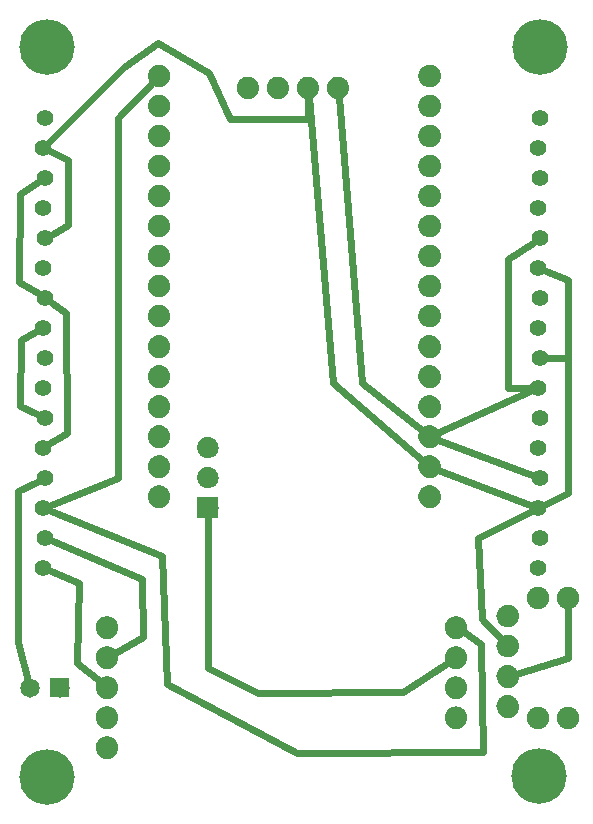
<source format=gtl>
G04 MADE WITH FRITZING*
G04 WWW.FRITZING.ORG*
G04 DOUBLE SIDED*
G04 HOLES PLATED*
G04 CONTOUR ON CENTER OF CONTOUR VECTOR*
%ASAXBY*%
%FSLAX23Y23*%
%MOIN*%
%OFA0B0*%
%SFA1.0B1.0*%
%ADD10C,0.071057*%
%ADD11C,0.065000*%
%ADD12C,0.075000*%
%ADD13C,0.055000*%
%ADD14C,0.074106*%
%ADD15C,0.185039*%
%ADD16C,0.024000*%
%ADD17R,0.001000X0.001000*%
%LNCOPPER1*%
G90*
G70*
G54D10*
X699Y1256D03*
X699Y1156D03*
X699Y1056D03*
G54D11*
X106Y456D03*
X206Y456D03*
X106Y456D03*
X206Y456D03*
G54D12*
X1899Y356D03*
X1899Y756D03*
X1799Y356D03*
X1799Y756D03*
G54D13*
X148Y856D03*
X156Y956D03*
X148Y1056D03*
X156Y1156D03*
X148Y1256D03*
X156Y1356D03*
X148Y1456D03*
X156Y1556D03*
X148Y1656D03*
X156Y1756D03*
X148Y1856D03*
X156Y1956D03*
X148Y2056D03*
X156Y2156D03*
X148Y2256D03*
X156Y2356D03*
X148Y856D03*
X156Y956D03*
X148Y1056D03*
X156Y1156D03*
X148Y1256D03*
X156Y1356D03*
X148Y1456D03*
X156Y1556D03*
X148Y1656D03*
X156Y1756D03*
X148Y1856D03*
X156Y1956D03*
X148Y2056D03*
X156Y2156D03*
X148Y2256D03*
X156Y2356D03*
X1799Y856D03*
X1807Y956D03*
X1799Y1056D03*
X1807Y1156D03*
X1799Y1256D03*
X1807Y1356D03*
X1799Y1456D03*
X1807Y1556D03*
X1799Y1656D03*
X1807Y1756D03*
X1799Y1856D03*
X1807Y1956D03*
X1799Y2056D03*
X1807Y2156D03*
X1799Y2256D03*
X1807Y2356D03*
X1799Y856D03*
X1807Y956D03*
X1799Y1056D03*
X1807Y1156D03*
X1799Y1256D03*
X1807Y1356D03*
X1799Y1456D03*
X1807Y1556D03*
X1799Y1656D03*
X1807Y1756D03*
X1799Y1856D03*
X1807Y1956D03*
X1799Y2056D03*
X1807Y2156D03*
X1799Y2256D03*
X1807Y2356D03*
G54D14*
X1699Y393D03*
X1699Y493D03*
X1699Y594D03*
X1699Y694D03*
X1699Y393D03*
X1699Y493D03*
X1699Y594D03*
X1699Y694D03*
X537Y1093D03*
X537Y1193D03*
X537Y1293D03*
X537Y1393D03*
X537Y1493D03*
X537Y1593D03*
X537Y1694D03*
X537Y1794D03*
X537Y1894D03*
X537Y1994D03*
X537Y2094D03*
X537Y2194D03*
X537Y2294D03*
X537Y2395D03*
X537Y2495D03*
X1438Y1093D03*
X1438Y1193D03*
X1438Y1293D03*
X1438Y1393D03*
X1438Y1493D03*
X1438Y1593D03*
X1438Y1694D03*
X1438Y1794D03*
X1438Y1894D03*
X1438Y1994D03*
X1438Y2094D03*
X1438Y2194D03*
X1438Y2294D03*
X1438Y2395D03*
X1438Y2495D03*
X537Y1093D03*
X537Y1193D03*
X537Y1293D03*
X537Y1393D03*
X537Y1493D03*
X537Y1593D03*
X537Y1694D03*
X537Y1794D03*
X537Y1894D03*
X537Y1994D03*
X537Y2094D03*
X537Y2194D03*
X537Y2294D03*
X537Y2395D03*
X537Y2495D03*
X1438Y1093D03*
X1438Y1193D03*
X1438Y1293D03*
X1438Y1393D03*
X1438Y1493D03*
X1438Y1593D03*
X1438Y1694D03*
X1438Y1794D03*
X1438Y1894D03*
X1438Y1994D03*
X1438Y2094D03*
X1438Y2194D03*
X1438Y2294D03*
X1438Y2395D03*
X1438Y2495D03*
X1527Y356D03*
X1527Y456D03*
X1527Y556D03*
X1527Y656D03*
X363Y256D03*
X363Y356D03*
X363Y457D03*
X363Y557D03*
X363Y657D03*
X833Y2456D03*
X933Y2456D03*
X1033Y2456D03*
X1133Y2456D03*
G54D15*
X1803Y162D03*
X164Y160D03*
X1805Y2592D03*
X164Y2591D03*
G54D16*
X65Y609D02*
X65Y1112D01*
D02*
X65Y1112D02*
X130Y1143D01*
D02*
X99Y480D02*
X65Y609D01*
D02*
X1899Y556D02*
X1726Y502D01*
D02*
X1899Y727D02*
X1899Y556D01*
D02*
X399Y1156D02*
X399Y2356D01*
D02*
X399Y2356D02*
X517Y2474D01*
D02*
X175Y1067D02*
X399Y1156D01*
D02*
X1616Y241D02*
X1610Y602D01*
D02*
X1610Y602D02*
X1551Y641D01*
D02*
X997Y238D02*
X1616Y241D01*
D02*
X563Y469D02*
X997Y238D01*
D02*
X547Y895D02*
X563Y469D01*
D02*
X175Y1045D02*
X547Y895D01*
D02*
X181Y1970D02*
X231Y1999D01*
D02*
X231Y1999D02*
X234Y2217D01*
D02*
X234Y2217D02*
X174Y2244D01*
D02*
X132Y1771D02*
X69Y1808D01*
D02*
X69Y1808D02*
X71Y2102D01*
D02*
X71Y2102D02*
X132Y2141D01*
D02*
X172Y1271D02*
X228Y1306D01*
D02*
X228Y1306D02*
X226Y1707D01*
D02*
X226Y1707D02*
X180Y1740D01*
D02*
X130Y1368D02*
X74Y1394D01*
D02*
X74Y1394D02*
X75Y1614D01*
D02*
X75Y1614D02*
X123Y1642D01*
D02*
X772Y2353D02*
X704Y2506D01*
D02*
X704Y2506D02*
X533Y2605D01*
D02*
X533Y2605D02*
X418Y2524D01*
D02*
X418Y2524D02*
X168Y2276D01*
D02*
X1033Y2352D02*
X772Y2353D01*
D02*
X1033Y2427D02*
X1033Y2352D01*
D02*
X479Y820D02*
X483Y625D01*
D02*
X483Y625D02*
X388Y571D01*
D02*
X183Y945D02*
X479Y820D01*
D02*
X263Y538D02*
X341Y475D01*
D02*
X268Y806D02*
X263Y538D01*
D02*
X175Y845D02*
X268Y806D01*
D02*
X1900Y1106D02*
X1899Y1556D01*
D02*
X1899Y1556D02*
X1836Y1556D01*
D02*
X1825Y1069D02*
X1900Y1106D01*
D02*
X1465Y1283D02*
X1780Y1166D01*
D02*
X1464Y1305D02*
X1773Y1444D01*
D02*
X1898Y1814D02*
X1825Y1845D01*
D02*
X1899Y1556D02*
X1898Y1814D01*
D02*
X1699Y1885D02*
X1783Y1940D01*
D02*
X1699Y1456D02*
X1699Y1885D01*
D02*
X1770Y1456D02*
X1699Y1456D01*
D02*
X1680Y615D02*
X1614Y687D01*
D02*
X1614Y687D02*
X1598Y957D01*
D02*
X1598Y957D02*
X1773Y1043D01*
D02*
X1772Y1066D02*
X1465Y1183D01*
D02*
X699Y1028D02*
X699Y523D01*
D02*
X867Y440D02*
X1349Y443D01*
D02*
X699Y523D02*
X867Y440D01*
D02*
X1349Y443D02*
X1502Y541D01*
D02*
X1416Y1311D02*
X1212Y1472D01*
D02*
X1212Y1472D02*
X1136Y2427D01*
D02*
X1416Y1212D02*
X1116Y1472D01*
D02*
X1116Y1472D02*
X1036Y2427D01*
G54D17*
X532Y2532D02*
X541Y2532D01*
X1432Y2532D02*
X1442Y2532D01*
X527Y2531D02*
X545Y2531D01*
X1428Y2531D02*
X1446Y2531D01*
X524Y2530D02*
X548Y2530D01*
X1425Y2530D02*
X1449Y2530D01*
X522Y2529D02*
X551Y2529D01*
X1422Y2529D02*
X1452Y2529D01*
X519Y2528D02*
X553Y2528D01*
X1420Y2528D02*
X1454Y2528D01*
X518Y2527D02*
X555Y2527D01*
X1419Y2527D02*
X1456Y2527D01*
X516Y2526D02*
X556Y2526D01*
X1417Y2526D02*
X1457Y2526D01*
X515Y2525D02*
X558Y2525D01*
X1416Y2525D02*
X1459Y2525D01*
X513Y2524D02*
X559Y2524D01*
X1414Y2524D02*
X1460Y2524D01*
X512Y2523D02*
X560Y2523D01*
X1413Y2523D02*
X1461Y2523D01*
X511Y2522D02*
X561Y2522D01*
X1412Y2522D02*
X1462Y2522D01*
X510Y2521D02*
X562Y2521D01*
X1411Y2521D02*
X1463Y2521D01*
X509Y2520D02*
X563Y2520D01*
X1410Y2520D02*
X1464Y2520D01*
X508Y2519D02*
X564Y2519D01*
X1409Y2519D02*
X1465Y2519D01*
X507Y2518D02*
X565Y2518D01*
X1408Y2518D02*
X1466Y2518D01*
X507Y2517D02*
X566Y2517D01*
X1408Y2517D02*
X1467Y2517D01*
X506Y2516D02*
X566Y2516D01*
X1407Y2516D02*
X1467Y2516D01*
X505Y2515D02*
X567Y2515D01*
X1406Y2515D02*
X1468Y2515D01*
X505Y2514D02*
X568Y2514D01*
X1406Y2514D02*
X1468Y2514D01*
X504Y2513D02*
X568Y2513D01*
X1405Y2513D02*
X1469Y2513D01*
X504Y2512D02*
X530Y2512D01*
X543Y2512D02*
X569Y2512D01*
X1405Y2512D02*
X1431Y2512D01*
X1444Y2512D02*
X1470Y2512D01*
X503Y2511D02*
X528Y2511D01*
X545Y2511D02*
X569Y2511D01*
X1404Y2511D02*
X1428Y2511D01*
X1446Y2511D02*
X1470Y2511D01*
X503Y2510D02*
X526Y2510D01*
X547Y2510D02*
X570Y2510D01*
X1404Y2510D02*
X1427Y2510D01*
X1447Y2510D02*
X1470Y2510D01*
X502Y2509D02*
X525Y2509D01*
X548Y2509D02*
X570Y2509D01*
X1403Y2509D02*
X1426Y2509D01*
X1449Y2509D02*
X1471Y2509D01*
X502Y2508D02*
X524Y2508D01*
X549Y2508D02*
X570Y2508D01*
X1403Y2508D02*
X1424Y2508D01*
X1450Y2508D02*
X1471Y2508D01*
X502Y2507D02*
X523Y2507D01*
X550Y2507D02*
X571Y2507D01*
X1403Y2507D02*
X1424Y2507D01*
X1451Y2507D02*
X1472Y2507D01*
X501Y2506D02*
X522Y2506D01*
X551Y2506D02*
X571Y2506D01*
X1402Y2506D02*
X1423Y2506D01*
X1452Y2506D02*
X1472Y2506D01*
X501Y2505D02*
X521Y2505D01*
X551Y2505D02*
X571Y2505D01*
X1402Y2505D02*
X1422Y2505D01*
X1452Y2505D02*
X1472Y2505D01*
X501Y2504D02*
X520Y2504D01*
X552Y2504D02*
X572Y2504D01*
X1402Y2504D02*
X1421Y2504D01*
X1453Y2504D02*
X1472Y2504D01*
X501Y2503D02*
X520Y2503D01*
X553Y2503D02*
X572Y2503D01*
X1401Y2503D02*
X1421Y2503D01*
X1454Y2503D02*
X1473Y2503D01*
X500Y2502D02*
X519Y2502D01*
X553Y2502D02*
X572Y2502D01*
X1401Y2502D02*
X1420Y2502D01*
X1454Y2502D02*
X1473Y2502D01*
X500Y2501D02*
X519Y2501D01*
X553Y2501D02*
X572Y2501D01*
X1401Y2501D02*
X1420Y2501D01*
X1454Y2501D02*
X1473Y2501D01*
X500Y2500D02*
X519Y2500D01*
X554Y2500D02*
X572Y2500D01*
X1401Y2500D02*
X1420Y2500D01*
X1455Y2500D02*
X1473Y2500D01*
X500Y2499D02*
X518Y2499D01*
X554Y2499D02*
X573Y2499D01*
X1401Y2499D02*
X1419Y2499D01*
X1455Y2499D02*
X1473Y2499D01*
X500Y2498D02*
X518Y2498D01*
X554Y2498D02*
X573Y2498D01*
X1401Y2498D02*
X1419Y2498D01*
X1455Y2498D02*
X1474Y2498D01*
X500Y2497D02*
X518Y2497D01*
X554Y2497D02*
X573Y2497D01*
X1401Y2497D02*
X1419Y2497D01*
X1455Y2497D02*
X1474Y2497D01*
X500Y2496D02*
X518Y2496D01*
X554Y2496D02*
X573Y2496D01*
X1401Y2496D02*
X1419Y2496D01*
X1455Y2496D02*
X1474Y2496D01*
X500Y2495D02*
X518Y2495D01*
X554Y2495D02*
X573Y2495D01*
X1401Y2495D02*
X1419Y2495D01*
X1455Y2495D02*
X1474Y2495D01*
X500Y2494D02*
X518Y2494D01*
X554Y2494D02*
X573Y2494D01*
X1401Y2494D02*
X1419Y2494D01*
X1455Y2494D02*
X1474Y2494D01*
X500Y2493D02*
X518Y2493D01*
X554Y2493D02*
X573Y2493D01*
X828Y2493D02*
X837Y2493D01*
X928Y2493D02*
X937Y2493D01*
X1028Y2493D02*
X1037Y2493D01*
X1128Y2493D02*
X1137Y2493D01*
X1401Y2493D02*
X1419Y2493D01*
X1455Y2493D02*
X1474Y2493D01*
X500Y2492D02*
X518Y2492D01*
X554Y2492D02*
X573Y2492D01*
X823Y2492D02*
X841Y2492D01*
X923Y2492D02*
X941Y2492D01*
X1024Y2492D02*
X1041Y2492D01*
X1124Y2492D02*
X1142Y2492D01*
X1401Y2492D02*
X1419Y2492D01*
X1455Y2492D02*
X1473Y2492D01*
X500Y2491D02*
X519Y2491D01*
X554Y2491D02*
X572Y2491D01*
X820Y2491D02*
X844Y2491D01*
X920Y2491D02*
X944Y2491D01*
X1020Y2491D02*
X1045Y2491D01*
X1121Y2491D02*
X1145Y2491D01*
X1401Y2491D02*
X1420Y2491D01*
X1455Y2491D02*
X1473Y2491D01*
X500Y2490D02*
X519Y2490D01*
X553Y2490D02*
X572Y2490D01*
X818Y2490D02*
X847Y2490D01*
X918Y2490D02*
X947Y2490D01*
X1018Y2490D02*
X1047Y2490D01*
X1118Y2490D02*
X1147Y2490D01*
X1401Y2490D02*
X1420Y2490D01*
X1454Y2490D02*
X1473Y2490D01*
X500Y2489D02*
X519Y2489D01*
X553Y2489D02*
X572Y2489D01*
X816Y2489D02*
X849Y2489D01*
X916Y2489D02*
X949Y2489D01*
X1016Y2489D02*
X1049Y2489D01*
X1116Y2489D02*
X1149Y2489D01*
X1401Y2489D02*
X1420Y2489D01*
X1454Y2489D02*
X1473Y2489D01*
X501Y2488D02*
X520Y2488D01*
X553Y2488D02*
X572Y2488D01*
X814Y2488D02*
X851Y2488D01*
X914Y2488D02*
X951Y2488D01*
X1014Y2488D02*
X1051Y2488D01*
X1114Y2488D02*
X1151Y2488D01*
X1401Y2488D02*
X1421Y2488D01*
X1454Y2488D02*
X1473Y2488D01*
X501Y2487D02*
X520Y2487D01*
X552Y2487D02*
X572Y2487D01*
X812Y2487D02*
X852Y2487D01*
X912Y2487D02*
X952Y2487D01*
X1012Y2487D02*
X1053Y2487D01*
X1113Y2487D02*
X1153Y2487D01*
X1402Y2487D02*
X1421Y2487D01*
X1453Y2487D02*
X1473Y2487D01*
X501Y2486D02*
X521Y2486D01*
X552Y2486D02*
X571Y2486D01*
X811Y2486D02*
X854Y2486D01*
X911Y2486D02*
X954Y2486D01*
X1011Y2486D02*
X1054Y2486D01*
X1111Y2486D02*
X1154Y2486D01*
X1402Y2486D02*
X1422Y2486D01*
X1452Y2486D02*
X1472Y2486D01*
X501Y2485D02*
X522Y2485D01*
X551Y2485D02*
X571Y2485D01*
X809Y2485D02*
X855Y2485D01*
X909Y2485D02*
X955Y2485D01*
X1010Y2485D02*
X1055Y2485D01*
X1110Y2485D02*
X1156Y2485D01*
X1402Y2485D02*
X1423Y2485D01*
X1452Y2485D02*
X1472Y2485D01*
X502Y2484D02*
X522Y2484D01*
X550Y2484D02*
X571Y2484D01*
X808Y2484D02*
X856Y2484D01*
X908Y2484D02*
X956Y2484D01*
X1008Y2484D02*
X1057Y2484D01*
X1109Y2484D02*
X1157Y2484D01*
X1403Y2484D02*
X1423Y2484D01*
X1451Y2484D02*
X1472Y2484D01*
X502Y2483D02*
X523Y2483D01*
X549Y2483D02*
X570Y2483D01*
X807Y2483D02*
X857Y2483D01*
X907Y2483D02*
X958Y2483D01*
X1007Y2483D02*
X1058Y2483D01*
X1107Y2483D02*
X1158Y2483D01*
X1403Y2483D02*
X1424Y2483D01*
X1450Y2483D02*
X1471Y2483D01*
X502Y2482D02*
X525Y2482D01*
X548Y2482D02*
X570Y2482D01*
X806Y2482D02*
X858Y2482D01*
X906Y2482D02*
X959Y2482D01*
X1006Y2482D02*
X1059Y2482D01*
X1106Y2482D02*
X1159Y2482D01*
X1403Y2482D02*
X1425Y2482D01*
X1449Y2482D02*
X1471Y2482D01*
X503Y2481D02*
X526Y2481D01*
X547Y2481D02*
X570Y2481D01*
X805Y2481D02*
X859Y2481D01*
X905Y2481D02*
X959Y2481D01*
X1005Y2481D02*
X1060Y2481D01*
X1106Y2481D02*
X1160Y2481D01*
X1404Y2481D02*
X1427Y2481D01*
X1448Y2481D02*
X1471Y2481D01*
X503Y2480D02*
X527Y2480D01*
X545Y2480D02*
X569Y2480D01*
X804Y2480D02*
X860Y2480D01*
X904Y2480D02*
X960Y2480D01*
X1005Y2480D02*
X1060Y2480D01*
X1105Y2480D02*
X1161Y2480D01*
X1404Y2480D02*
X1428Y2480D01*
X1446Y2480D02*
X1470Y2480D01*
X504Y2479D02*
X529Y2479D01*
X543Y2479D02*
X569Y2479D01*
X804Y2479D02*
X861Y2479D01*
X904Y2479D02*
X961Y2479D01*
X1004Y2479D02*
X1061Y2479D01*
X1104Y2479D02*
X1161Y2479D01*
X1405Y2479D02*
X1430Y2479D01*
X1444Y2479D02*
X1470Y2479D01*
X504Y2478D02*
X534Y2478D01*
X538Y2478D02*
X568Y2478D01*
X803Y2478D02*
X862Y2478D01*
X903Y2478D02*
X962Y2478D01*
X1003Y2478D02*
X1062Y2478D01*
X1103Y2478D02*
X1162Y2478D01*
X1405Y2478D02*
X1435Y2478D01*
X1439Y2478D02*
X1469Y2478D01*
X505Y2477D02*
X568Y2477D01*
X802Y2477D02*
X862Y2477D01*
X902Y2477D02*
X963Y2477D01*
X1002Y2477D02*
X1063Y2477D01*
X1103Y2477D02*
X1163Y2477D01*
X1406Y2477D02*
X1469Y2477D01*
X505Y2476D02*
X567Y2476D01*
X802Y2476D02*
X863Y2476D01*
X902Y2476D02*
X963Y2476D01*
X1002Y2476D02*
X1063Y2476D01*
X1102Y2476D02*
X1163Y2476D01*
X1406Y2476D02*
X1468Y2476D01*
X506Y2475D02*
X566Y2475D01*
X801Y2475D02*
X864Y2475D01*
X901Y2475D02*
X964Y2475D01*
X1001Y2475D02*
X1064Y2475D01*
X1101Y2475D02*
X1164Y2475D01*
X1407Y2475D02*
X1467Y2475D01*
X507Y2474D02*
X566Y2474D01*
X800Y2474D02*
X864Y2474D01*
X900Y2474D02*
X964Y2474D01*
X1001Y2474D02*
X1064Y2474D01*
X1101Y2474D02*
X1165Y2474D01*
X1408Y2474D02*
X1467Y2474D01*
X507Y2473D02*
X565Y2473D01*
X800Y2473D02*
X826Y2473D01*
X839Y2473D02*
X865Y2473D01*
X900Y2473D02*
X926Y2473D01*
X939Y2473D02*
X965Y2473D01*
X1000Y2473D02*
X1026Y2473D01*
X1039Y2473D02*
X1065Y2473D01*
X1100Y2473D02*
X1126Y2473D01*
X1139Y2473D02*
X1165Y2473D01*
X1408Y2473D02*
X1466Y2473D01*
X508Y2472D02*
X564Y2472D01*
X799Y2472D02*
X824Y2472D01*
X841Y2472D02*
X865Y2472D01*
X900Y2472D02*
X924Y2472D01*
X941Y2472D02*
X965Y2472D01*
X1000Y2472D02*
X1024Y2472D01*
X1041Y2472D02*
X1065Y2472D01*
X1100Y2472D02*
X1124Y2472D01*
X1141Y2472D02*
X1165Y2472D01*
X1409Y2472D02*
X1465Y2472D01*
X509Y2471D02*
X563Y2471D01*
X799Y2471D02*
X822Y2471D01*
X843Y2471D02*
X866Y2471D01*
X899Y2471D02*
X922Y2471D01*
X943Y2471D02*
X966Y2471D01*
X999Y2471D02*
X1022Y2471D01*
X1043Y2471D02*
X1066Y2471D01*
X1099Y2471D02*
X1122Y2471D01*
X1143Y2471D02*
X1166Y2471D01*
X1410Y2471D02*
X1464Y2471D01*
X510Y2470D02*
X563Y2470D01*
X799Y2470D02*
X821Y2470D01*
X844Y2470D02*
X866Y2470D01*
X899Y2470D02*
X921Y2470D01*
X944Y2470D02*
X966Y2470D01*
X999Y2470D02*
X1021Y2470D01*
X1044Y2470D02*
X1066Y2470D01*
X1099Y2470D02*
X1121Y2470D01*
X1144Y2470D02*
X1166Y2470D01*
X1411Y2470D02*
X1464Y2470D01*
X511Y2469D02*
X562Y2469D01*
X798Y2469D02*
X820Y2469D01*
X845Y2469D02*
X866Y2469D01*
X898Y2469D02*
X920Y2469D01*
X945Y2469D02*
X966Y2469D01*
X998Y2469D02*
X1020Y2469D01*
X1045Y2469D02*
X1067Y2469D01*
X1099Y2469D02*
X1120Y2469D01*
X1145Y2469D02*
X1167Y2469D01*
X1412Y2469D02*
X1463Y2469D01*
X512Y2468D02*
X561Y2468D01*
X798Y2468D02*
X819Y2468D01*
X846Y2468D02*
X867Y2468D01*
X898Y2468D02*
X919Y2468D01*
X946Y2468D02*
X967Y2468D01*
X998Y2468D02*
X1019Y2468D01*
X1046Y2468D02*
X1067Y2468D01*
X1098Y2468D02*
X1119Y2468D01*
X1146Y2468D02*
X1167Y2468D01*
X1413Y2468D02*
X1461Y2468D01*
X513Y2467D02*
X559Y2467D01*
X797Y2467D02*
X818Y2467D01*
X847Y2467D02*
X867Y2467D01*
X898Y2467D02*
X918Y2467D01*
X947Y2467D02*
X967Y2467D01*
X998Y2467D02*
X1018Y2467D01*
X1047Y2467D02*
X1067Y2467D01*
X1098Y2467D02*
X1118Y2467D01*
X1147Y2467D02*
X1167Y2467D01*
X1414Y2467D02*
X1460Y2467D01*
X514Y2466D02*
X558Y2466D01*
X797Y2466D02*
X817Y2466D01*
X847Y2466D02*
X867Y2466D01*
X897Y2466D02*
X917Y2466D01*
X948Y2466D02*
X967Y2466D01*
X997Y2466D02*
X1017Y2466D01*
X1048Y2466D02*
X1068Y2466D01*
X1098Y2466D02*
X1117Y2466D01*
X1148Y2466D02*
X1168Y2466D01*
X1415Y2466D02*
X1459Y2466D01*
X516Y2465D02*
X557Y2465D01*
X797Y2465D02*
X816Y2465D01*
X848Y2465D02*
X868Y2465D01*
X897Y2465D02*
X917Y2465D01*
X948Y2465D02*
X968Y2465D01*
X997Y2465D02*
X1017Y2465D01*
X1048Y2465D02*
X1068Y2465D01*
X1097Y2465D02*
X1117Y2465D01*
X1148Y2465D02*
X1168Y2465D01*
X1417Y2465D02*
X1458Y2465D01*
X517Y2464D02*
X555Y2464D01*
X797Y2464D02*
X816Y2464D01*
X849Y2464D02*
X868Y2464D01*
X897Y2464D02*
X916Y2464D01*
X949Y2464D02*
X968Y2464D01*
X997Y2464D02*
X1016Y2464D01*
X1049Y2464D02*
X1068Y2464D01*
X1097Y2464D02*
X1116Y2464D01*
X1149Y2464D02*
X1168Y2464D01*
X1418Y2464D02*
X1456Y2464D01*
X519Y2463D02*
X553Y2463D01*
X796Y2463D02*
X815Y2463D01*
X849Y2463D02*
X868Y2463D01*
X897Y2463D02*
X916Y2463D01*
X949Y2463D02*
X968Y2463D01*
X997Y2463D02*
X1016Y2463D01*
X1049Y2463D02*
X1068Y2463D01*
X1097Y2463D02*
X1116Y2463D01*
X1150Y2463D02*
X1168Y2463D01*
X1420Y2463D02*
X1454Y2463D01*
X521Y2462D02*
X551Y2462D01*
X796Y2462D02*
X815Y2462D01*
X849Y2462D02*
X868Y2462D01*
X896Y2462D02*
X915Y2462D01*
X950Y2462D02*
X968Y2462D01*
X997Y2462D02*
X1015Y2462D01*
X1050Y2462D02*
X1069Y2462D01*
X1097Y2462D02*
X1115Y2462D01*
X1150Y2462D02*
X1169Y2462D01*
X1422Y2462D02*
X1452Y2462D01*
X524Y2461D02*
X549Y2461D01*
X796Y2461D02*
X815Y2461D01*
X850Y2461D02*
X868Y2461D01*
X896Y2461D02*
X915Y2461D01*
X950Y2461D02*
X969Y2461D01*
X996Y2461D02*
X1015Y2461D01*
X1050Y2461D02*
X1069Y2461D01*
X1096Y2461D02*
X1115Y2461D01*
X1150Y2461D02*
X1169Y2461D01*
X1425Y2461D02*
X1450Y2461D01*
X526Y2460D02*
X546Y2460D01*
X796Y2460D02*
X815Y2460D01*
X850Y2460D02*
X869Y2460D01*
X896Y2460D02*
X915Y2460D01*
X950Y2460D02*
X969Y2460D01*
X996Y2460D02*
X1015Y2460D01*
X1050Y2460D02*
X1069Y2460D01*
X1096Y2460D02*
X1115Y2460D01*
X1150Y2460D02*
X1169Y2460D01*
X1427Y2460D02*
X1447Y2460D01*
X531Y2459D02*
X542Y2459D01*
X796Y2459D02*
X814Y2459D01*
X850Y2459D02*
X869Y2459D01*
X896Y2459D02*
X915Y2459D01*
X950Y2459D02*
X969Y2459D01*
X996Y2459D02*
X1015Y2459D01*
X1050Y2459D02*
X1069Y2459D01*
X1096Y2459D02*
X1115Y2459D01*
X1150Y2459D02*
X1169Y2459D01*
X1432Y2459D02*
X1443Y2459D01*
X796Y2458D02*
X814Y2458D01*
X850Y2458D02*
X869Y2458D01*
X896Y2458D02*
X915Y2458D01*
X950Y2458D02*
X969Y2458D01*
X996Y2458D02*
X1015Y2458D01*
X1050Y2458D02*
X1069Y2458D01*
X1096Y2458D02*
X1115Y2458D01*
X1151Y2458D02*
X1169Y2458D01*
X796Y2457D02*
X814Y2457D01*
X850Y2457D02*
X869Y2457D01*
X896Y2457D02*
X914Y2457D01*
X950Y2457D02*
X969Y2457D01*
X996Y2457D02*
X1015Y2457D01*
X1050Y2457D02*
X1069Y2457D01*
X1096Y2457D02*
X1115Y2457D01*
X1151Y2457D02*
X1169Y2457D01*
X796Y2456D02*
X814Y2456D01*
X850Y2456D02*
X869Y2456D01*
X896Y2456D02*
X914Y2456D01*
X950Y2456D02*
X969Y2456D01*
X996Y2456D02*
X1015Y2456D01*
X1050Y2456D02*
X1069Y2456D01*
X1096Y2456D02*
X1115Y2456D01*
X1151Y2456D02*
X1169Y2456D01*
X796Y2455D02*
X814Y2455D01*
X850Y2455D02*
X869Y2455D01*
X896Y2455D02*
X914Y2455D01*
X950Y2455D02*
X969Y2455D01*
X996Y2455D02*
X1015Y2455D01*
X1050Y2455D02*
X1069Y2455D01*
X1096Y2455D02*
X1115Y2455D01*
X1151Y2455D02*
X1169Y2455D01*
X796Y2454D02*
X814Y2454D01*
X850Y2454D02*
X869Y2454D01*
X896Y2454D02*
X915Y2454D01*
X950Y2454D02*
X969Y2454D01*
X996Y2454D02*
X1015Y2454D01*
X1050Y2454D02*
X1069Y2454D01*
X1096Y2454D02*
X1115Y2454D01*
X1150Y2454D02*
X1169Y2454D01*
X796Y2453D02*
X815Y2453D01*
X850Y2453D02*
X869Y2453D01*
X896Y2453D02*
X915Y2453D01*
X950Y2453D02*
X969Y2453D01*
X996Y2453D02*
X1015Y2453D01*
X1050Y2453D02*
X1069Y2453D01*
X1096Y2453D02*
X1115Y2453D01*
X1150Y2453D02*
X1169Y2453D01*
X796Y2452D02*
X815Y2452D01*
X850Y2452D02*
X868Y2452D01*
X896Y2452D02*
X915Y2452D01*
X950Y2452D02*
X969Y2452D01*
X996Y2452D02*
X1015Y2452D01*
X1050Y2452D02*
X1069Y2452D01*
X1096Y2452D02*
X1115Y2452D01*
X1150Y2452D02*
X1169Y2452D01*
X796Y2451D02*
X815Y2451D01*
X850Y2451D02*
X868Y2451D01*
X896Y2451D02*
X915Y2451D01*
X950Y2451D02*
X968Y2451D01*
X996Y2451D02*
X1015Y2451D01*
X1050Y2451D02*
X1069Y2451D01*
X1097Y2451D02*
X1115Y2451D01*
X1150Y2451D02*
X1169Y2451D01*
X796Y2450D02*
X815Y2450D01*
X849Y2450D02*
X868Y2450D01*
X897Y2450D02*
X915Y2450D01*
X949Y2450D02*
X968Y2450D01*
X997Y2450D02*
X1016Y2450D01*
X1049Y2450D02*
X1068Y2450D01*
X1097Y2450D02*
X1116Y2450D01*
X1150Y2450D02*
X1168Y2450D01*
X797Y2449D02*
X816Y2449D01*
X849Y2449D02*
X868Y2449D01*
X897Y2449D02*
X916Y2449D01*
X949Y2449D02*
X968Y2449D01*
X997Y2449D02*
X1016Y2449D01*
X1049Y2449D02*
X1068Y2449D01*
X1097Y2449D02*
X1116Y2449D01*
X1149Y2449D02*
X1168Y2449D01*
X797Y2448D02*
X816Y2448D01*
X848Y2448D02*
X868Y2448D01*
X897Y2448D02*
X916Y2448D01*
X948Y2448D02*
X968Y2448D01*
X997Y2448D02*
X1017Y2448D01*
X1048Y2448D02*
X1068Y2448D01*
X1097Y2448D02*
X1117Y2448D01*
X1149Y2448D02*
X1168Y2448D01*
X797Y2447D02*
X817Y2447D01*
X848Y2447D02*
X867Y2447D01*
X897Y2447D02*
X917Y2447D01*
X948Y2447D02*
X968Y2447D01*
X997Y2447D02*
X1017Y2447D01*
X1048Y2447D02*
X1068Y2447D01*
X1097Y2447D02*
X1117Y2447D01*
X1148Y2447D02*
X1168Y2447D01*
X797Y2446D02*
X818Y2446D01*
X847Y2446D02*
X867Y2446D01*
X897Y2446D02*
X918Y2446D01*
X947Y2446D02*
X967Y2446D01*
X998Y2446D02*
X1018Y2446D01*
X1047Y2446D02*
X1067Y2446D01*
X1098Y2446D02*
X1118Y2446D01*
X1147Y2446D02*
X1168Y2446D01*
X798Y2445D02*
X818Y2445D01*
X846Y2445D02*
X867Y2445D01*
X898Y2445D02*
X919Y2445D01*
X946Y2445D02*
X967Y2445D01*
X998Y2445D02*
X1019Y2445D01*
X1046Y2445D02*
X1067Y2445D01*
X1098Y2445D02*
X1119Y2445D01*
X1146Y2445D02*
X1167Y2445D01*
X798Y2444D02*
X819Y2444D01*
X845Y2444D02*
X866Y2444D01*
X898Y2444D02*
X920Y2444D01*
X945Y2444D02*
X967Y2444D01*
X998Y2444D02*
X1020Y2444D01*
X1045Y2444D02*
X1067Y2444D01*
X1098Y2444D02*
X1120Y2444D01*
X1146Y2444D02*
X1167Y2444D01*
X798Y2443D02*
X821Y2443D01*
X844Y2443D02*
X866Y2443D01*
X899Y2443D02*
X921Y2443D01*
X944Y2443D02*
X966Y2443D01*
X999Y2443D02*
X1021Y2443D01*
X1044Y2443D02*
X1066Y2443D01*
X1099Y2443D02*
X1121Y2443D01*
X1144Y2443D02*
X1166Y2443D01*
X799Y2442D02*
X822Y2442D01*
X843Y2442D02*
X866Y2442D01*
X899Y2442D02*
X922Y2442D01*
X943Y2442D02*
X966Y2442D01*
X999Y2442D02*
X1022Y2442D01*
X1043Y2442D02*
X1066Y2442D01*
X1099Y2442D02*
X1122Y2442D01*
X1143Y2442D02*
X1166Y2442D01*
X799Y2441D02*
X823Y2441D01*
X841Y2441D02*
X865Y2441D01*
X899Y2441D02*
X923Y2441D01*
X941Y2441D02*
X965Y2441D01*
X1000Y2441D02*
X1023Y2441D01*
X1042Y2441D02*
X1065Y2441D01*
X1100Y2441D02*
X1124Y2441D01*
X1142Y2441D02*
X1166Y2441D01*
X800Y2440D02*
X825Y2440D01*
X839Y2440D02*
X865Y2440D01*
X900Y2440D02*
X925Y2440D01*
X940Y2440D02*
X965Y2440D01*
X1000Y2440D02*
X1025Y2440D01*
X1040Y2440D02*
X1065Y2440D01*
X1100Y2440D02*
X1125Y2440D01*
X1140Y2440D02*
X1165Y2440D01*
X800Y2439D02*
X830Y2439D01*
X835Y2439D02*
X864Y2439D01*
X900Y2439D02*
X930Y2439D01*
X935Y2439D02*
X964Y2439D01*
X1000Y2439D02*
X1030Y2439D01*
X1035Y2439D02*
X1065Y2439D01*
X1101Y2439D02*
X1130Y2439D01*
X1135Y2439D02*
X1165Y2439D01*
X801Y2438D02*
X864Y2438D01*
X901Y2438D02*
X964Y2438D01*
X1001Y2438D02*
X1064Y2438D01*
X1101Y2438D02*
X1164Y2438D01*
X801Y2437D02*
X863Y2437D01*
X901Y2437D02*
X963Y2437D01*
X1002Y2437D02*
X1063Y2437D01*
X1102Y2437D02*
X1164Y2437D01*
X802Y2436D02*
X863Y2436D01*
X902Y2436D02*
X963Y2436D01*
X1002Y2436D02*
X1063Y2436D01*
X1102Y2436D02*
X1163Y2436D01*
X803Y2435D02*
X862Y2435D01*
X903Y2435D02*
X962Y2435D01*
X1003Y2435D02*
X1062Y2435D01*
X1103Y2435D02*
X1162Y2435D01*
X803Y2434D02*
X861Y2434D01*
X903Y2434D02*
X961Y2434D01*
X1004Y2434D02*
X1061Y2434D01*
X1104Y2434D02*
X1162Y2434D01*
X804Y2433D02*
X860Y2433D01*
X904Y2433D02*
X961Y2433D01*
X1004Y2433D02*
X1061Y2433D01*
X1104Y2433D02*
X1161Y2433D01*
X532Y2432D02*
X540Y2432D01*
X805Y2432D02*
X860Y2432D01*
X905Y2432D02*
X960Y2432D01*
X1005Y2432D02*
X1060Y2432D01*
X1105Y2432D02*
X1160Y2432D01*
X1433Y2432D02*
X1441Y2432D01*
X527Y2431D02*
X545Y2431D01*
X806Y2431D02*
X859Y2431D01*
X906Y2431D02*
X959Y2431D01*
X1006Y2431D02*
X1059Y2431D01*
X1106Y2431D02*
X1159Y2431D01*
X1428Y2431D02*
X1446Y2431D01*
X524Y2430D02*
X548Y2430D01*
X807Y2430D02*
X858Y2430D01*
X907Y2430D02*
X958Y2430D01*
X1007Y2430D02*
X1058Y2430D01*
X1107Y2430D02*
X1158Y2430D01*
X1425Y2430D02*
X1449Y2430D01*
X522Y2429D02*
X551Y2429D01*
X808Y2429D02*
X857Y2429D01*
X908Y2429D02*
X957Y2429D01*
X1008Y2429D02*
X1057Y2429D01*
X1108Y2429D02*
X1157Y2429D01*
X1423Y2429D02*
X1452Y2429D01*
X520Y2428D02*
X553Y2428D01*
X809Y2428D02*
X856Y2428D01*
X909Y2428D02*
X956Y2428D01*
X1009Y2428D02*
X1056Y2428D01*
X1109Y2428D02*
X1156Y2428D01*
X1421Y2428D02*
X1454Y2428D01*
X518Y2427D02*
X555Y2427D01*
X810Y2427D02*
X854Y2427D01*
X910Y2427D02*
X954Y2427D01*
X1011Y2427D02*
X1054Y2427D01*
X1111Y2427D02*
X1155Y2427D01*
X1419Y2427D02*
X1455Y2427D01*
X516Y2426D02*
X556Y2426D01*
X812Y2426D02*
X853Y2426D01*
X912Y2426D02*
X953Y2426D01*
X1012Y2426D02*
X1053Y2426D01*
X1112Y2426D02*
X1153Y2426D01*
X1417Y2426D02*
X1457Y2426D01*
X515Y2425D02*
X558Y2425D01*
X813Y2425D02*
X851Y2425D01*
X913Y2425D02*
X951Y2425D01*
X1014Y2425D02*
X1051Y2425D01*
X1114Y2425D02*
X1152Y2425D01*
X1416Y2425D02*
X1459Y2425D01*
X513Y2424D02*
X559Y2424D01*
X815Y2424D02*
X849Y2424D01*
X915Y2424D02*
X950Y2424D01*
X1015Y2424D02*
X1050Y2424D01*
X1115Y2424D02*
X1150Y2424D01*
X1414Y2424D02*
X1460Y2424D01*
X512Y2423D02*
X560Y2423D01*
X817Y2423D02*
X847Y2423D01*
X917Y2423D02*
X947Y2423D01*
X1017Y2423D02*
X1048Y2423D01*
X1118Y2423D02*
X1148Y2423D01*
X1413Y2423D02*
X1461Y2423D01*
X511Y2422D02*
X561Y2422D01*
X820Y2422D02*
X845Y2422D01*
X920Y2422D02*
X945Y2422D01*
X1020Y2422D02*
X1045Y2422D01*
X1120Y2422D02*
X1145Y2422D01*
X1412Y2422D02*
X1462Y2422D01*
X510Y2421D02*
X562Y2421D01*
X822Y2421D02*
X842Y2421D01*
X922Y2421D02*
X942Y2421D01*
X1023Y2421D02*
X1042Y2421D01*
X1123Y2421D02*
X1143Y2421D01*
X1411Y2421D02*
X1463Y2421D01*
X509Y2420D02*
X563Y2420D01*
X826Y2420D02*
X838Y2420D01*
X926Y2420D02*
X938Y2420D01*
X1027Y2420D02*
X1038Y2420D01*
X1127Y2420D02*
X1139Y2420D01*
X1410Y2420D02*
X1464Y2420D01*
X508Y2419D02*
X564Y2419D01*
X1409Y2419D02*
X1465Y2419D01*
X508Y2418D02*
X565Y2418D01*
X1408Y2418D02*
X1466Y2418D01*
X507Y2417D02*
X566Y2417D01*
X1408Y2417D02*
X1467Y2417D01*
X506Y2416D02*
X566Y2416D01*
X1407Y2416D02*
X1467Y2416D01*
X506Y2415D02*
X567Y2415D01*
X1406Y2415D02*
X1468Y2415D01*
X505Y2414D02*
X567Y2414D01*
X1406Y2414D02*
X1468Y2414D01*
X504Y2413D02*
X568Y2413D01*
X1405Y2413D02*
X1469Y2413D01*
X504Y2412D02*
X530Y2412D01*
X542Y2412D02*
X569Y2412D01*
X1405Y2412D02*
X1431Y2412D01*
X1443Y2412D02*
X1469Y2412D01*
X503Y2411D02*
X528Y2411D01*
X545Y2411D02*
X569Y2411D01*
X1404Y2411D02*
X1429Y2411D01*
X1446Y2411D02*
X1470Y2411D01*
X503Y2410D02*
X526Y2410D01*
X546Y2410D02*
X570Y2410D01*
X1404Y2410D02*
X1427Y2410D01*
X1447Y2410D02*
X1470Y2410D01*
X503Y2409D02*
X525Y2409D01*
X548Y2409D02*
X570Y2409D01*
X1403Y2409D02*
X1426Y2409D01*
X1449Y2409D02*
X1471Y2409D01*
X502Y2408D02*
X524Y2408D01*
X549Y2408D02*
X570Y2408D01*
X1403Y2408D02*
X1425Y2408D01*
X1450Y2408D02*
X1471Y2408D01*
X502Y2407D02*
X523Y2407D01*
X550Y2407D02*
X571Y2407D01*
X1403Y2407D02*
X1424Y2407D01*
X1451Y2407D02*
X1472Y2407D01*
X501Y2406D02*
X522Y2406D01*
X551Y2406D02*
X571Y2406D01*
X1402Y2406D02*
X1423Y2406D01*
X1451Y2406D02*
X1472Y2406D01*
X501Y2405D02*
X521Y2405D01*
X551Y2405D02*
X571Y2405D01*
X1402Y2405D02*
X1422Y2405D01*
X1452Y2405D02*
X1472Y2405D01*
X501Y2404D02*
X520Y2404D01*
X552Y2404D02*
X572Y2404D01*
X1402Y2404D02*
X1421Y2404D01*
X1453Y2404D02*
X1472Y2404D01*
X501Y2403D02*
X520Y2403D01*
X553Y2403D02*
X572Y2403D01*
X1402Y2403D02*
X1421Y2403D01*
X1453Y2403D02*
X1473Y2403D01*
X500Y2402D02*
X519Y2402D01*
X553Y2402D02*
X572Y2402D01*
X1401Y2402D02*
X1420Y2402D01*
X1454Y2402D02*
X1473Y2402D01*
X500Y2401D02*
X519Y2401D01*
X553Y2401D02*
X572Y2401D01*
X1401Y2401D02*
X1420Y2401D01*
X1454Y2401D02*
X1473Y2401D01*
X500Y2400D02*
X519Y2400D01*
X554Y2400D02*
X572Y2400D01*
X1401Y2400D02*
X1420Y2400D01*
X1455Y2400D02*
X1473Y2400D01*
X500Y2399D02*
X518Y2399D01*
X554Y2399D02*
X573Y2399D01*
X1401Y2399D02*
X1419Y2399D01*
X1455Y2399D02*
X1473Y2399D01*
X500Y2398D02*
X518Y2398D01*
X554Y2398D02*
X573Y2398D01*
X1401Y2398D02*
X1419Y2398D01*
X1455Y2398D02*
X1474Y2398D01*
X500Y2397D02*
X518Y2397D01*
X554Y2397D02*
X573Y2397D01*
X1401Y2397D02*
X1419Y2397D01*
X1455Y2397D02*
X1474Y2397D01*
X500Y2396D02*
X518Y2396D01*
X554Y2396D02*
X573Y2396D01*
X1401Y2396D02*
X1419Y2396D01*
X1455Y2396D02*
X1474Y2396D01*
X500Y2395D02*
X518Y2395D01*
X554Y2395D02*
X573Y2395D01*
X1401Y2395D02*
X1419Y2395D01*
X1455Y2395D02*
X1474Y2395D01*
X500Y2394D02*
X518Y2394D01*
X554Y2394D02*
X573Y2394D01*
X1401Y2394D02*
X1419Y2394D01*
X1455Y2394D02*
X1474Y2394D01*
X500Y2393D02*
X518Y2393D01*
X554Y2393D02*
X573Y2393D01*
X1401Y2393D02*
X1419Y2393D01*
X1455Y2393D02*
X1474Y2393D01*
X500Y2392D02*
X518Y2392D01*
X554Y2392D02*
X573Y2392D01*
X1401Y2392D02*
X1419Y2392D01*
X1455Y2392D02*
X1473Y2392D01*
X500Y2391D02*
X519Y2391D01*
X554Y2391D02*
X572Y2391D01*
X1401Y2391D02*
X1420Y2391D01*
X1455Y2391D02*
X1473Y2391D01*
X500Y2390D02*
X519Y2390D01*
X553Y2390D02*
X572Y2390D01*
X1401Y2390D02*
X1420Y2390D01*
X1454Y2390D02*
X1473Y2390D01*
X500Y2389D02*
X519Y2389D01*
X553Y2389D02*
X572Y2389D01*
X1401Y2389D02*
X1420Y2389D01*
X1454Y2389D02*
X1473Y2389D01*
X501Y2388D02*
X520Y2388D01*
X553Y2388D02*
X572Y2388D01*
X1401Y2388D02*
X1421Y2388D01*
X1454Y2388D02*
X1473Y2388D01*
X501Y2387D02*
X520Y2387D01*
X552Y2387D02*
X572Y2387D01*
X1402Y2387D02*
X1421Y2387D01*
X1453Y2387D02*
X1473Y2387D01*
X501Y2386D02*
X521Y2386D01*
X552Y2386D02*
X571Y2386D01*
X1402Y2386D02*
X1422Y2386D01*
X1453Y2386D02*
X1472Y2386D01*
X501Y2385D02*
X522Y2385D01*
X551Y2385D02*
X571Y2385D01*
X1402Y2385D02*
X1422Y2385D01*
X1452Y2385D02*
X1472Y2385D01*
X502Y2384D02*
X522Y2384D01*
X550Y2384D02*
X571Y2384D01*
X1403Y2384D02*
X1423Y2384D01*
X1451Y2384D02*
X1472Y2384D01*
X502Y2383D02*
X523Y2383D01*
X549Y2383D02*
X570Y2383D01*
X1403Y2383D02*
X1424Y2383D01*
X1450Y2383D02*
X1471Y2383D01*
X502Y2382D02*
X524Y2382D01*
X548Y2382D02*
X570Y2382D01*
X1403Y2382D02*
X1425Y2382D01*
X1449Y2382D02*
X1471Y2382D01*
X503Y2381D02*
X526Y2381D01*
X547Y2381D02*
X570Y2381D01*
X1404Y2381D02*
X1426Y2381D01*
X1448Y2381D02*
X1471Y2381D01*
X503Y2380D02*
X527Y2380D01*
X545Y2380D02*
X569Y2380D01*
X1404Y2380D02*
X1428Y2380D01*
X1446Y2380D02*
X1470Y2380D01*
X504Y2379D02*
X529Y2379D01*
X544Y2379D02*
X569Y2379D01*
X1405Y2379D02*
X1430Y2379D01*
X1444Y2379D02*
X1470Y2379D01*
X504Y2378D02*
X533Y2378D01*
X539Y2378D02*
X568Y2378D01*
X1405Y2378D02*
X1434Y2378D01*
X1440Y2378D02*
X1469Y2378D01*
X505Y2377D02*
X568Y2377D01*
X1406Y2377D02*
X1469Y2377D01*
X505Y2376D02*
X567Y2376D01*
X1406Y2376D02*
X1468Y2376D01*
X506Y2375D02*
X567Y2375D01*
X1407Y2375D02*
X1467Y2375D01*
X507Y2374D02*
X566Y2374D01*
X1407Y2374D02*
X1467Y2374D01*
X507Y2373D02*
X565Y2373D01*
X1408Y2373D02*
X1466Y2373D01*
X508Y2372D02*
X564Y2372D01*
X1409Y2372D02*
X1465Y2372D01*
X509Y2371D02*
X564Y2371D01*
X1410Y2371D02*
X1464Y2371D01*
X510Y2370D02*
X563Y2370D01*
X1411Y2370D02*
X1464Y2370D01*
X511Y2369D02*
X562Y2369D01*
X1412Y2369D02*
X1463Y2369D01*
X512Y2368D02*
X561Y2368D01*
X1413Y2368D02*
X1462Y2368D01*
X513Y2367D02*
X560Y2367D01*
X1414Y2367D02*
X1460Y2367D01*
X514Y2366D02*
X558Y2366D01*
X1415Y2366D02*
X1459Y2366D01*
X516Y2365D02*
X557Y2365D01*
X1417Y2365D02*
X1458Y2365D01*
X517Y2364D02*
X555Y2364D01*
X1418Y2364D02*
X1456Y2364D01*
X519Y2363D02*
X553Y2363D01*
X1420Y2363D02*
X1454Y2363D01*
X521Y2362D02*
X551Y2362D01*
X1422Y2362D02*
X1452Y2362D01*
X523Y2361D02*
X549Y2361D01*
X1424Y2361D02*
X1450Y2361D01*
X526Y2360D02*
X546Y2360D01*
X1427Y2360D02*
X1447Y2360D01*
X530Y2359D02*
X542Y2359D01*
X1431Y2359D02*
X1443Y2359D01*
X533Y2332D02*
X539Y2332D01*
X1434Y2332D02*
X1440Y2332D01*
X528Y2331D02*
X545Y2331D01*
X1429Y2331D02*
X1445Y2331D01*
X525Y2330D02*
X548Y2330D01*
X1426Y2330D02*
X1449Y2330D01*
X522Y2329D02*
X550Y2329D01*
X1423Y2329D02*
X1451Y2329D01*
X520Y2328D02*
X552Y2328D01*
X1421Y2328D02*
X1453Y2328D01*
X518Y2327D02*
X554Y2327D01*
X1419Y2327D02*
X1455Y2327D01*
X516Y2326D02*
X556Y2326D01*
X1417Y2326D02*
X1457Y2326D01*
X515Y2325D02*
X558Y2325D01*
X1416Y2325D02*
X1458Y2325D01*
X514Y2324D02*
X559Y2324D01*
X1414Y2324D02*
X1460Y2324D01*
X512Y2323D02*
X560Y2323D01*
X1413Y2323D02*
X1461Y2323D01*
X511Y2322D02*
X561Y2322D01*
X1412Y2322D02*
X1462Y2322D01*
X510Y2321D02*
X562Y2321D01*
X1411Y2321D02*
X1463Y2321D01*
X509Y2320D02*
X563Y2320D01*
X1410Y2320D02*
X1464Y2320D01*
X508Y2319D02*
X564Y2319D01*
X1409Y2319D02*
X1465Y2319D01*
X508Y2318D02*
X565Y2318D01*
X1409Y2318D02*
X1466Y2318D01*
X507Y2317D02*
X566Y2317D01*
X1408Y2317D02*
X1466Y2317D01*
X506Y2316D02*
X566Y2316D01*
X1407Y2316D02*
X1467Y2316D01*
X506Y2315D02*
X567Y2315D01*
X1407Y2315D02*
X1468Y2315D01*
X505Y2314D02*
X567Y2314D01*
X1406Y2314D02*
X1468Y2314D01*
X504Y2313D02*
X568Y2313D01*
X1405Y2313D02*
X1469Y2313D01*
X504Y2312D02*
X530Y2312D01*
X542Y2312D02*
X568Y2312D01*
X1405Y2312D02*
X1431Y2312D01*
X1443Y2312D02*
X1469Y2312D01*
X503Y2311D02*
X528Y2311D01*
X545Y2311D02*
X569Y2311D01*
X1404Y2311D02*
X1429Y2311D01*
X1445Y2311D02*
X1470Y2311D01*
X503Y2310D02*
X526Y2310D01*
X546Y2310D02*
X569Y2310D01*
X1404Y2310D02*
X1427Y2310D01*
X1447Y2310D02*
X1470Y2310D01*
X503Y2309D02*
X525Y2309D01*
X547Y2309D02*
X570Y2309D01*
X1403Y2309D02*
X1426Y2309D01*
X1448Y2309D02*
X1471Y2309D01*
X502Y2308D02*
X524Y2308D01*
X549Y2308D02*
X570Y2308D01*
X1403Y2308D02*
X1425Y2308D01*
X1450Y2308D02*
X1471Y2308D01*
X502Y2307D02*
X523Y2307D01*
X550Y2307D02*
X571Y2307D01*
X1403Y2307D02*
X1424Y2307D01*
X1451Y2307D02*
X1472Y2307D01*
X501Y2306D02*
X522Y2306D01*
X550Y2306D02*
X571Y2306D01*
X1402Y2306D02*
X1423Y2306D01*
X1451Y2306D02*
X1472Y2306D01*
X501Y2305D02*
X521Y2305D01*
X551Y2305D02*
X571Y2305D01*
X1402Y2305D02*
X1422Y2305D01*
X1452Y2305D02*
X1472Y2305D01*
X501Y2304D02*
X520Y2304D01*
X552Y2304D02*
X572Y2304D01*
X1402Y2304D02*
X1421Y2304D01*
X1453Y2304D02*
X1472Y2304D01*
X501Y2303D02*
X520Y2303D01*
X553Y2303D02*
X572Y2303D01*
X1402Y2303D02*
X1421Y2303D01*
X1453Y2303D02*
X1473Y2303D01*
X500Y2302D02*
X519Y2302D01*
X553Y2302D02*
X572Y2302D01*
X1401Y2302D02*
X1420Y2302D01*
X1454Y2302D02*
X1473Y2302D01*
X500Y2301D02*
X519Y2301D01*
X553Y2301D02*
X572Y2301D01*
X1401Y2301D02*
X1420Y2301D01*
X1454Y2301D02*
X1473Y2301D01*
X500Y2300D02*
X519Y2300D01*
X554Y2300D02*
X572Y2300D01*
X1401Y2300D02*
X1420Y2300D01*
X1455Y2300D02*
X1473Y2300D01*
X500Y2299D02*
X519Y2299D01*
X554Y2299D02*
X573Y2299D01*
X1401Y2299D02*
X1419Y2299D01*
X1455Y2299D02*
X1473Y2299D01*
X500Y2298D02*
X518Y2298D01*
X554Y2298D02*
X573Y2298D01*
X1401Y2298D02*
X1419Y2298D01*
X1455Y2298D02*
X1474Y2298D01*
X500Y2297D02*
X518Y2297D01*
X554Y2297D02*
X573Y2297D01*
X1401Y2297D02*
X1419Y2297D01*
X1455Y2297D02*
X1474Y2297D01*
X500Y2296D02*
X518Y2296D01*
X554Y2296D02*
X573Y2296D01*
X1401Y2296D02*
X1419Y2296D01*
X1455Y2296D02*
X1474Y2296D01*
X500Y2295D02*
X518Y2295D01*
X554Y2295D02*
X573Y2295D01*
X1401Y2295D02*
X1419Y2295D01*
X1455Y2295D02*
X1474Y2295D01*
X500Y2294D02*
X518Y2294D01*
X554Y2294D02*
X573Y2294D01*
X1401Y2294D02*
X1419Y2294D01*
X1455Y2294D02*
X1474Y2294D01*
X500Y2293D02*
X518Y2293D01*
X554Y2293D02*
X573Y2293D01*
X1401Y2293D02*
X1419Y2293D01*
X1455Y2293D02*
X1474Y2293D01*
X500Y2292D02*
X518Y2292D01*
X554Y2292D02*
X573Y2292D01*
X1401Y2292D02*
X1419Y2292D01*
X1455Y2292D02*
X1473Y2292D01*
X500Y2291D02*
X519Y2291D01*
X554Y2291D02*
X572Y2291D01*
X1401Y2291D02*
X1420Y2291D01*
X1455Y2291D02*
X1473Y2291D01*
X500Y2290D02*
X519Y2290D01*
X554Y2290D02*
X572Y2290D01*
X1401Y2290D02*
X1420Y2290D01*
X1454Y2290D02*
X1473Y2290D01*
X500Y2289D02*
X519Y2289D01*
X553Y2289D02*
X572Y2289D01*
X1401Y2289D02*
X1420Y2289D01*
X1454Y2289D02*
X1473Y2289D01*
X500Y2288D02*
X520Y2288D01*
X553Y2288D02*
X572Y2288D01*
X1401Y2288D02*
X1420Y2288D01*
X1454Y2288D02*
X1473Y2288D01*
X501Y2287D02*
X520Y2287D01*
X552Y2287D02*
X572Y2287D01*
X1402Y2287D02*
X1421Y2287D01*
X1453Y2287D02*
X1473Y2287D01*
X501Y2286D02*
X521Y2286D01*
X552Y2286D02*
X571Y2286D01*
X1402Y2286D02*
X1422Y2286D01*
X1453Y2286D02*
X1472Y2286D01*
X501Y2285D02*
X521Y2285D01*
X551Y2285D02*
X571Y2285D01*
X1402Y2285D02*
X1422Y2285D01*
X1452Y2285D02*
X1472Y2285D01*
X502Y2284D02*
X522Y2284D01*
X550Y2284D02*
X571Y2284D01*
X1402Y2284D02*
X1423Y2284D01*
X1451Y2284D02*
X1472Y2284D01*
X502Y2283D02*
X523Y2283D01*
X549Y2283D02*
X570Y2283D01*
X1403Y2283D02*
X1424Y2283D01*
X1450Y2283D02*
X1471Y2283D01*
X502Y2282D02*
X524Y2282D01*
X548Y2282D02*
X570Y2282D01*
X1403Y2282D02*
X1425Y2282D01*
X1449Y2282D02*
X1471Y2282D01*
X503Y2281D02*
X525Y2281D01*
X547Y2281D02*
X570Y2281D01*
X1404Y2281D02*
X1426Y2281D01*
X1448Y2281D02*
X1471Y2281D01*
X503Y2280D02*
X527Y2280D01*
X546Y2280D02*
X569Y2280D01*
X1404Y2280D02*
X1428Y2280D01*
X1446Y2280D02*
X1470Y2280D01*
X504Y2279D02*
X529Y2279D01*
X544Y2279D02*
X569Y2279D01*
X1405Y2279D02*
X1430Y2279D01*
X1445Y2279D02*
X1470Y2279D01*
X504Y2278D02*
X532Y2278D01*
X540Y2278D02*
X568Y2278D01*
X1405Y2278D02*
X1433Y2278D01*
X1441Y2278D02*
X1469Y2278D01*
X505Y2277D02*
X568Y2277D01*
X1406Y2277D02*
X1469Y2277D01*
X505Y2276D02*
X567Y2276D01*
X1406Y2276D02*
X1468Y2276D01*
X506Y2275D02*
X567Y2275D01*
X1407Y2275D02*
X1468Y2275D01*
X506Y2274D02*
X566Y2274D01*
X1407Y2274D02*
X1467Y2274D01*
X507Y2273D02*
X565Y2273D01*
X1408Y2273D02*
X1466Y2273D01*
X508Y2272D02*
X565Y2272D01*
X1409Y2272D02*
X1465Y2272D01*
X509Y2271D02*
X564Y2271D01*
X1410Y2271D02*
X1465Y2271D01*
X510Y2270D02*
X563Y2270D01*
X1411Y2270D02*
X1464Y2270D01*
X511Y2269D02*
X562Y2269D01*
X1411Y2269D02*
X1463Y2269D01*
X512Y2268D02*
X561Y2268D01*
X1413Y2268D02*
X1462Y2268D01*
X513Y2267D02*
X560Y2267D01*
X1414Y2267D02*
X1461Y2267D01*
X514Y2266D02*
X558Y2266D01*
X1415Y2266D02*
X1459Y2266D01*
X515Y2265D02*
X557Y2265D01*
X1416Y2265D02*
X1458Y2265D01*
X517Y2264D02*
X555Y2264D01*
X1418Y2264D02*
X1456Y2264D01*
X519Y2263D02*
X554Y2263D01*
X1420Y2263D02*
X1455Y2263D01*
X521Y2262D02*
X552Y2262D01*
X1422Y2262D02*
X1453Y2262D01*
X523Y2261D02*
X549Y2261D01*
X1424Y2261D02*
X1450Y2261D01*
X526Y2260D02*
X547Y2260D01*
X1427Y2260D02*
X1448Y2260D01*
X529Y2259D02*
X543Y2259D01*
X1430Y2259D02*
X1444Y2259D01*
X534Y2232D02*
X538Y2232D01*
X1435Y2232D02*
X1439Y2232D01*
X528Y2231D02*
X544Y2231D01*
X1429Y2231D02*
X1445Y2231D01*
X525Y2230D02*
X547Y2230D01*
X1426Y2230D02*
X1448Y2230D01*
X522Y2229D02*
X550Y2229D01*
X1423Y2229D02*
X1451Y2229D01*
X520Y2228D02*
X552Y2228D01*
X1421Y2228D02*
X1453Y2228D01*
X518Y2227D02*
X554Y2227D01*
X1419Y2227D02*
X1455Y2227D01*
X517Y2226D02*
X556Y2226D01*
X1417Y2226D02*
X1457Y2226D01*
X515Y2225D02*
X557Y2225D01*
X1416Y2225D02*
X1458Y2225D01*
X514Y2224D02*
X559Y2224D01*
X1415Y2224D02*
X1460Y2224D01*
X512Y2223D02*
X560Y2223D01*
X1413Y2223D02*
X1461Y2223D01*
X511Y2222D02*
X561Y2222D01*
X1412Y2222D02*
X1462Y2222D01*
X510Y2221D02*
X562Y2221D01*
X1411Y2221D02*
X1463Y2221D01*
X509Y2220D02*
X563Y2220D01*
X1410Y2220D02*
X1464Y2220D01*
X508Y2219D02*
X564Y2219D01*
X1409Y2219D02*
X1465Y2219D01*
X508Y2218D02*
X565Y2218D01*
X1409Y2218D02*
X1466Y2218D01*
X507Y2217D02*
X565Y2217D01*
X1408Y2217D02*
X1466Y2217D01*
X506Y2216D02*
X566Y2216D01*
X1407Y2216D02*
X1467Y2216D01*
X506Y2215D02*
X567Y2215D01*
X1407Y2215D02*
X1468Y2215D01*
X505Y2214D02*
X567Y2214D01*
X1406Y2214D02*
X1468Y2214D01*
X504Y2213D02*
X568Y2213D01*
X1405Y2213D02*
X1469Y2213D01*
X504Y2212D02*
X531Y2212D01*
X542Y2212D02*
X568Y2212D01*
X1405Y2212D02*
X1432Y2212D01*
X1442Y2212D02*
X1469Y2212D01*
X503Y2211D02*
X528Y2211D01*
X544Y2211D02*
X569Y2211D01*
X1404Y2211D02*
X1429Y2211D01*
X1445Y2211D02*
X1470Y2211D01*
X503Y2210D02*
X526Y2210D01*
X546Y2210D02*
X569Y2210D01*
X1404Y2210D02*
X1427Y2210D01*
X1447Y2210D02*
X1470Y2210D01*
X503Y2209D02*
X525Y2209D01*
X547Y2209D02*
X570Y2209D01*
X1403Y2209D02*
X1426Y2209D01*
X1448Y2209D02*
X1471Y2209D01*
X502Y2208D02*
X524Y2208D01*
X548Y2208D02*
X570Y2208D01*
X1403Y2208D02*
X1425Y2208D01*
X1449Y2208D02*
X1471Y2208D01*
X502Y2207D02*
X523Y2207D01*
X550Y2207D02*
X571Y2207D01*
X1403Y2207D02*
X1424Y2207D01*
X1450Y2207D02*
X1471Y2207D01*
X501Y2206D02*
X522Y2206D01*
X550Y2206D02*
X571Y2206D01*
X1402Y2206D02*
X1423Y2206D01*
X1451Y2206D02*
X1472Y2206D01*
X501Y2205D02*
X521Y2205D01*
X551Y2205D02*
X571Y2205D01*
X1402Y2205D02*
X1422Y2205D01*
X1452Y2205D02*
X1472Y2205D01*
X501Y2204D02*
X521Y2204D01*
X552Y2204D02*
X571Y2204D01*
X1402Y2204D02*
X1421Y2204D01*
X1453Y2204D02*
X1472Y2204D01*
X501Y2203D02*
X520Y2203D01*
X552Y2203D02*
X572Y2203D01*
X1402Y2203D02*
X1421Y2203D01*
X1453Y2203D02*
X1473Y2203D01*
X500Y2202D02*
X519Y2202D01*
X553Y2202D02*
X572Y2202D01*
X1401Y2202D02*
X1420Y2202D01*
X1454Y2202D02*
X1473Y2202D01*
X500Y2201D02*
X519Y2201D01*
X553Y2201D02*
X572Y2201D01*
X1401Y2201D02*
X1420Y2201D01*
X1454Y2201D02*
X1473Y2201D01*
X500Y2200D02*
X519Y2200D01*
X554Y2200D02*
X572Y2200D01*
X1401Y2200D02*
X1420Y2200D01*
X1455Y2200D02*
X1473Y2200D01*
X500Y2199D02*
X519Y2199D01*
X554Y2199D02*
X572Y2199D01*
X1401Y2199D02*
X1419Y2199D01*
X1455Y2199D02*
X1473Y2199D01*
X500Y2198D02*
X518Y2198D01*
X554Y2198D02*
X573Y2198D01*
X1401Y2198D02*
X1419Y2198D01*
X1455Y2198D02*
X1473Y2198D01*
X500Y2197D02*
X518Y2197D01*
X554Y2197D02*
X573Y2197D01*
X1401Y2197D02*
X1419Y2197D01*
X1455Y2197D02*
X1474Y2197D01*
X500Y2196D02*
X518Y2196D01*
X554Y2196D02*
X573Y2196D01*
X1401Y2196D02*
X1419Y2196D01*
X1455Y2196D02*
X1474Y2196D01*
X500Y2195D02*
X518Y2195D01*
X554Y2195D02*
X573Y2195D01*
X1401Y2195D02*
X1419Y2195D01*
X1455Y2195D02*
X1474Y2195D01*
X500Y2194D02*
X518Y2194D01*
X554Y2194D02*
X573Y2194D01*
X1401Y2194D02*
X1419Y2194D01*
X1455Y2194D02*
X1474Y2194D01*
X500Y2193D02*
X518Y2193D01*
X554Y2193D02*
X573Y2193D01*
X1401Y2193D02*
X1419Y2193D01*
X1455Y2193D02*
X1474Y2193D01*
X500Y2192D02*
X518Y2192D01*
X554Y2192D02*
X573Y2192D01*
X1401Y2192D02*
X1419Y2192D01*
X1455Y2192D02*
X1473Y2192D01*
X500Y2191D02*
X519Y2191D01*
X554Y2191D02*
X572Y2191D01*
X1401Y2191D02*
X1419Y2191D01*
X1455Y2191D02*
X1473Y2191D01*
X500Y2190D02*
X519Y2190D01*
X554Y2190D02*
X572Y2190D01*
X1401Y2190D02*
X1420Y2190D01*
X1454Y2190D02*
X1473Y2190D01*
X500Y2189D02*
X519Y2189D01*
X553Y2189D02*
X572Y2189D01*
X1401Y2189D02*
X1420Y2189D01*
X1454Y2189D02*
X1473Y2189D01*
X500Y2188D02*
X520Y2188D01*
X553Y2188D02*
X572Y2188D01*
X1401Y2188D02*
X1420Y2188D01*
X1454Y2188D02*
X1473Y2188D01*
X501Y2187D02*
X520Y2187D01*
X552Y2187D02*
X572Y2187D01*
X1402Y2187D02*
X1421Y2187D01*
X1453Y2187D02*
X1473Y2187D01*
X501Y2186D02*
X521Y2186D01*
X552Y2186D02*
X571Y2186D01*
X1402Y2186D02*
X1422Y2186D01*
X1453Y2186D02*
X1472Y2186D01*
X501Y2185D02*
X521Y2185D01*
X551Y2185D02*
X571Y2185D01*
X1402Y2185D02*
X1422Y2185D01*
X1452Y2185D02*
X1472Y2185D01*
X502Y2184D02*
X522Y2184D01*
X550Y2184D02*
X571Y2184D01*
X1402Y2184D02*
X1423Y2184D01*
X1451Y2184D02*
X1472Y2184D01*
X502Y2183D02*
X523Y2183D01*
X549Y2183D02*
X570Y2183D01*
X1403Y2183D02*
X1424Y2183D01*
X1450Y2183D02*
X1471Y2183D01*
X502Y2182D02*
X524Y2182D01*
X548Y2182D02*
X570Y2182D01*
X1403Y2182D02*
X1425Y2182D01*
X1449Y2182D02*
X1471Y2182D01*
X503Y2181D02*
X525Y2181D01*
X547Y2181D02*
X570Y2181D01*
X1404Y2181D02*
X1426Y2181D01*
X1448Y2181D02*
X1471Y2181D01*
X503Y2180D02*
X527Y2180D01*
X546Y2180D02*
X569Y2180D01*
X1404Y2180D02*
X1428Y2180D01*
X1447Y2180D02*
X1470Y2180D01*
X504Y2179D02*
X528Y2179D01*
X544Y2179D02*
X569Y2179D01*
X1404Y2179D02*
X1429Y2179D01*
X1445Y2179D02*
X1470Y2179D01*
X504Y2178D02*
X531Y2178D01*
X541Y2178D02*
X568Y2178D01*
X1405Y2178D02*
X1432Y2178D01*
X1442Y2178D02*
X1469Y2178D01*
X505Y2177D02*
X568Y2177D01*
X1405Y2177D02*
X1469Y2177D01*
X505Y2176D02*
X567Y2176D01*
X1406Y2176D02*
X1468Y2176D01*
X506Y2175D02*
X567Y2175D01*
X1407Y2175D02*
X1468Y2175D01*
X506Y2174D02*
X566Y2174D01*
X1407Y2174D02*
X1467Y2174D01*
X507Y2173D02*
X565Y2173D01*
X1408Y2173D02*
X1466Y2173D01*
X508Y2172D02*
X565Y2172D01*
X1409Y2172D02*
X1465Y2172D01*
X509Y2171D02*
X564Y2171D01*
X1410Y2171D02*
X1465Y2171D01*
X510Y2170D02*
X563Y2170D01*
X1410Y2170D02*
X1464Y2170D01*
X510Y2169D02*
X562Y2169D01*
X1411Y2169D02*
X1463Y2169D01*
X512Y2168D02*
X561Y2168D01*
X1412Y2168D02*
X1462Y2168D01*
X513Y2167D02*
X560Y2167D01*
X1414Y2167D02*
X1461Y2167D01*
X514Y2166D02*
X558Y2166D01*
X1415Y2166D02*
X1459Y2166D01*
X515Y2165D02*
X557Y2165D01*
X1416Y2165D02*
X1458Y2165D01*
X517Y2164D02*
X556Y2164D01*
X1418Y2164D02*
X1456Y2164D01*
X519Y2163D02*
X554Y2163D01*
X1419Y2163D02*
X1455Y2163D01*
X521Y2162D02*
X552Y2162D01*
X1421Y2162D02*
X1453Y2162D01*
X523Y2161D02*
X550Y2161D01*
X1424Y2161D02*
X1451Y2161D01*
X525Y2160D02*
X547Y2160D01*
X1426Y2160D02*
X1448Y2160D01*
X529Y2159D02*
X543Y2159D01*
X1430Y2159D02*
X1444Y2159D01*
X1437Y2132D02*
X1437Y2132D01*
X529Y2131D02*
X544Y2131D01*
X1430Y2131D02*
X1445Y2131D01*
X525Y2130D02*
X547Y2130D01*
X1426Y2130D02*
X1448Y2130D01*
X523Y2129D02*
X550Y2129D01*
X1423Y2129D02*
X1451Y2129D01*
X520Y2128D02*
X552Y2128D01*
X1421Y2128D02*
X1453Y2128D01*
X518Y2127D02*
X554Y2127D01*
X1419Y2127D02*
X1455Y2127D01*
X517Y2126D02*
X556Y2126D01*
X1418Y2126D02*
X1457Y2126D01*
X515Y2125D02*
X557Y2125D01*
X1416Y2125D02*
X1458Y2125D01*
X514Y2124D02*
X559Y2124D01*
X1415Y2124D02*
X1459Y2124D01*
X513Y2123D02*
X560Y2123D01*
X1413Y2123D02*
X1461Y2123D01*
X511Y2122D02*
X561Y2122D01*
X1412Y2122D02*
X1462Y2122D01*
X510Y2121D02*
X562Y2121D01*
X1411Y2121D02*
X1463Y2121D01*
X509Y2120D02*
X563Y2120D01*
X1410Y2120D02*
X1464Y2120D01*
X509Y2119D02*
X564Y2119D01*
X1409Y2119D02*
X1465Y2119D01*
X508Y2118D02*
X565Y2118D01*
X1409Y2118D02*
X1466Y2118D01*
X507Y2117D02*
X565Y2117D01*
X1408Y2117D02*
X1466Y2117D01*
X506Y2116D02*
X566Y2116D01*
X1407Y2116D02*
X1467Y2116D01*
X506Y2115D02*
X567Y2115D01*
X1407Y2115D02*
X1468Y2115D01*
X505Y2114D02*
X567Y2114D01*
X1406Y2114D02*
X1468Y2114D01*
X505Y2113D02*
X568Y2113D01*
X1405Y2113D02*
X1469Y2113D01*
X504Y2112D02*
X531Y2112D01*
X541Y2112D02*
X568Y2112D01*
X1405Y2112D02*
X1432Y2112D01*
X1442Y2112D02*
X1469Y2112D01*
X504Y2111D02*
X528Y2111D01*
X544Y2111D02*
X569Y2111D01*
X1404Y2111D02*
X1429Y2111D01*
X1445Y2111D02*
X1470Y2111D01*
X503Y2110D02*
X527Y2110D01*
X546Y2110D02*
X569Y2110D01*
X1404Y2110D02*
X1427Y2110D01*
X1447Y2110D02*
X1470Y2110D01*
X503Y2109D02*
X525Y2109D01*
X547Y2109D02*
X570Y2109D01*
X1404Y2109D02*
X1426Y2109D01*
X1448Y2109D02*
X1471Y2109D01*
X502Y2108D02*
X524Y2108D01*
X548Y2108D02*
X570Y2108D01*
X1403Y2108D02*
X1425Y2108D01*
X1449Y2108D02*
X1471Y2108D01*
X502Y2107D02*
X523Y2107D01*
X549Y2107D02*
X571Y2107D01*
X1403Y2107D02*
X1424Y2107D01*
X1450Y2107D02*
X1471Y2107D01*
X502Y2106D02*
X522Y2106D01*
X550Y2106D02*
X571Y2106D01*
X1402Y2106D02*
X1423Y2106D01*
X1451Y2106D02*
X1472Y2106D01*
X501Y2105D02*
X521Y2105D01*
X551Y2105D02*
X571Y2105D01*
X1402Y2105D02*
X1422Y2105D01*
X1452Y2105D02*
X1472Y2105D01*
X501Y2104D02*
X521Y2104D01*
X552Y2104D02*
X571Y2104D01*
X1402Y2104D02*
X1422Y2104D01*
X1453Y2104D02*
X1472Y2104D01*
X501Y2103D02*
X520Y2103D01*
X552Y2103D02*
X572Y2103D01*
X1402Y2103D02*
X1421Y2103D01*
X1453Y2103D02*
X1473Y2103D01*
X500Y2102D02*
X519Y2102D01*
X553Y2102D02*
X572Y2102D01*
X1401Y2102D02*
X1420Y2102D01*
X1454Y2102D02*
X1473Y2102D01*
X500Y2101D02*
X519Y2101D01*
X553Y2101D02*
X572Y2101D01*
X1401Y2101D02*
X1420Y2101D01*
X1454Y2101D02*
X1473Y2101D01*
X500Y2100D02*
X519Y2100D01*
X554Y2100D02*
X572Y2100D01*
X1401Y2100D02*
X1420Y2100D01*
X1454Y2100D02*
X1473Y2100D01*
X500Y2099D02*
X519Y2099D01*
X554Y2099D02*
X572Y2099D01*
X1401Y2099D02*
X1419Y2099D01*
X1455Y2099D02*
X1473Y2099D01*
X500Y2098D02*
X518Y2098D01*
X554Y2098D02*
X573Y2098D01*
X1401Y2098D02*
X1419Y2098D01*
X1455Y2098D02*
X1473Y2098D01*
X500Y2097D02*
X518Y2097D01*
X554Y2097D02*
X573Y2097D01*
X1401Y2097D02*
X1419Y2097D01*
X1455Y2097D02*
X1474Y2097D01*
X500Y2096D02*
X518Y2096D01*
X554Y2096D02*
X573Y2096D01*
X1401Y2096D02*
X1419Y2096D01*
X1455Y2096D02*
X1474Y2096D01*
X500Y2095D02*
X518Y2095D01*
X554Y2095D02*
X573Y2095D01*
X1401Y2095D02*
X1419Y2095D01*
X1455Y2095D02*
X1474Y2095D01*
X500Y2094D02*
X518Y2094D01*
X554Y2094D02*
X573Y2094D01*
X1401Y2094D02*
X1419Y2094D01*
X1455Y2094D02*
X1474Y2094D01*
X500Y2093D02*
X518Y2093D01*
X554Y2093D02*
X573Y2093D01*
X1401Y2093D02*
X1419Y2093D01*
X1455Y2093D02*
X1474Y2093D01*
X500Y2092D02*
X518Y2092D01*
X554Y2092D02*
X573Y2092D01*
X1401Y2092D02*
X1419Y2092D01*
X1455Y2092D02*
X1473Y2092D01*
X500Y2091D02*
X519Y2091D01*
X554Y2091D02*
X572Y2091D01*
X1401Y2091D02*
X1419Y2091D01*
X1455Y2091D02*
X1473Y2091D01*
X500Y2090D02*
X519Y2090D01*
X554Y2090D02*
X572Y2090D01*
X1401Y2090D02*
X1420Y2090D01*
X1454Y2090D02*
X1473Y2090D01*
X500Y2089D02*
X519Y2089D01*
X553Y2089D02*
X572Y2089D01*
X1401Y2089D02*
X1420Y2089D01*
X1454Y2089D02*
X1473Y2089D01*
X500Y2088D02*
X519Y2088D01*
X553Y2088D02*
X572Y2088D01*
X1401Y2088D02*
X1420Y2088D01*
X1454Y2088D02*
X1473Y2088D01*
X501Y2087D02*
X520Y2087D01*
X552Y2087D02*
X572Y2087D01*
X1402Y2087D02*
X1421Y2087D01*
X1453Y2087D02*
X1473Y2087D01*
X501Y2086D02*
X521Y2086D01*
X552Y2086D02*
X571Y2086D01*
X1402Y2086D02*
X1421Y2086D01*
X1453Y2086D02*
X1472Y2086D01*
X501Y2085D02*
X521Y2085D01*
X551Y2085D02*
X571Y2085D01*
X1402Y2085D02*
X1422Y2085D01*
X1452Y2085D02*
X1472Y2085D01*
X501Y2084D02*
X522Y2084D01*
X550Y2084D02*
X571Y2084D01*
X1402Y2084D02*
X1423Y2084D01*
X1451Y2084D02*
X1472Y2084D01*
X502Y2083D02*
X523Y2083D01*
X549Y2083D02*
X571Y2083D01*
X1403Y2083D02*
X1424Y2083D01*
X1450Y2083D02*
X1471Y2083D01*
X502Y2082D02*
X524Y2082D01*
X548Y2082D02*
X570Y2082D01*
X1403Y2082D02*
X1425Y2082D01*
X1449Y2082D02*
X1471Y2082D01*
X503Y2081D02*
X525Y2081D01*
X547Y2081D02*
X570Y2081D01*
X1404Y2081D02*
X1426Y2081D01*
X1448Y2081D02*
X1471Y2081D01*
X503Y2080D02*
X526Y2080D01*
X546Y2080D02*
X569Y2080D01*
X1404Y2080D02*
X1427Y2080D01*
X1447Y2080D02*
X1470Y2080D01*
X504Y2079D02*
X528Y2079D01*
X544Y2079D02*
X569Y2079D01*
X1404Y2079D02*
X1429Y2079D01*
X1445Y2079D02*
X1470Y2079D01*
X504Y2078D02*
X531Y2078D01*
X541Y2078D02*
X568Y2078D01*
X1405Y2078D02*
X1432Y2078D01*
X1442Y2078D02*
X1469Y2078D01*
X505Y2077D02*
X568Y2077D01*
X1405Y2077D02*
X1469Y2077D01*
X505Y2076D02*
X567Y2076D01*
X1406Y2076D02*
X1468Y2076D01*
X506Y2075D02*
X567Y2075D01*
X1407Y2075D02*
X1468Y2075D01*
X506Y2074D02*
X566Y2074D01*
X1407Y2074D02*
X1467Y2074D01*
X507Y2073D02*
X565Y2073D01*
X1408Y2073D02*
X1466Y2073D01*
X508Y2072D02*
X565Y2072D01*
X1409Y2072D02*
X1466Y2072D01*
X509Y2071D02*
X564Y2071D01*
X1409Y2071D02*
X1465Y2071D01*
X509Y2070D02*
X563Y2070D01*
X1410Y2070D02*
X1464Y2070D01*
X510Y2069D02*
X562Y2069D01*
X1411Y2069D02*
X1463Y2069D01*
X511Y2068D02*
X561Y2068D01*
X1412Y2068D02*
X1462Y2068D01*
X513Y2067D02*
X560Y2067D01*
X1413Y2067D02*
X1461Y2067D01*
X514Y2066D02*
X559Y2066D01*
X1415Y2066D02*
X1460Y2066D01*
X515Y2065D02*
X557Y2065D01*
X1416Y2065D02*
X1458Y2065D01*
X517Y2064D02*
X556Y2064D01*
X1418Y2064D02*
X1457Y2064D01*
X518Y2063D02*
X554Y2063D01*
X1419Y2063D02*
X1455Y2063D01*
X520Y2062D02*
X552Y2062D01*
X1421Y2062D02*
X1453Y2062D01*
X522Y2061D02*
X550Y2061D01*
X1423Y2061D02*
X1451Y2061D01*
X525Y2060D02*
X547Y2060D01*
X1426Y2060D02*
X1448Y2060D01*
X529Y2059D02*
X544Y2059D01*
X1429Y2059D02*
X1445Y2059D01*
X536Y2058D02*
X537Y2058D01*
X1437Y2058D02*
X1438Y2058D01*
X529Y2031D02*
X543Y2031D01*
X1430Y2031D02*
X1444Y2031D01*
X526Y2030D02*
X547Y2030D01*
X1426Y2030D02*
X1448Y2030D01*
X523Y2029D02*
X550Y2029D01*
X1424Y2029D02*
X1450Y2029D01*
X521Y2028D02*
X552Y2028D01*
X1422Y2028D02*
X1453Y2028D01*
X519Y2027D02*
X554Y2027D01*
X1420Y2027D02*
X1455Y2027D01*
X517Y2026D02*
X555Y2026D01*
X1418Y2026D02*
X1456Y2026D01*
X515Y2025D02*
X557Y2025D01*
X1416Y2025D02*
X1458Y2025D01*
X514Y2024D02*
X558Y2024D01*
X1415Y2024D02*
X1459Y2024D01*
X513Y2023D02*
X560Y2023D01*
X1414Y2023D02*
X1461Y2023D01*
X512Y2022D02*
X561Y2022D01*
X1412Y2022D02*
X1462Y2022D01*
X510Y2021D02*
X562Y2021D01*
X1411Y2021D02*
X1463Y2021D01*
X510Y2020D02*
X563Y2020D01*
X1410Y2020D02*
X1464Y2020D01*
X509Y2019D02*
X564Y2019D01*
X1410Y2019D02*
X1465Y2019D01*
X508Y2018D02*
X565Y2018D01*
X1409Y2018D02*
X1465Y2018D01*
X507Y2017D02*
X565Y2017D01*
X1408Y2017D02*
X1466Y2017D01*
X506Y2016D02*
X566Y2016D01*
X1407Y2016D02*
X1467Y2016D01*
X506Y2015D02*
X567Y2015D01*
X1407Y2015D02*
X1468Y2015D01*
X505Y2014D02*
X567Y2014D01*
X1406Y2014D02*
X1468Y2014D01*
X505Y2013D02*
X568Y2013D01*
X1406Y2013D02*
X1469Y2013D01*
X504Y2012D02*
X532Y2012D01*
X541Y2012D02*
X568Y2012D01*
X1405Y2012D02*
X1433Y2012D01*
X1442Y2012D02*
X1469Y2012D01*
X504Y2011D02*
X529Y2011D01*
X544Y2011D02*
X569Y2011D01*
X1405Y2011D02*
X1429Y2011D01*
X1445Y2011D02*
X1470Y2011D01*
X503Y2010D02*
X527Y2010D01*
X546Y2010D02*
X569Y2010D01*
X1404Y2010D02*
X1428Y2010D01*
X1447Y2010D02*
X1470Y2010D01*
X503Y2009D02*
X525Y2009D01*
X547Y2009D02*
X570Y2009D01*
X1404Y2009D02*
X1426Y2009D01*
X1448Y2009D02*
X1471Y2009D01*
X502Y2008D02*
X524Y2008D01*
X548Y2008D02*
X570Y2008D01*
X1403Y2008D02*
X1425Y2008D01*
X1449Y2008D02*
X1471Y2008D01*
X502Y2007D02*
X523Y2007D01*
X549Y2007D02*
X570Y2007D01*
X1403Y2007D02*
X1424Y2007D01*
X1450Y2007D02*
X1471Y2007D01*
X502Y2006D02*
X522Y2006D01*
X550Y2006D02*
X571Y2006D01*
X1402Y2006D02*
X1423Y2006D01*
X1451Y2006D02*
X1472Y2006D01*
X501Y2005D02*
X521Y2005D01*
X551Y2005D02*
X571Y2005D01*
X1402Y2005D02*
X1422Y2005D01*
X1452Y2005D02*
X1472Y2005D01*
X501Y2004D02*
X521Y2004D01*
X552Y2004D02*
X571Y2004D01*
X1402Y2004D02*
X1422Y2004D01*
X1453Y2004D02*
X1472Y2004D01*
X501Y2003D02*
X520Y2003D01*
X552Y2003D02*
X572Y2003D01*
X1402Y2003D02*
X1421Y2003D01*
X1453Y2003D02*
X1473Y2003D01*
X500Y2002D02*
X520Y2002D01*
X553Y2002D02*
X572Y2002D01*
X1401Y2002D02*
X1420Y2002D01*
X1454Y2002D02*
X1473Y2002D01*
X500Y2001D02*
X519Y2001D01*
X553Y2001D02*
X572Y2001D01*
X1401Y2001D02*
X1420Y2001D01*
X1454Y2001D02*
X1473Y2001D01*
X500Y2000D02*
X519Y2000D01*
X554Y2000D02*
X572Y2000D01*
X1401Y2000D02*
X1420Y2000D01*
X1454Y2000D02*
X1473Y2000D01*
X500Y1999D02*
X519Y1999D01*
X554Y1999D02*
X572Y1999D01*
X1401Y1999D02*
X1420Y1999D01*
X1455Y1999D02*
X1473Y1999D01*
X500Y1998D02*
X518Y1998D01*
X554Y1998D02*
X573Y1998D01*
X1401Y1998D02*
X1419Y1998D01*
X1455Y1998D02*
X1473Y1998D01*
X500Y1997D02*
X518Y1997D01*
X554Y1997D02*
X573Y1997D01*
X1401Y1997D02*
X1419Y1997D01*
X1455Y1997D02*
X1474Y1997D01*
X500Y1996D02*
X518Y1996D01*
X554Y1996D02*
X573Y1996D01*
X1401Y1996D02*
X1419Y1996D01*
X1455Y1996D02*
X1474Y1996D01*
X500Y1995D02*
X518Y1995D01*
X554Y1995D02*
X573Y1995D01*
X1401Y1995D02*
X1419Y1995D01*
X1455Y1995D02*
X1474Y1995D01*
X500Y1994D02*
X518Y1994D01*
X554Y1994D02*
X573Y1994D01*
X1401Y1994D02*
X1419Y1994D01*
X1455Y1994D02*
X1474Y1994D01*
X500Y1993D02*
X518Y1993D01*
X554Y1993D02*
X573Y1993D01*
X1401Y1993D02*
X1419Y1993D01*
X1455Y1993D02*
X1474Y1993D01*
X500Y1992D02*
X518Y1992D01*
X554Y1992D02*
X573Y1992D01*
X1401Y1992D02*
X1419Y1992D01*
X1455Y1992D02*
X1473Y1992D01*
X500Y1991D02*
X519Y1991D01*
X554Y1991D02*
X573Y1991D01*
X1401Y1991D02*
X1419Y1991D01*
X1455Y1991D02*
X1473Y1991D01*
X500Y1990D02*
X519Y1990D01*
X554Y1990D02*
X572Y1990D01*
X1401Y1990D02*
X1420Y1990D01*
X1455Y1990D02*
X1473Y1990D01*
X500Y1989D02*
X519Y1989D01*
X553Y1989D02*
X572Y1989D01*
X1401Y1989D02*
X1420Y1989D01*
X1454Y1989D02*
X1473Y1989D01*
X500Y1988D02*
X519Y1988D01*
X553Y1988D02*
X572Y1988D01*
X1401Y1988D02*
X1420Y1988D01*
X1454Y1988D02*
X1473Y1988D01*
X501Y1987D02*
X520Y1987D01*
X552Y1987D02*
X572Y1987D01*
X1402Y1987D02*
X1421Y1987D01*
X1453Y1987D02*
X1473Y1987D01*
X501Y1986D02*
X521Y1986D01*
X552Y1986D02*
X572Y1986D01*
X1402Y1986D02*
X1421Y1986D01*
X1453Y1986D02*
X1472Y1986D01*
X501Y1985D02*
X521Y1985D01*
X551Y1985D02*
X571Y1985D01*
X1402Y1985D02*
X1422Y1985D01*
X1452Y1985D02*
X1472Y1985D01*
X501Y1984D02*
X522Y1984D01*
X550Y1984D02*
X571Y1984D01*
X1402Y1984D02*
X1423Y1984D01*
X1451Y1984D02*
X1472Y1984D01*
X502Y1983D02*
X523Y1983D01*
X550Y1983D02*
X571Y1983D01*
X1403Y1983D02*
X1424Y1983D01*
X1450Y1983D02*
X1472Y1983D01*
X502Y1982D02*
X524Y1982D01*
X549Y1982D02*
X570Y1982D01*
X1403Y1982D02*
X1425Y1982D01*
X1449Y1982D02*
X1471Y1982D01*
X503Y1981D02*
X525Y1981D01*
X547Y1981D02*
X570Y1981D01*
X1403Y1981D02*
X1426Y1981D01*
X1448Y1981D02*
X1471Y1981D01*
X503Y1980D02*
X526Y1980D01*
X546Y1980D02*
X569Y1980D01*
X1404Y1980D02*
X1427Y1980D01*
X1447Y1980D02*
X1470Y1980D01*
X503Y1979D02*
X528Y1979D01*
X544Y1979D02*
X569Y1979D01*
X1404Y1979D02*
X1429Y1979D01*
X1445Y1979D02*
X1470Y1979D01*
X504Y1978D02*
X531Y1978D01*
X542Y1978D02*
X568Y1978D01*
X1405Y1978D02*
X1432Y1978D01*
X1443Y1978D02*
X1469Y1978D01*
X504Y1977D02*
X568Y1977D01*
X1405Y1977D02*
X1469Y1977D01*
X505Y1976D02*
X567Y1976D01*
X1406Y1976D02*
X1468Y1976D01*
X506Y1975D02*
X567Y1975D01*
X1407Y1975D02*
X1468Y1975D01*
X506Y1974D02*
X566Y1974D01*
X1407Y1974D02*
X1467Y1974D01*
X507Y1973D02*
X565Y1973D01*
X1408Y1973D02*
X1466Y1973D01*
X508Y1972D02*
X565Y1972D01*
X1409Y1972D02*
X1466Y1972D01*
X508Y1971D02*
X564Y1971D01*
X1409Y1971D02*
X1465Y1971D01*
X509Y1970D02*
X563Y1970D01*
X1410Y1970D02*
X1464Y1970D01*
X510Y1969D02*
X562Y1969D01*
X1411Y1969D02*
X1463Y1969D01*
X511Y1968D02*
X561Y1968D01*
X1412Y1968D02*
X1462Y1968D01*
X512Y1967D02*
X560Y1967D01*
X1413Y1967D02*
X1461Y1967D01*
X514Y1966D02*
X559Y1966D01*
X1415Y1966D02*
X1460Y1966D01*
X515Y1965D02*
X557Y1965D01*
X1416Y1965D02*
X1458Y1965D01*
X516Y1964D02*
X556Y1964D01*
X1417Y1964D02*
X1457Y1964D01*
X518Y1963D02*
X554Y1963D01*
X1419Y1963D02*
X1455Y1963D01*
X520Y1962D02*
X552Y1962D01*
X1421Y1962D02*
X1453Y1962D01*
X522Y1961D02*
X550Y1961D01*
X1423Y1961D02*
X1451Y1961D01*
X525Y1960D02*
X548Y1960D01*
X1426Y1960D02*
X1449Y1960D01*
X528Y1959D02*
X544Y1959D01*
X1429Y1959D02*
X1445Y1959D01*
X534Y1958D02*
X539Y1958D01*
X1435Y1958D02*
X1440Y1958D01*
X530Y1931D02*
X543Y1931D01*
X1430Y1931D02*
X1444Y1931D01*
X526Y1930D02*
X547Y1930D01*
X1427Y1930D02*
X1447Y1930D01*
X523Y1929D02*
X549Y1929D01*
X1424Y1929D02*
X1450Y1929D01*
X521Y1928D02*
X552Y1928D01*
X1422Y1928D02*
X1452Y1928D01*
X519Y1927D02*
X554Y1927D01*
X1420Y1927D02*
X1455Y1927D01*
X517Y1926D02*
X555Y1926D01*
X1418Y1926D02*
X1456Y1926D01*
X516Y1925D02*
X557Y1925D01*
X1416Y1925D02*
X1458Y1925D01*
X514Y1924D02*
X558Y1924D01*
X1415Y1924D02*
X1459Y1924D01*
X513Y1923D02*
X560Y1923D01*
X1414Y1923D02*
X1461Y1923D01*
X512Y1922D02*
X561Y1922D01*
X1413Y1922D02*
X1462Y1922D01*
X511Y1921D02*
X562Y1921D01*
X1412Y1921D02*
X1463Y1921D01*
X510Y1920D02*
X563Y1920D01*
X1411Y1920D02*
X1464Y1920D01*
X509Y1919D02*
X564Y1919D01*
X1410Y1919D02*
X1465Y1919D01*
X508Y1918D02*
X564Y1918D01*
X1409Y1918D02*
X1465Y1918D01*
X507Y1917D02*
X565Y1917D01*
X1408Y1917D02*
X1466Y1917D01*
X506Y1916D02*
X566Y1916D01*
X1407Y1916D02*
X1467Y1916D01*
X506Y1915D02*
X567Y1915D01*
X1407Y1915D02*
X1467Y1915D01*
X505Y1914D02*
X567Y1914D01*
X1406Y1914D02*
X1468Y1914D01*
X505Y1913D02*
X568Y1913D01*
X1406Y1913D02*
X1469Y1913D01*
X504Y1912D02*
X532Y1912D01*
X540Y1912D02*
X568Y1912D01*
X1405Y1912D02*
X1433Y1912D01*
X1441Y1912D02*
X1469Y1912D01*
X504Y1911D02*
X529Y1911D01*
X544Y1911D02*
X569Y1911D01*
X1405Y1911D02*
X1430Y1911D01*
X1445Y1911D02*
X1470Y1911D01*
X503Y1910D02*
X527Y1910D01*
X545Y1910D02*
X569Y1910D01*
X1404Y1910D02*
X1428Y1910D01*
X1446Y1910D02*
X1470Y1910D01*
X503Y1909D02*
X525Y1909D01*
X547Y1909D02*
X570Y1909D01*
X1404Y1909D02*
X1426Y1909D01*
X1448Y1909D02*
X1471Y1909D01*
X502Y1908D02*
X524Y1908D01*
X548Y1908D02*
X570Y1908D01*
X1403Y1908D02*
X1425Y1908D01*
X1449Y1908D02*
X1471Y1908D01*
X502Y1907D02*
X523Y1907D01*
X549Y1907D02*
X570Y1907D01*
X1403Y1907D02*
X1424Y1907D01*
X1450Y1907D02*
X1471Y1907D01*
X502Y1906D02*
X522Y1906D01*
X550Y1906D02*
X571Y1906D01*
X1403Y1906D02*
X1423Y1906D01*
X1451Y1906D02*
X1472Y1906D01*
X501Y1905D02*
X521Y1905D01*
X551Y1905D02*
X571Y1905D01*
X1402Y1905D02*
X1422Y1905D01*
X1452Y1905D02*
X1472Y1905D01*
X501Y1904D02*
X521Y1904D01*
X552Y1904D02*
X571Y1904D01*
X1402Y1904D02*
X1422Y1904D01*
X1453Y1904D02*
X1472Y1904D01*
X501Y1903D02*
X520Y1903D01*
X552Y1903D02*
X572Y1903D01*
X1402Y1903D02*
X1421Y1903D01*
X1453Y1903D02*
X1473Y1903D01*
X500Y1902D02*
X520Y1902D01*
X553Y1902D02*
X572Y1902D01*
X1401Y1902D02*
X1421Y1902D01*
X1454Y1902D02*
X1473Y1902D01*
X500Y1901D02*
X519Y1901D01*
X553Y1901D02*
X572Y1901D01*
X1401Y1901D02*
X1420Y1901D01*
X1454Y1901D02*
X1473Y1901D01*
X500Y1900D02*
X519Y1900D01*
X553Y1900D02*
X572Y1900D01*
X1401Y1900D02*
X1420Y1900D01*
X1454Y1900D02*
X1473Y1900D01*
X500Y1899D02*
X519Y1899D01*
X554Y1899D02*
X572Y1899D01*
X1401Y1899D02*
X1420Y1899D01*
X1455Y1899D02*
X1473Y1899D01*
X500Y1898D02*
X518Y1898D01*
X554Y1898D02*
X573Y1898D01*
X1401Y1898D02*
X1419Y1898D01*
X1455Y1898D02*
X1473Y1898D01*
X500Y1897D02*
X518Y1897D01*
X554Y1897D02*
X573Y1897D01*
X1401Y1897D02*
X1419Y1897D01*
X1455Y1897D02*
X1474Y1897D01*
X500Y1896D02*
X518Y1896D01*
X554Y1896D02*
X573Y1896D01*
X1401Y1896D02*
X1419Y1896D01*
X1455Y1896D02*
X1474Y1896D01*
X500Y1895D02*
X518Y1895D01*
X554Y1895D02*
X573Y1895D01*
X1401Y1895D02*
X1419Y1895D01*
X1455Y1895D02*
X1474Y1895D01*
X500Y1894D02*
X518Y1894D01*
X554Y1894D02*
X573Y1894D01*
X1401Y1894D02*
X1419Y1894D01*
X1455Y1894D02*
X1474Y1894D01*
X500Y1893D02*
X518Y1893D01*
X554Y1893D02*
X573Y1893D01*
X1401Y1893D02*
X1419Y1893D01*
X1455Y1893D02*
X1474Y1893D01*
X500Y1892D02*
X518Y1892D01*
X554Y1892D02*
X573Y1892D01*
X1401Y1892D02*
X1419Y1892D01*
X1455Y1892D02*
X1474Y1892D01*
X500Y1891D02*
X519Y1891D01*
X554Y1891D02*
X573Y1891D01*
X1401Y1891D02*
X1419Y1891D01*
X1455Y1891D02*
X1473Y1891D01*
X500Y1890D02*
X519Y1890D01*
X554Y1890D02*
X572Y1890D01*
X1401Y1890D02*
X1420Y1890D01*
X1455Y1890D02*
X1473Y1890D01*
X500Y1889D02*
X519Y1889D01*
X553Y1889D02*
X572Y1889D01*
X1401Y1889D02*
X1420Y1889D01*
X1454Y1889D02*
X1473Y1889D01*
X500Y1888D02*
X519Y1888D01*
X553Y1888D02*
X572Y1888D01*
X1401Y1888D02*
X1420Y1888D01*
X1454Y1888D02*
X1473Y1888D01*
X501Y1887D02*
X520Y1887D01*
X553Y1887D02*
X572Y1887D01*
X1402Y1887D02*
X1421Y1887D01*
X1453Y1887D02*
X1473Y1887D01*
X501Y1886D02*
X520Y1886D01*
X552Y1886D02*
X572Y1886D01*
X1402Y1886D02*
X1421Y1886D01*
X1453Y1886D02*
X1472Y1886D01*
X501Y1885D02*
X521Y1885D01*
X551Y1885D02*
X571Y1885D01*
X1402Y1885D02*
X1422Y1885D01*
X1452Y1885D02*
X1472Y1885D01*
X501Y1884D02*
X522Y1884D01*
X551Y1884D02*
X571Y1884D01*
X1402Y1884D02*
X1423Y1884D01*
X1451Y1884D02*
X1472Y1884D01*
X502Y1883D02*
X523Y1883D01*
X550Y1883D02*
X571Y1883D01*
X1403Y1883D02*
X1424Y1883D01*
X1451Y1883D02*
X1472Y1883D01*
X502Y1882D02*
X524Y1882D01*
X549Y1882D02*
X570Y1882D01*
X1403Y1882D02*
X1425Y1882D01*
X1450Y1882D02*
X1471Y1882D01*
X503Y1881D02*
X525Y1881D01*
X548Y1881D02*
X570Y1881D01*
X1403Y1881D02*
X1426Y1881D01*
X1448Y1881D02*
X1471Y1881D01*
X503Y1880D02*
X526Y1880D01*
X546Y1880D02*
X569Y1880D01*
X1404Y1880D02*
X1427Y1880D01*
X1447Y1880D02*
X1470Y1880D01*
X503Y1879D02*
X528Y1879D01*
X545Y1879D02*
X569Y1879D01*
X1404Y1879D02*
X1429Y1879D01*
X1445Y1879D02*
X1470Y1879D01*
X504Y1878D02*
X530Y1878D01*
X542Y1878D02*
X569Y1878D01*
X1405Y1878D02*
X1431Y1878D01*
X1443Y1878D02*
X1469Y1878D01*
X504Y1877D02*
X568Y1877D01*
X1405Y1877D02*
X1469Y1877D01*
X505Y1876D02*
X567Y1876D01*
X1406Y1876D02*
X1468Y1876D01*
X506Y1875D02*
X567Y1875D01*
X1406Y1875D02*
X1468Y1875D01*
X506Y1874D02*
X566Y1874D01*
X1407Y1874D02*
X1467Y1874D01*
X507Y1873D02*
X566Y1873D01*
X1408Y1873D02*
X1466Y1873D01*
X508Y1872D02*
X565Y1872D01*
X1409Y1872D02*
X1466Y1872D01*
X508Y1871D02*
X564Y1871D01*
X1409Y1871D02*
X1465Y1871D01*
X509Y1870D02*
X563Y1870D01*
X1410Y1870D02*
X1464Y1870D01*
X510Y1869D02*
X562Y1869D01*
X1411Y1869D02*
X1463Y1869D01*
X511Y1868D02*
X561Y1868D01*
X1412Y1868D02*
X1462Y1868D01*
X512Y1867D02*
X560Y1867D01*
X1413Y1867D02*
X1461Y1867D01*
X513Y1866D02*
X559Y1866D01*
X1414Y1866D02*
X1460Y1866D01*
X515Y1865D02*
X558Y1865D01*
X1416Y1865D02*
X1458Y1865D01*
X516Y1864D02*
X556Y1864D01*
X1417Y1864D02*
X1457Y1864D01*
X518Y1863D02*
X554Y1863D01*
X1419Y1863D02*
X1455Y1863D01*
X520Y1862D02*
X553Y1862D01*
X1421Y1862D02*
X1453Y1862D01*
X522Y1861D02*
X550Y1861D01*
X1423Y1861D02*
X1451Y1861D01*
X525Y1860D02*
X548Y1860D01*
X1425Y1860D02*
X1449Y1860D01*
X528Y1859D02*
X545Y1859D01*
X1429Y1859D02*
X1446Y1859D01*
X533Y1858D02*
X540Y1858D01*
X1434Y1858D02*
X1441Y1858D01*
X530Y1831D02*
X542Y1831D01*
X1431Y1831D02*
X1443Y1831D01*
X526Y1830D02*
X546Y1830D01*
X1427Y1830D02*
X1447Y1830D01*
X523Y1829D02*
X549Y1829D01*
X1424Y1829D02*
X1450Y1829D01*
X521Y1828D02*
X551Y1828D01*
X1422Y1828D02*
X1452Y1828D01*
X519Y1827D02*
X553Y1827D01*
X1420Y1827D02*
X1454Y1827D01*
X517Y1826D02*
X555Y1826D01*
X1418Y1826D02*
X1456Y1826D01*
X516Y1825D02*
X557Y1825D01*
X1417Y1825D02*
X1458Y1825D01*
X514Y1824D02*
X558Y1824D01*
X1415Y1824D02*
X1459Y1824D01*
X513Y1823D02*
X559Y1823D01*
X1414Y1823D02*
X1460Y1823D01*
X512Y1822D02*
X561Y1822D01*
X1413Y1822D02*
X1462Y1822D01*
X511Y1821D02*
X562Y1821D01*
X1412Y1821D02*
X1463Y1821D01*
X510Y1820D02*
X563Y1820D01*
X1411Y1820D02*
X1464Y1820D01*
X509Y1819D02*
X564Y1819D01*
X1410Y1819D02*
X1464Y1819D01*
X508Y1818D02*
X564Y1818D01*
X1409Y1818D02*
X1465Y1818D01*
X507Y1817D02*
X565Y1817D01*
X1408Y1817D02*
X1466Y1817D01*
X507Y1816D02*
X566Y1816D01*
X1407Y1816D02*
X1467Y1816D01*
X506Y1815D02*
X567Y1815D01*
X1407Y1815D02*
X1467Y1815D01*
X505Y1814D02*
X567Y1814D01*
X1406Y1814D02*
X1468Y1814D01*
X505Y1813D02*
X568Y1813D01*
X1406Y1813D02*
X1469Y1813D01*
X504Y1812D02*
X534Y1812D01*
X539Y1812D02*
X568Y1812D01*
X1405Y1812D02*
X1435Y1812D01*
X1440Y1812D02*
X1469Y1812D01*
X504Y1811D02*
X529Y1811D01*
X543Y1811D02*
X569Y1811D01*
X1405Y1811D02*
X1430Y1811D01*
X1444Y1811D02*
X1470Y1811D01*
X503Y1810D02*
X527Y1810D01*
X545Y1810D02*
X569Y1810D01*
X1404Y1810D02*
X1428Y1810D01*
X1446Y1810D02*
X1470Y1810D01*
X503Y1809D02*
X526Y1809D01*
X547Y1809D02*
X570Y1809D01*
X1404Y1809D02*
X1427Y1809D01*
X1448Y1809D02*
X1471Y1809D01*
X502Y1808D02*
X524Y1808D01*
X548Y1808D02*
X570Y1808D01*
X1403Y1808D02*
X1425Y1808D01*
X1449Y1808D02*
X1471Y1808D01*
X502Y1807D02*
X523Y1807D01*
X549Y1807D02*
X570Y1807D01*
X1403Y1807D02*
X1424Y1807D01*
X1450Y1807D02*
X1471Y1807D01*
X502Y1806D02*
X522Y1806D01*
X550Y1806D02*
X571Y1806D01*
X1403Y1806D02*
X1423Y1806D01*
X1451Y1806D02*
X1472Y1806D01*
X501Y1805D02*
X522Y1805D01*
X551Y1805D02*
X571Y1805D01*
X1402Y1805D02*
X1422Y1805D01*
X1452Y1805D02*
X1472Y1805D01*
X501Y1804D02*
X521Y1804D01*
X552Y1804D02*
X571Y1804D01*
X1402Y1804D02*
X1422Y1804D01*
X1453Y1804D02*
X1472Y1804D01*
X501Y1803D02*
X520Y1803D01*
X552Y1803D02*
X572Y1803D01*
X1402Y1803D02*
X1421Y1803D01*
X1453Y1803D02*
X1473Y1803D01*
X501Y1802D02*
X520Y1802D01*
X553Y1802D02*
X572Y1802D01*
X1401Y1802D02*
X1421Y1802D01*
X1454Y1802D02*
X1473Y1802D01*
X500Y1801D02*
X519Y1801D01*
X553Y1801D02*
X572Y1801D01*
X1401Y1801D02*
X1420Y1801D01*
X1454Y1801D02*
X1473Y1801D01*
X500Y1800D02*
X519Y1800D01*
X553Y1800D02*
X572Y1800D01*
X1401Y1800D02*
X1420Y1800D01*
X1454Y1800D02*
X1473Y1800D01*
X500Y1799D02*
X519Y1799D01*
X554Y1799D02*
X572Y1799D01*
X1401Y1799D02*
X1420Y1799D01*
X1455Y1799D02*
X1473Y1799D01*
X500Y1798D02*
X518Y1798D01*
X554Y1798D02*
X573Y1798D01*
X1401Y1798D02*
X1419Y1798D01*
X1455Y1798D02*
X1473Y1798D01*
X500Y1797D02*
X518Y1797D01*
X554Y1797D02*
X573Y1797D01*
X1401Y1797D02*
X1419Y1797D01*
X1455Y1797D02*
X1474Y1797D01*
X500Y1796D02*
X518Y1796D01*
X554Y1796D02*
X573Y1796D01*
X1401Y1796D02*
X1419Y1796D01*
X1455Y1796D02*
X1474Y1796D01*
X500Y1795D02*
X518Y1795D01*
X554Y1795D02*
X573Y1795D01*
X1401Y1795D02*
X1419Y1795D01*
X1455Y1795D02*
X1474Y1795D01*
X500Y1794D02*
X518Y1794D01*
X554Y1794D02*
X573Y1794D01*
X1401Y1794D02*
X1419Y1794D01*
X1455Y1794D02*
X1474Y1794D01*
X500Y1793D02*
X518Y1793D01*
X554Y1793D02*
X573Y1793D01*
X1401Y1793D02*
X1419Y1793D01*
X1455Y1793D02*
X1474Y1793D01*
X500Y1792D02*
X518Y1792D01*
X554Y1792D02*
X573Y1792D01*
X1401Y1792D02*
X1419Y1792D01*
X1455Y1792D02*
X1474Y1792D01*
X500Y1791D02*
X518Y1791D01*
X554Y1791D02*
X573Y1791D01*
X1401Y1791D02*
X1419Y1791D01*
X1455Y1791D02*
X1473Y1791D01*
X500Y1790D02*
X519Y1790D01*
X554Y1790D02*
X572Y1790D01*
X1401Y1790D02*
X1420Y1790D01*
X1455Y1790D02*
X1473Y1790D01*
X500Y1789D02*
X519Y1789D01*
X553Y1789D02*
X572Y1789D01*
X1401Y1789D02*
X1420Y1789D01*
X1454Y1789D02*
X1473Y1789D01*
X500Y1788D02*
X519Y1788D01*
X553Y1788D02*
X572Y1788D01*
X1401Y1788D02*
X1420Y1788D01*
X1454Y1788D02*
X1473Y1788D01*
X501Y1787D02*
X520Y1787D01*
X553Y1787D02*
X572Y1787D01*
X1402Y1787D02*
X1421Y1787D01*
X1454Y1787D02*
X1473Y1787D01*
X501Y1786D02*
X520Y1786D01*
X552Y1786D02*
X572Y1786D01*
X1402Y1786D02*
X1421Y1786D01*
X1453Y1786D02*
X1472Y1786D01*
X501Y1785D02*
X521Y1785D01*
X551Y1785D02*
X571Y1785D01*
X1402Y1785D02*
X1422Y1785D01*
X1452Y1785D02*
X1472Y1785D01*
X501Y1784D02*
X522Y1784D01*
X551Y1784D02*
X571Y1784D01*
X1402Y1784D02*
X1423Y1784D01*
X1452Y1784D02*
X1472Y1784D01*
X502Y1783D02*
X523Y1783D01*
X550Y1783D02*
X571Y1783D01*
X1403Y1783D02*
X1424Y1783D01*
X1451Y1783D02*
X1472Y1783D01*
X502Y1782D02*
X524Y1782D01*
X549Y1782D02*
X570Y1782D01*
X1403Y1782D02*
X1425Y1782D01*
X1450Y1782D02*
X1471Y1782D01*
X502Y1781D02*
X525Y1781D01*
X548Y1781D02*
X570Y1781D01*
X1403Y1781D02*
X1426Y1781D01*
X1449Y1781D02*
X1471Y1781D01*
X503Y1780D02*
X526Y1780D01*
X546Y1780D02*
X570Y1780D01*
X1404Y1780D02*
X1427Y1780D01*
X1447Y1780D02*
X1470Y1780D01*
X503Y1779D02*
X528Y1779D01*
X545Y1779D02*
X569Y1779D01*
X1404Y1779D02*
X1429Y1779D01*
X1446Y1779D02*
X1470Y1779D01*
X504Y1778D02*
X530Y1778D01*
X542Y1778D02*
X569Y1778D01*
X1405Y1778D02*
X1431Y1778D01*
X1443Y1778D02*
X1469Y1778D01*
X504Y1777D02*
X568Y1777D01*
X1405Y1777D02*
X1469Y1777D01*
X505Y1776D02*
X568Y1776D01*
X1406Y1776D02*
X1468Y1776D01*
X506Y1775D02*
X567Y1775D01*
X1406Y1775D02*
X1468Y1775D01*
X506Y1774D02*
X566Y1774D01*
X1407Y1774D02*
X1467Y1774D01*
X507Y1773D02*
X566Y1773D01*
X1408Y1773D02*
X1467Y1773D01*
X508Y1772D02*
X565Y1772D01*
X1408Y1772D02*
X1466Y1772D01*
X508Y1771D02*
X564Y1771D01*
X1409Y1771D02*
X1465Y1771D01*
X509Y1770D02*
X563Y1770D01*
X1410Y1770D02*
X1464Y1770D01*
X510Y1769D02*
X562Y1769D01*
X1411Y1769D02*
X1463Y1769D01*
X511Y1768D02*
X561Y1768D01*
X1412Y1768D02*
X1462Y1768D01*
X512Y1767D02*
X560Y1767D01*
X1413Y1767D02*
X1461Y1767D01*
X513Y1766D02*
X559Y1766D01*
X1414Y1766D02*
X1460Y1766D01*
X515Y1765D02*
X558Y1765D01*
X1416Y1765D02*
X1459Y1765D01*
X516Y1764D02*
X556Y1764D01*
X1417Y1764D02*
X1457Y1764D01*
X518Y1763D02*
X555Y1763D01*
X1419Y1763D02*
X1456Y1763D01*
X520Y1762D02*
X553Y1762D01*
X1421Y1762D02*
X1454Y1762D01*
X522Y1761D02*
X551Y1761D01*
X1423Y1761D02*
X1452Y1761D01*
X524Y1760D02*
X548Y1760D01*
X1425Y1760D02*
X1449Y1760D01*
X527Y1759D02*
X545Y1759D01*
X1428Y1759D02*
X1446Y1759D01*
X532Y1758D02*
X540Y1758D01*
X1433Y1758D02*
X1441Y1758D01*
X531Y1731D02*
X542Y1731D01*
X1432Y1731D02*
X1442Y1731D01*
X527Y1730D02*
X546Y1730D01*
X1428Y1730D02*
X1447Y1730D01*
X524Y1729D02*
X549Y1729D01*
X1425Y1729D02*
X1450Y1729D01*
X521Y1728D02*
X551Y1728D01*
X1422Y1728D02*
X1452Y1728D01*
X519Y1727D02*
X553Y1727D01*
X1420Y1727D02*
X1454Y1727D01*
X517Y1726D02*
X555Y1726D01*
X1418Y1726D02*
X1456Y1726D01*
X516Y1725D02*
X557Y1725D01*
X1417Y1725D02*
X1457Y1725D01*
X514Y1724D02*
X558Y1724D01*
X1415Y1724D02*
X1459Y1724D01*
X513Y1723D02*
X559Y1723D01*
X1414Y1723D02*
X1460Y1723D01*
X512Y1722D02*
X560Y1722D01*
X1413Y1722D02*
X1461Y1722D01*
X511Y1721D02*
X562Y1721D01*
X1412Y1721D02*
X1463Y1721D01*
X510Y1720D02*
X563Y1720D01*
X1411Y1720D02*
X1463Y1720D01*
X509Y1719D02*
X563Y1719D01*
X1410Y1719D02*
X1464Y1719D01*
X508Y1718D02*
X564Y1718D01*
X1409Y1718D02*
X1465Y1718D01*
X507Y1717D02*
X565Y1717D01*
X1408Y1717D02*
X1466Y1717D01*
X507Y1716D02*
X566Y1716D01*
X1408Y1716D02*
X1467Y1716D01*
X506Y1715D02*
X566Y1715D01*
X1407Y1715D02*
X1467Y1715D01*
X505Y1714D02*
X567Y1714D01*
X1406Y1714D02*
X1468Y1714D01*
X505Y1713D02*
X568Y1713D01*
X1406Y1713D02*
X1469Y1713D01*
X504Y1712D02*
X535Y1712D01*
X537Y1712D02*
X568Y1712D01*
X1405Y1712D02*
X1436Y1712D01*
X1438Y1712D02*
X1469Y1712D01*
X504Y1711D02*
X529Y1711D01*
X543Y1711D02*
X569Y1711D01*
X1405Y1711D02*
X1430Y1711D01*
X1444Y1711D02*
X1470Y1711D01*
X503Y1710D02*
X527Y1710D01*
X545Y1710D02*
X569Y1710D01*
X1404Y1710D02*
X1428Y1710D01*
X1446Y1710D02*
X1470Y1710D01*
X503Y1709D02*
X526Y1709D01*
X547Y1709D02*
X570Y1709D01*
X1404Y1709D02*
X1427Y1709D01*
X1448Y1709D02*
X1471Y1709D01*
X502Y1708D02*
X525Y1708D01*
X548Y1708D02*
X570Y1708D01*
X1403Y1708D02*
X1425Y1708D01*
X1449Y1708D02*
X1471Y1708D01*
X502Y1707D02*
X523Y1707D01*
X549Y1707D02*
X570Y1707D01*
X1403Y1707D02*
X1424Y1707D01*
X1450Y1707D02*
X1471Y1707D01*
X502Y1706D02*
X523Y1706D01*
X550Y1706D02*
X571Y1706D01*
X1403Y1706D02*
X1423Y1706D01*
X1451Y1706D02*
X1472Y1706D01*
X501Y1705D02*
X522Y1705D01*
X551Y1705D02*
X571Y1705D01*
X1402Y1705D02*
X1423Y1705D01*
X1452Y1705D02*
X1472Y1705D01*
X501Y1704D02*
X521Y1704D01*
X552Y1704D02*
X571Y1704D01*
X1402Y1704D02*
X1422Y1704D01*
X1452Y1704D02*
X1472Y1704D01*
X501Y1703D02*
X520Y1703D01*
X552Y1703D02*
X572Y1703D01*
X1402Y1703D02*
X1421Y1703D01*
X1453Y1703D02*
X1473Y1703D01*
X501Y1702D02*
X520Y1702D01*
X553Y1702D02*
X572Y1702D01*
X1401Y1702D02*
X1421Y1702D01*
X1454Y1702D02*
X1473Y1702D01*
X500Y1701D02*
X519Y1701D01*
X553Y1701D02*
X572Y1701D01*
X1401Y1701D02*
X1420Y1701D01*
X1454Y1701D02*
X1473Y1701D01*
X500Y1700D02*
X519Y1700D01*
X553Y1700D02*
X572Y1700D01*
X1401Y1700D02*
X1420Y1700D01*
X1454Y1700D02*
X1473Y1700D01*
X500Y1699D02*
X519Y1699D01*
X554Y1699D02*
X572Y1699D01*
X1401Y1699D02*
X1420Y1699D01*
X1455Y1699D02*
X1473Y1699D01*
X500Y1698D02*
X518Y1698D01*
X554Y1698D02*
X573Y1698D01*
X1401Y1698D02*
X1419Y1698D01*
X1455Y1698D02*
X1473Y1698D01*
X500Y1697D02*
X518Y1697D01*
X554Y1697D02*
X573Y1697D01*
X1401Y1697D02*
X1419Y1697D01*
X1455Y1697D02*
X1474Y1697D01*
X500Y1696D02*
X518Y1696D01*
X554Y1696D02*
X573Y1696D01*
X1401Y1696D02*
X1419Y1696D01*
X1455Y1696D02*
X1474Y1696D01*
X500Y1695D02*
X518Y1695D01*
X554Y1695D02*
X573Y1695D01*
X1401Y1695D02*
X1419Y1695D01*
X1455Y1695D02*
X1474Y1695D01*
X500Y1694D02*
X518Y1694D01*
X554Y1694D02*
X573Y1694D01*
X1401Y1694D02*
X1419Y1694D01*
X1455Y1694D02*
X1474Y1694D01*
X500Y1693D02*
X518Y1693D01*
X554Y1693D02*
X573Y1693D01*
X1401Y1693D02*
X1419Y1693D01*
X1455Y1693D02*
X1474Y1693D01*
X500Y1692D02*
X518Y1692D01*
X554Y1692D02*
X573Y1692D01*
X1401Y1692D02*
X1419Y1692D01*
X1455Y1692D02*
X1474Y1692D01*
X500Y1691D02*
X518Y1691D01*
X554Y1691D02*
X573Y1691D01*
X1401Y1691D02*
X1419Y1691D01*
X1455Y1691D02*
X1473Y1691D01*
X500Y1690D02*
X519Y1690D01*
X554Y1690D02*
X572Y1690D01*
X1401Y1690D02*
X1420Y1690D01*
X1455Y1690D02*
X1473Y1690D01*
X500Y1689D02*
X519Y1689D01*
X553Y1689D02*
X572Y1689D01*
X1401Y1689D02*
X1420Y1689D01*
X1454Y1689D02*
X1473Y1689D01*
X500Y1688D02*
X519Y1688D01*
X553Y1688D02*
X572Y1688D01*
X1401Y1688D02*
X1420Y1688D01*
X1454Y1688D02*
X1473Y1688D01*
X501Y1687D02*
X520Y1687D01*
X553Y1687D02*
X572Y1687D01*
X1401Y1687D02*
X1421Y1687D01*
X1454Y1687D02*
X1473Y1687D01*
X501Y1686D02*
X520Y1686D01*
X552Y1686D02*
X572Y1686D01*
X1402Y1686D02*
X1421Y1686D01*
X1453Y1686D02*
X1473Y1686D01*
X501Y1685D02*
X521Y1685D01*
X552Y1685D02*
X571Y1685D01*
X1402Y1685D02*
X1422Y1685D01*
X1452Y1685D02*
X1472Y1685D01*
X501Y1684D02*
X522Y1684D01*
X551Y1684D02*
X571Y1684D01*
X1402Y1684D02*
X1423Y1684D01*
X1452Y1684D02*
X1472Y1684D01*
X502Y1683D02*
X523Y1683D01*
X550Y1683D02*
X571Y1683D01*
X1403Y1683D02*
X1423Y1683D01*
X1451Y1683D02*
X1472Y1683D01*
X502Y1682D02*
X523Y1682D01*
X549Y1682D02*
X570Y1682D01*
X1403Y1682D02*
X1424Y1682D01*
X1450Y1682D02*
X1471Y1682D01*
X502Y1681D02*
X525Y1681D01*
X548Y1681D02*
X570Y1681D01*
X1403Y1681D02*
X1426Y1681D01*
X1449Y1681D02*
X1471Y1681D01*
X503Y1680D02*
X526Y1680D01*
X547Y1680D02*
X570Y1680D01*
X1404Y1680D02*
X1427Y1680D01*
X1448Y1680D02*
X1470Y1680D01*
X503Y1679D02*
X527Y1679D01*
X545Y1679D02*
X569Y1679D01*
X1404Y1679D02*
X1428Y1679D01*
X1446Y1679D02*
X1470Y1679D01*
X504Y1678D02*
X530Y1678D01*
X543Y1678D02*
X569Y1678D01*
X1405Y1678D02*
X1430Y1678D01*
X1444Y1678D02*
X1470Y1678D01*
X504Y1677D02*
X568Y1677D01*
X1405Y1677D02*
X1469Y1677D01*
X505Y1676D02*
X568Y1676D01*
X1406Y1676D02*
X1468Y1676D01*
X505Y1675D02*
X567Y1675D01*
X1406Y1675D02*
X1468Y1675D01*
X506Y1674D02*
X566Y1674D01*
X1407Y1674D02*
X1467Y1674D01*
X507Y1673D02*
X566Y1673D01*
X1408Y1673D02*
X1467Y1673D01*
X507Y1672D02*
X565Y1672D01*
X1408Y1672D02*
X1466Y1672D01*
X508Y1671D02*
X564Y1671D01*
X1409Y1671D02*
X1465Y1671D01*
X509Y1670D02*
X563Y1670D01*
X1410Y1670D02*
X1464Y1670D01*
X510Y1669D02*
X562Y1669D01*
X1411Y1669D02*
X1463Y1669D01*
X511Y1668D02*
X562Y1668D01*
X1412Y1668D02*
X1462Y1668D01*
X512Y1667D02*
X560Y1667D01*
X1413Y1667D02*
X1461Y1667D01*
X513Y1666D02*
X559Y1666D01*
X1414Y1666D02*
X1460Y1666D01*
X515Y1665D02*
X558Y1665D01*
X1415Y1665D02*
X1459Y1665D01*
X516Y1664D02*
X556Y1664D01*
X1417Y1664D02*
X1457Y1664D01*
X518Y1663D02*
X555Y1663D01*
X1419Y1663D02*
X1456Y1663D01*
X519Y1662D02*
X553Y1662D01*
X1420Y1662D02*
X1454Y1662D01*
X521Y1661D02*
X551Y1661D01*
X1422Y1661D02*
X1452Y1661D01*
X524Y1660D02*
X548Y1660D01*
X1425Y1660D02*
X1449Y1660D01*
X527Y1659D02*
X546Y1659D01*
X1428Y1659D02*
X1446Y1659D01*
X531Y1658D02*
X541Y1658D01*
X1432Y1658D02*
X1442Y1658D01*
X532Y1631D02*
X541Y1631D01*
X1432Y1631D02*
X1442Y1631D01*
X527Y1630D02*
X545Y1630D01*
X1428Y1630D02*
X1446Y1630D01*
X524Y1629D02*
X548Y1629D01*
X1425Y1629D02*
X1449Y1629D01*
X522Y1628D02*
X551Y1628D01*
X1422Y1628D02*
X1452Y1628D01*
X519Y1627D02*
X553Y1627D01*
X1420Y1627D02*
X1454Y1627D01*
X518Y1626D02*
X555Y1626D01*
X1419Y1626D02*
X1456Y1626D01*
X516Y1625D02*
X556Y1625D01*
X1417Y1625D02*
X1457Y1625D01*
X515Y1624D02*
X558Y1624D01*
X1416Y1624D02*
X1459Y1624D01*
X513Y1623D02*
X559Y1623D01*
X1414Y1623D02*
X1460Y1623D01*
X512Y1622D02*
X560Y1622D01*
X1413Y1622D02*
X1461Y1622D01*
X511Y1621D02*
X561Y1621D01*
X1412Y1621D02*
X1462Y1621D01*
X510Y1620D02*
X562Y1620D01*
X1411Y1620D02*
X1463Y1620D01*
X509Y1619D02*
X563Y1619D01*
X1410Y1619D02*
X1464Y1619D01*
X508Y1618D02*
X564Y1618D01*
X1409Y1618D02*
X1465Y1618D01*
X507Y1617D02*
X565Y1617D01*
X1408Y1617D02*
X1466Y1617D01*
X507Y1616D02*
X566Y1616D01*
X1408Y1616D02*
X1467Y1616D01*
X506Y1615D02*
X566Y1615D01*
X1407Y1615D02*
X1467Y1615D01*
X505Y1614D02*
X567Y1614D01*
X1406Y1614D02*
X1468Y1614D01*
X505Y1613D02*
X568Y1613D01*
X1406Y1613D02*
X1468Y1613D01*
X504Y1612D02*
X568Y1612D01*
X1405Y1612D02*
X1469Y1612D01*
X504Y1611D02*
X530Y1611D01*
X543Y1611D02*
X569Y1611D01*
X1405Y1611D02*
X1431Y1611D01*
X1444Y1611D02*
X1470Y1611D01*
X503Y1610D02*
X528Y1610D01*
X545Y1610D02*
X569Y1610D01*
X1404Y1610D02*
X1428Y1610D01*
X1446Y1610D02*
X1470Y1610D01*
X503Y1609D02*
X526Y1609D01*
X547Y1609D02*
X570Y1609D01*
X1404Y1609D02*
X1427Y1609D01*
X1447Y1609D02*
X1470Y1609D01*
X502Y1608D02*
X525Y1608D01*
X548Y1608D02*
X570Y1608D01*
X1403Y1608D02*
X1426Y1608D01*
X1449Y1608D02*
X1471Y1608D01*
X502Y1607D02*
X524Y1607D01*
X549Y1607D02*
X570Y1607D01*
X1403Y1607D02*
X1424Y1607D01*
X1450Y1607D02*
X1471Y1607D01*
X502Y1606D02*
X523Y1606D01*
X550Y1606D02*
X571Y1606D01*
X1403Y1606D02*
X1424Y1606D01*
X1451Y1606D02*
X1472Y1606D01*
X501Y1605D02*
X522Y1605D01*
X551Y1605D02*
X571Y1605D01*
X1402Y1605D02*
X1423Y1605D01*
X1452Y1605D02*
X1472Y1605D01*
X501Y1604D02*
X521Y1604D01*
X551Y1604D02*
X571Y1604D01*
X1402Y1604D02*
X1422Y1604D01*
X1452Y1604D02*
X1472Y1604D01*
X501Y1603D02*
X520Y1603D01*
X552Y1603D02*
X572Y1603D01*
X1402Y1603D02*
X1421Y1603D01*
X1453Y1603D02*
X1472Y1603D01*
X501Y1602D02*
X520Y1602D01*
X553Y1602D02*
X572Y1602D01*
X1401Y1602D02*
X1421Y1602D01*
X1454Y1602D02*
X1473Y1602D01*
X500Y1601D02*
X519Y1601D01*
X553Y1601D02*
X572Y1601D01*
X1401Y1601D02*
X1420Y1601D01*
X1454Y1601D02*
X1473Y1601D01*
X500Y1600D02*
X519Y1600D01*
X553Y1600D02*
X572Y1600D01*
X1401Y1600D02*
X1420Y1600D01*
X1454Y1600D02*
X1473Y1600D01*
X500Y1599D02*
X519Y1599D01*
X554Y1599D02*
X572Y1599D01*
X1401Y1599D02*
X1420Y1599D01*
X1455Y1599D02*
X1473Y1599D01*
X500Y1598D02*
X518Y1598D01*
X554Y1598D02*
X573Y1598D01*
X1401Y1598D02*
X1419Y1598D01*
X1455Y1598D02*
X1473Y1598D01*
X500Y1597D02*
X518Y1597D01*
X554Y1597D02*
X573Y1597D01*
X1401Y1597D02*
X1419Y1597D01*
X1455Y1597D02*
X1474Y1597D01*
X500Y1596D02*
X518Y1596D01*
X554Y1596D02*
X573Y1596D01*
X1401Y1596D02*
X1419Y1596D01*
X1455Y1596D02*
X1474Y1596D01*
X500Y1595D02*
X518Y1595D01*
X554Y1595D02*
X573Y1595D01*
X1401Y1595D02*
X1419Y1595D01*
X1455Y1595D02*
X1474Y1595D01*
X500Y1594D02*
X518Y1594D01*
X554Y1594D02*
X573Y1594D01*
X1401Y1594D02*
X1419Y1594D01*
X1455Y1594D02*
X1474Y1594D01*
X500Y1593D02*
X518Y1593D01*
X554Y1593D02*
X573Y1593D01*
X1401Y1593D02*
X1419Y1593D01*
X1455Y1593D02*
X1474Y1593D01*
X500Y1592D02*
X518Y1592D01*
X554Y1592D02*
X573Y1592D01*
X1401Y1592D02*
X1419Y1592D01*
X1455Y1592D02*
X1474Y1592D01*
X500Y1591D02*
X518Y1591D01*
X554Y1591D02*
X573Y1591D01*
X1401Y1591D02*
X1419Y1591D01*
X1455Y1591D02*
X1473Y1591D01*
X500Y1590D02*
X519Y1590D01*
X554Y1590D02*
X572Y1590D01*
X1401Y1590D02*
X1420Y1590D01*
X1455Y1590D02*
X1473Y1590D01*
X500Y1589D02*
X519Y1589D01*
X553Y1589D02*
X572Y1589D01*
X1401Y1589D02*
X1420Y1589D01*
X1454Y1589D02*
X1473Y1589D01*
X500Y1588D02*
X519Y1588D01*
X553Y1588D02*
X572Y1588D01*
X1401Y1588D02*
X1420Y1588D01*
X1454Y1588D02*
X1473Y1588D01*
X501Y1587D02*
X520Y1587D01*
X553Y1587D02*
X572Y1587D01*
X1401Y1587D02*
X1421Y1587D01*
X1454Y1587D02*
X1473Y1587D01*
X501Y1586D02*
X520Y1586D01*
X552Y1586D02*
X572Y1586D01*
X1402Y1586D02*
X1421Y1586D01*
X1453Y1586D02*
X1473Y1586D01*
X501Y1585D02*
X521Y1585D01*
X552Y1585D02*
X571Y1585D01*
X1402Y1585D02*
X1422Y1585D01*
X1452Y1585D02*
X1472Y1585D01*
X501Y1584D02*
X522Y1584D01*
X551Y1584D02*
X571Y1584D01*
X1402Y1584D02*
X1423Y1584D01*
X1452Y1584D02*
X1472Y1584D01*
X502Y1583D02*
X522Y1583D01*
X550Y1583D02*
X571Y1583D01*
X1403Y1583D02*
X1423Y1583D01*
X1451Y1583D02*
X1472Y1583D01*
X502Y1582D02*
X523Y1582D01*
X549Y1582D02*
X570Y1582D01*
X1403Y1582D02*
X1424Y1582D01*
X1450Y1582D02*
X1471Y1582D01*
X502Y1581D02*
X525Y1581D01*
X548Y1581D02*
X570Y1581D01*
X1403Y1581D02*
X1425Y1581D01*
X1449Y1581D02*
X1471Y1581D01*
X503Y1580D02*
X526Y1580D01*
X547Y1580D02*
X570Y1580D01*
X1404Y1580D02*
X1427Y1580D01*
X1448Y1580D02*
X1471Y1580D01*
X503Y1579D02*
X527Y1579D01*
X545Y1579D02*
X569Y1579D01*
X1404Y1579D02*
X1428Y1579D01*
X1446Y1579D02*
X1470Y1579D01*
X504Y1578D02*
X529Y1578D01*
X543Y1578D02*
X569Y1578D01*
X1405Y1578D02*
X1430Y1578D01*
X1444Y1578D02*
X1470Y1578D01*
X504Y1577D02*
X534Y1577D01*
X538Y1577D02*
X568Y1577D01*
X1405Y1577D02*
X1435Y1577D01*
X1439Y1577D02*
X1469Y1577D01*
X505Y1576D02*
X568Y1576D01*
X1406Y1576D02*
X1469Y1576D01*
X505Y1575D02*
X567Y1575D01*
X1406Y1575D02*
X1468Y1575D01*
X506Y1574D02*
X566Y1574D01*
X1407Y1574D02*
X1467Y1574D01*
X507Y1573D02*
X566Y1573D01*
X1408Y1573D02*
X1467Y1573D01*
X507Y1572D02*
X565Y1572D01*
X1408Y1572D02*
X1466Y1572D01*
X508Y1571D02*
X564Y1571D01*
X1409Y1571D02*
X1465Y1571D01*
X509Y1570D02*
X563Y1570D01*
X1410Y1570D02*
X1464Y1570D01*
X510Y1569D02*
X563Y1569D01*
X1411Y1569D02*
X1464Y1569D01*
X511Y1568D02*
X562Y1568D01*
X1412Y1568D02*
X1463Y1568D01*
X512Y1567D02*
X561Y1567D01*
X1413Y1567D02*
X1461Y1567D01*
X513Y1566D02*
X559Y1566D01*
X1414Y1566D02*
X1460Y1566D01*
X514Y1565D02*
X558Y1565D01*
X1415Y1565D02*
X1459Y1565D01*
X516Y1564D02*
X557Y1564D01*
X1417Y1564D02*
X1458Y1564D01*
X517Y1563D02*
X555Y1563D01*
X1418Y1563D02*
X1456Y1563D01*
X519Y1562D02*
X553Y1562D01*
X1420Y1562D02*
X1454Y1562D01*
X521Y1561D02*
X551Y1561D01*
X1422Y1561D02*
X1452Y1561D01*
X524Y1560D02*
X549Y1560D01*
X1425Y1560D02*
X1450Y1560D01*
X526Y1559D02*
X546Y1559D01*
X1427Y1559D02*
X1447Y1559D01*
X531Y1558D02*
X542Y1558D01*
X1432Y1558D02*
X1443Y1558D01*
X532Y1531D02*
X540Y1531D01*
X1433Y1531D02*
X1441Y1531D01*
X527Y1530D02*
X545Y1530D01*
X1428Y1530D02*
X1446Y1530D01*
X524Y1529D02*
X548Y1529D01*
X1425Y1529D02*
X1449Y1529D01*
X522Y1528D02*
X551Y1528D01*
X1423Y1528D02*
X1452Y1528D01*
X520Y1527D02*
X553Y1527D01*
X1421Y1527D02*
X1454Y1527D01*
X518Y1526D02*
X555Y1526D01*
X1419Y1526D02*
X1455Y1526D01*
X516Y1525D02*
X556Y1525D01*
X1417Y1525D02*
X1457Y1525D01*
X515Y1524D02*
X558Y1524D01*
X1416Y1524D02*
X1459Y1524D01*
X513Y1523D02*
X559Y1523D01*
X1414Y1523D02*
X1460Y1523D01*
X512Y1522D02*
X560Y1522D01*
X1413Y1522D02*
X1461Y1522D01*
X511Y1521D02*
X561Y1521D01*
X1412Y1521D02*
X1462Y1521D01*
X510Y1520D02*
X562Y1520D01*
X1411Y1520D02*
X1463Y1520D01*
X509Y1519D02*
X563Y1519D01*
X1410Y1519D02*
X1464Y1519D01*
X508Y1518D02*
X564Y1518D01*
X1409Y1518D02*
X1465Y1518D01*
X508Y1517D02*
X565Y1517D01*
X1408Y1517D02*
X1466Y1517D01*
X507Y1516D02*
X566Y1516D01*
X1408Y1516D02*
X1467Y1516D01*
X506Y1515D02*
X566Y1515D01*
X1407Y1515D02*
X1467Y1515D01*
X506Y1514D02*
X567Y1514D01*
X1406Y1514D02*
X1468Y1514D01*
X505Y1513D02*
X567Y1513D01*
X1406Y1513D02*
X1468Y1513D01*
X504Y1512D02*
X568Y1512D01*
X1405Y1512D02*
X1469Y1512D01*
X504Y1511D02*
X530Y1511D01*
X542Y1511D02*
X569Y1511D01*
X1405Y1511D02*
X1431Y1511D01*
X1443Y1511D02*
X1469Y1511D01*
X503Y1510D02*
X528Y1510D01*
X545Y1510D02*
X569Y1510D01*
X1404Y1510D02*
X1429Y1510D01*
X1446Y1510D02*
X1470Y1510D01*
X503Y1509D02*
X526Y1509D01*
X546Y1509D02*
X570Y1509D01*
X1404Y1509D02*
X1427Y1509D01*
X1447Y1509D02*
X1470Y1509D01*
X503Y1508D02*
X525Y1508D01*
X548Y1508D02*
X570Y1508D01*
X1403Y1508D02*
X1426Y1508D01*
X1449Y1508D02*
X1471Y1508D01*
X502Y1507D02*
X524Y1507D01*
X549Y1507D02*
X570Y1507D01*
X1403Y1507D02*
X1425Y1507D01*
X1450Y1507D02*
X1471Y1507D01*
X502Y1506D02*
X523Y1506D01*
X550Y1506D02*
X571Y1506D01*
X1403Y1506D02*
X1424Y1506D01*
X1451Y1506D02*
X1472Y1506D01*
X501Y1505D02*
X522Y1505D01*
X551Y1505D02*
X571Y1505D01*
X1402Y1505D02*
X1423Y1505D01*
X1451Y1505D02*
X1472Y1505D01*
X501Y1504D02*
X521Y1504D01*
X551Y1504D02*
X571Y1504D01*
X1402Y1504D02*
X1422Y1504D01*
X1452Y1504D02*
X1472Y1504D01*
X501Y1503D02*
X520Y1503D01*
X552Y1503D02*
X572Y1503D01*
X1402Y1503D02*
X1421Y1503D01*
X1453Y1503D02*
X1472Y1503D01*
X501Y1502D02*
X520Y1502D01*
X553Y1502D02*
X572Y1502D01*
X1402Y1502D02*
X1421Y1502D01*
X1453Y1502D02*
X1473Y1502D01*
X500Y1501D02*
X519Y1501D01*
X553Y1501D02*
X572Y1501D01*
X1401Y1501D02*
X1420Y1501D01*
X1454Y1501D02*
X1473Y1501D01*
X500Y1500D02*
X519Y1500D01*
X553Y1500D02*
X572Y1500D01*
X1401Y1500D02*
X1420Y1500D01*
X1454Y1500D02*
X1473Y1500D01*
X500Y1499D02*
X519Y1499D01*
X554Y1499D02*
X572Y1499D01*
X1401Y1499D02*
X1420Y1499D01*
X1455Y1499D02*
X1473Y1499D01*
X500Y1498D02*
X518Y1498D01*
X554Y1498D02*
X573Y1498D01*
X1401Y1498D02*
X1419Y1498D01*
X1455Y1498D02*
X1473Y1498D01*
X500Y1497D02*
X518Y1497D01*
X554Y1497D02*
X573Y1497D01*
X1401Y1497D02*
X1419Y1497D01*
X1455Y1497D02*
X1474Y1497D01*
X500Y1496D02*
X518Y1496D01*
X554Y1496D02*
X573Y1496D01*
X1401Y1496D02*
X1419Y1496D01*
X1455Y1496D02*
X1474Y1496D01*
X500Y1495D02*
X518Y1495D01*
X554Y1495D02*
X573Y1495D01*
X1401Y1495D02*
X1419Y1495D01*
X1455Y1495D02*
X1474Y1495D01*
X500Y1494D02*
X518Y1494D01*
X554Y1494D02*
X573Y1494D01*
X1401Y1494D02*
X1419Y1494D01*
X1455Y1494D02*
X1474Y1494D01*
X500Y1493D02*
X518Y1493D01*
X554Y1493D02*
X573Y1493D01*
X1401Y1493D02*
X1419Y1493D01*
X1455Y1493D02*
X1474Y1493D01*
X500Y1492D02*
X518Y1492D01*
X554Y1492D02*
X573Y1492D01*
X1401Y1492D02*
X1419Y1492D01*
X1455Y1492D02*
X1474Y1492D01*
X500Y1491D02*
X518Y1491D01*
X554Y1491D02*
X573Y1491D01*
X1401Y1491D02*
X1419Y1491D01*
X1455Y1491D02*
X1473Y1491D01*
X500Y1490D02*
X519Y1490D01*
X554Y1490D02*
X572Y1490D01*
X1401Y1490D02*
X1420Y1490D01*
X1455Y1490D02*
X1473Y1490D01*
X500Y1489D02*
X519Y1489D01*
X553Y1489D02*
X572Y1489D01*
X1401Y1489D02*
X1420Y1489D01*
X1454Y1489D02*
X1473Y1489D01*
X500Y1488D02*
X519Y1488D01*
X553Y1488D02*
X572Y1488D01*
X1401Y1488D02*
X1420Y1488D01*
X1454Y1488D02*
X1473Y1488D01*
X501Y1487D02*
X520Y1487D01*
X553Y1487D02*
X572Y1487D01*
X1401Y1487D02*
X1421Y1487D01*
X1454Y1487D02*
X1473Y1487D01*
X501Y1486D02*
X520Y1486D01*
X552Y1486D02*
X572Y1486D01*
X1402Y1486D02*
X1421Y1486D01*
X1453Y1486D02*
X1473Y1486D01*
X501Y1485D02*
X521Y1485D01*
X552Y1485D02*
X571Y1485D01*
X1402Y1485D02*
X1422Y1485D01*
X1453Y1485D02*
X1472Y1485D01*
X501Y1484D02*
X522Y1484D01*
X551Y1484D02*
X571Y1484D01*
X1402Y1484D02*
X1422Y1484D01*
X1452Y1484D02*
X1472Y1484D01*
X502Y1483D02*
X522Y1483D01*
X550Y1483D02*
X571Y1483D01*
X1403Y1483D02*
X1423Y1483D01*
X1451Y1483D02*
X1472Y1483D01*
X502Y1482D02*
X523Y1482D01*
X549Y1482D02*
X570Y1482D01*
X1403Y1482D02*
X1424Y1482D01*
X1450Y1482D02*
X1471Y1482D01*
X502Y1481D02*
X524Y1481D01*
X548Y1481D02*
X570Y1481D01*
X1403Y1481D02*
X1425Y1481D01*
X1449Y1481D02*
X1471Y1481D01*
X503Y1480D02*
X526Y1480D01*
X547Y1480D02*
X570Y1480D01*
X1404Y1480D02*
X1426Y1480D01*
X1448Y1480D02*
X1471Y1480D01*
X503Y1479D02*
X527Y1479D01*
X545Y1479D02*
X569Y1479D01*
X1404Y1479D02*
X1428Y1479D01*
X1446Y1479D02*
X1470Y1479D01*
X504Y1478D02*
X529Y1478D01*
X544Y1478D02*
X569Y1478D01*
X1405Y1478D02*
X1430Y1478D01*
X1444Y1478D02*
X1470Y1478D01*
X504Y1477D02*
X533Y1477D01*
X539Y1477D02*
X568Y1477D01*
X1405Y1477D02*
X1434Y1477D01*
X1440Y1477D02*
X1469Y1477D01*
X505Y1476D02*
X568Y1476D01*
X1406Y1476D02*
X1469Y1476D01*
X505Y1475D02*
X567Y1475D01*
X1406Y1475D02*
X1468Y1475D01*
X506Y1474D02*
X567Y1474D01*
X1407Y1474D02*
X1467Y1474D01*
X507Y1473D02*
X566Y1473D01*
X1407Y1473D02*
X1467Y1473D01*
X507Y1472D02*
X565Y1472D01*
X1408Y1472D02*
X1466Y1472D01*
X508Y1471D02*
X564Y1471D01*
X1409Y1471D02*
X1465Y1471D01*
X509Y1470D02*
X564Y1470D01*
X1410Y1470D02*
X1465Y1470D01*
X510Y1469D02*
X563Y1469D01*
X1411Y1469D02*
X1464Y1469D01*
X511Y1468D02*
X562Y1468D01*
X1412Y1468D02*
X1463Y1468D01*
X512Y1467D02*
X561Y1467D01*
X1413Y1467D02*
X1462Y1467D01*
X513Y1466D02*
X560Y1466D01*
X1414Y1466D02*
X1460Y1466D01*
X514Y1465D02*
X558Y1465D01*
X1415Y1465D02*
X1459Y1465D01*
X516Y1464D02*
X557Y1464D01*
X1417Y1464D02*
X1458Y1464D01*
X517Y1463D02*
X555Y1463D01*
X1418Y1463D02*
X1456Y1463D01*
X519Y1462D02*
X553Y1462D01*
X1420Y1462D02*
X1454Y1462D01*
X521Y1461D02*
X551Y1461D01*
X1422Y1461D02*
X1452Y1461D01*
X523Y1460D02*
X549Y1460D01*
X1424Y1460D02*
X1450Y1460D01*
X526Y1459D02*
X546Y1459D01*
X1427Y1459D02*
X1447Y1459D01*
X530Y1458D02*
X542Y1458D01*
X1431Y1458D02*
X1443Y1458D01*
X533Y1431D02*
X539Y1431D01*
X1434Y1431D02*
X1440Y1431D01*
X528Y1430D02*
X545Y1430D01*
X1429Y1430D02*
X1445Y1430D01*
X525Y1429D02*
X548Y1429D01*
X1426Y1429D02*
X1449Y1429D01*
X522Y1428D02*
X550Y1428D01*
X1423Y1428D02*
X1451Y1428D01*
X520Y1427D02*
X552Y1427D01*
X1421Y1427D02*
X1453Y1427D01*
X518Y1426D02*
X554Y1426D01*
X1419Y1426D02*
X1455Y1426D01*
X516Y1425D02*
X556Y1425D01*
X1417Y1425D02*
X1457Y1425D01*
X515Y1424D02*
X558Y1424D01*
X1416Y1424D02*
X1458Y1424D01*
X514Y1423D02*
X559Y1423D01*
X1414Y1423D02*
X1460Y1423D01*
X512Y1422D02*
X560Y1422D01*
X1413Y1422D02*
X1461Y1422D01*
X511Y1421D02*
X561Y1421D01*
X1412Y1421D02*
X1462Y1421D01*
X510Y1420D02*
X562Y1420D01*
X1411Y1420D02*
X1463Y1420D01*
X509Y1419D02*
X563Y1419D01*
X1410Y1419D02*
X1464Y1419D01*
X508Y1418D02*
X564Y1418D01*
X1409Y1418D02*
X1465Y1418D01*
X508Y1417D02*
X565Y1417D01*
X1409Y1417D02*
X1466Y1417D01*
X507Y1416D02*
X566Y1416D01*
X1408Y1416D02*
X1466Y1416D01*
X506Y1415D02*
X566Y1415D01*
X1407Y1415D02*
X1467Y1415D01*
X506Y1414D02*
X567Y1414D01*
X1407Y1414D02*
X1468Y1414D01*
X505Y1413D02*
X567Y1413D01*
X1406Y1413D02*
X1468Y1413D01*
X504Y1412D02*
X568Y1412D01*
X1405Y1412D02*
X1469Y1412D01*
X504Y1411D02*
X530Y1411D01*
X542Y1411D02*
X568Y1411D01*
X1405Y1411D02*
X1431Y1411D01*
X1443Y1411D02*
X1469Y1411D01*
X503Y1410D02*
X528Y1410D01*
X545Y1410D02*
X569Y1410D01*
X1404Y1410D02*
X1429Y1410D01*
X1445Y1410D02*
X1470Y1410D01*
X503Y1409D02*
X526Y1409D01*
X546Y1409D02*
X569Y1409D01*
X1404Y1409D02*
X1427Y1409D01*
X1447Y1409D02*
X1470Y1409D01*
X503Y1408D02*
X525Y1408D01*
X547Y1408D02*
X570Y1408D01*
X1403Y1408D02*
X1426Y1408D01*
X1448Y1408D02*
X1471Y1408D01*
X502Y1407D02*
X524Y1407D01*
X549Y1407D02*
X570Y1407D01*
X1403Y1407D02*
X1425Y1407D01*
X1450Y1407D02*
X1471Y1407D01*
X502Y1406D02*
X523Y1406D01*
X550Y1406D02*
X571Y1406D01*
X1403Y1406D02*
X1424Y1406D01*
X1451Y1406D02*
X1472Y1406D01*
X501Y1405D02*
X522Y1405D01*
X550Y1405D02*
X571Y1405D01*
X1402Y1405D02*
X1423Y1405D01*
X1451Y1405D02*
X1472Y1405D01*
X501Y1404D02*
X521Y1404D01*
X551Y1404D02*
X571Y1404D01*
X1402Y1404D02*
X1422Y1404D01*
X1452Y1404D02*
X1472Y1404D01*
X501Y1403D02*
X520Y1403D01*
X552Y1403D02*
X572Y1403D01*
X1402Y1403D02*
X1421Y1403D01*
X1453Y1403D02*
X1472Y1403D01*
X501Y1402D02*
X520Y1402D01*
X553Y1402D02*
X572Y1402D01*
X1402Y1402D02*
X1421Y1402D01*
X1453Y1402D02*
X1473Y1402D01*
X500Y1401D02*
X519Y1401D01*
X553Y1401D02*
X572Y1401D01*
X1401Y1401D02*
X1420Y1401D01*
X1454Y1401D02*
X1473Y1401D01*
X500Y1400D02*
X519Y1400D01*
X553Y1400D02*
X572Y1400D01*
X1401Y1400D02*
X1420Y1400D01*
X1454Y1400D02*
X1473Y1400D01*
X500Y1399D02*
X519Y1399D01*
X554Y1399D02*
X572Y1399D01*
X1401Y1399D02*
X1420Y1399D01*
X1455Y1399D02*
X1473Y1399D01*
X500Y1398D02*
X519Y1398D01*
X554Y1398D02*
X573Y1398D01*
X1401Y1398D02*
X1419Y1398D01*
X1455Y1398D02*
X1473Y1398D01*
X500Y1397D02*
X518Y1397D01*
X554Y1397D02*
X573Y1397D01*
X1401Y1397D02*
X1419Y1397D01*
X1455Y1397D02*
X1474Y1397D01*
X500Y1396D02*
X518Y1396D01*
X554Y1396D02*
X573Y1396D01*
X1401Y1396D02*
X1419Y1396D01*
X1455Y1396D02*
X1474Y1396D01*
X500Y1395D02*
X518Y1395D01*
X554Y1395D02*
X573Y1395D01*
X1401Y1395D02*
X1419Y1395D01*
X1455Y1395D02*
X1474Y1395D01*
X500Y1394D02*
X518Y1394D01*
X554Y1394D02*
X573Y1394D01*
X1401Y1394D02*
X1419Y1394D01*
X1455Y1394D02*
X1474Y1394D01*
X500Y1393D02*
X518Y1393D01*
X554Y1393D02*
X573Y1393D01*
X1401Y1393D02*
X1419Y1393D01*
X1455Y1393D02*
X1474Y1393D01*
X500Y1392D02*
X518Y1392D01*
X554Y1392D02*
X573Y1392D01*
X1401Y1392D02*
X1419Y1392D01*
X1455Y1392D02*
X1474Y1392D01*
X500Y1391D02*
X518Y1391D01*
X554Y1391D02*
X573Y1391D01*
X1401Y1391D02*
X1419Y1391D01*
X1455Y1391D02*
X1473Y1391D01*
X500Y1390D02*
X519Y1390D01*
X554Y1390D02*
X572Y1390D01*
X1401Y1390D02*
X1420Y1390D01*
X1455Y1390D02*
X1473Y1390D01*
X500Y1389D02*
X519Y1389D01*
X554Y1389D02*
X572Y1389D01*
X1401Y1389D02*
X1420Y1389D01*
X1454Y1389D02*
X1473Y1389D01*
X500Y1388D02*
X519Y1388D01*
X553Y1388D02*
X572Y1388D01*
X1401Y1388D02*
X1420Y1388D01*
X1454Y1388D02*
X1473Y1388D01*
X500Y1387D02*
X520Y1387D01*
X553Y1387D02*
X572Y1387D01*
X1401Y1387D02*
X1420Y1387D01*
X1454Y1387D02*
X1473Y1387D01*
X501Y1386D02*
X520Y1386D01*
X552Y1386D02*
X572Y1386D01*
X1402Y1386D02*
X1421Y1386D01*
X1453Y1386D02*
X1473Y1386D01*
X501Y1385D02*
X521Y1385D01*
X552Y1385D02*
X571Y1385D01*
X1402Y1385D02*
X1422Y1385D01*
X1453Y1385D02*
X1472Y1385D01*
X501Y1384D02*
X521Y1384D01*
X551Y1384D02*
X571Y1384D01*
X1402Y1384D02*
X1422Y1384D01*
X1452Y1384D02*
X1472Y1384D01*
X502Y1383D02*
X522Y1383D01*
X550Y1383D02*
X571Y1383D01*
X1402Y1383D02*
X1423Y1383D01*
X1451Y1383D02*
X1472Y1383D01*
X502Y1382D02*
X523Y1382D01*
X549Y1382D02*
X570Y1382D01*
X1403Y1382D02*
X1424Y1382D01*
X1450Y1382D02*
X1471Y1382D01*
X502Y1381D02*
X524Y1381D01*
X548Y1381D02*
X570Y1381D01*
X1403Y1381D02*
X1425Y1381D01*
X1449Y1381D02*
X1471Y1381D01*
X503Y1380D02*
X525Y1380D01*
X547Y1380D02*
X570Y1380D01*
X1404Y1380D02*
X1426Y1380D01*
X1448Y1380D02*
X1471Y1380D01*
X503Y1379D02*
X527Y1379D01*
X546Y1379D02*
X569Y1379D01*
X1404Y1379D02*
X1428Y1379D01*
X1446Y1379D02*
X1470Y1379D01*
X504Y1378D02*
X529Y1378D01*
X544Y1378D02*
X569Y1378D01*
X1405Y1378D02*
X1430Y1378D01*
X1445Y1378D02*
X1470Y1378D01*
X504Y1377D02*
X532Y1377D01*
X540Y1377D02*
X568Y1377D01*
X1405Y1377D02*
X1433Y1377D01*
X1441Y1377D02*
X1469Y1377D01*
X505Y1376D02*
X568Y1376D01*
X1406Y1376D02*
X1469Y1376D01*
X505Y1375D02*
X567Y1375D01*
X1406Y1375D02*
X1468Y1375D01*
X506Y1374D02*
X567Y1374D01*
X1407Y1374D02*
X1468Y1374D01*
X506Y1373D02*
X566Y1373D01*
X1407Y1373D02*
X1467Y1373D01*
X507Y1372D02*
X565Y1372D01*
X1408Y1372D02*
X1466Y1372D01*
X508Y1371D02*
X565Y1371D01*
X1409Y1371D02*
X1465Y1371D01*
X509Y1370D02*
X564Y1370D01*
X1410Y1370D02*
X1465Y1370D01*
X510Y1369D02*
X563Y1369D01*
X1411Y1369D02*
X1464Y1369D01*
X511Y1368D02*
X562Y1368D01*
X1411Y1368D02*
X1463Y1368D01*
X512Y1367D02*
X561Y1367D01*
X1413Y1367D02*
X1462Y1367D01*
X513Y1366D02*
X560Y1366D01*
X1414Y1366D02*
X1461Y1366D01*
X514Y1365D02*
X558Y1365D01*
X1415Y1365D02*
X1459Y1365D01*
X515Y1364D02*
X557Y1364D01*
X1416Y1364D02*
X1458Y1364D01*
X517Y1363D02*
X555Y1363D01*
X1418Y1363D02*
X1456Y1363D01*
X519Y1362D02*
X554Y1362D01*
X1420Y1362D02*
X1455Y1362D01*
X521Y1361D02*
X552Y1361D01*
X1422Y1361D02*
X1453Y1361D01*
X523Y1360D02*
X549Y1360D01*
X1424Y1360D02*
X1450Y1360D01*
X526Y1359D02*
X547Y1359D01*
X1427Y1359D02*
X1448Y1359D01*
X529Y1358D02*
X543Y1358D01*
X1430Y1358D02*
X1444Y1358D01*
X534Y1331D02*
X538Y1331D01*
X1435Y1331D02*
X1439Y1331D01*
X528Y1330D02*
X544Y1330D01*
X1429Y1330D02*
X1445Y1330D01*
X525Y1329D02*
X547Y1329D01*
X1426Y1329D02*
X1448Y1329D01*
X522Y1328D02*
X550Y1328D01*
X1423Y1328D02*
X1451Y1328D01*
X520Y1327D02*
X552Y1327D01*
X1421Y1327D02*
X1453Y1327D01*
X518Y1326D02*
X554Y1326D01*
X1419Y1326D02*
X1455Y1326D01*
X517Y1325D02*
X556Y1325D01*
X1417Y1325D02*
X1457Y1325D01*
X515Y1324D02*
X557Y1324D01*
X1416Y1324D02*
X1458Y1324D01*
X514Y1323D02*
X559Y1323D01*
X1415Y1323D02*
X1460Y1323D01*
X512Y1322D02*
X560Y1322D01*
X1413Y1322D02*
X1461Y1322D01*
X511Y1321D02*
X561Y1321D01*
X1412Y1321D02*
X1462Y1321D01*
X510Y1320D02*
X562Y1320D01*
X1411Y1320D02*
X1463Y1320D01*
X509Y1319D02*
X563Y1319D01*
X1410Y1319D02*
X1464Y1319D01*
X508Y1318D02*
X564Y1318D01*
X1409Y1318D02*
X1465Y1318D01*
X508Y1317D02*
X565Y1317D01*
X1409Y1317D02*
X1466Y1317D01*
X507Y1316D02*
X565Y1316D01*
X1408Y1316D02*
X1466Y1316D01*
X506Y1315D02*
X566Y1315D01*
X1407Y1315D02*
X1467Y1315D01*
X506Y1314D02*
X567Y1314D01*
X1407Y1314D02*
X1468Y1314D01*
X505Y1313D02*
X567Y1313D01*
X1406Y1313D02*
X1468Y1313D01*
X504Y1312D02*
X568Y1312D01*
X1405Y1312D02*
X1469Y1312D01*
X504Y1311D02*
X531Y1311D01*
X542Y1311D02*
X568Y1311D01*
X1405Y1311D02*
X1432Y1311D01*
X1442Y1311D02*
X1469Y1311D01*
X503Y1310D02*
X528Y1310D01*
X544Y1310D02*
X569Y1310D01*
X1404Y1310D02*
X1429Y1310D01*
X1445Y1310D02*
X1470Y1310D01*
X503Y1309D02*
X526Y1309D01*
X546Y1309D02*
X569Y1309D01*
X1404Y1309D02*
X1427Y1309D01*
X1447Y1309D02*
X1470Y1309D01*
X503Y1308D02*
X525Y1308D01*
X547Y1308D02*
X570Y1308D01*
X1403Y1308D02*
X1426Y1308D01*
X1448Y1308D02*
X1471Y1308D01*
X502Y1307D02*
X524Y1307D01*
X548Y1307D02*
X570Y1307D01*
X1403Y1307D02*
X1425Y1307D01*
X1449Y1307D02*
X1471Y1307D01*
X502Y1306D02*
X523Y1306D01*
X550Y1306D02*
X571Y1306D01*
X1403Y1306D02*
X1424Y1306D01*
X1450Y1306D02*
X1471Y1306D01*
X501Y1305D02*
X522Y1305D01*
X550Y1305D02*
X571Y1305D01*
X1402Y1305D02*
X1423Y1305D01*
X1451Y1305D02*
X1472Y1305D01*
X501Y1304D02*
X521Y1304D01*
X551Y1304D02*
X571Y1304D01*
X1402Y1304D02*
X1422Y1304D01*
X1452Y1304D02*
X1472Y1304D01*
X501Y1303D02*
X521Y1303D01*
X552Y1303D02*
X571Y1303D01*
X1402Y1303D02*
X1421Y1303D01*
X1453Y1303D02*
X1472Y1303D01*
X501Y1302D02*
X520Y1302D01*
X552Y1302D02*
X572Y1302D01*
X1402Y1302D02*
X1421Y1302D01*
X1453Y1302D02*
X1473Y1302D01*
X500Y1301D02*
X519Y1301D01*
X553Y1301D02*
X572Y1301D01*
X1401Y1301D02*
X1420Y1301D01*
X1454Y1301D02*
X1473Y1301D01*
X500Y1300D02*
X519Y1300D01*
X553Y1300D02*
X572Y1300D01*
X1401Y1300D02*
X1420Y1300D01*
X1454Y1300D02*
X1473Y1300D01*
X500Y1299D02*
X519Y1299D01*
X554Y1299D02*
X572Y1299D01*
X1401Y1299D02*
X1420Y1299D01*
X1455Y1299D02*
X1473Y1299D01*
X500Y1298D02*
X519Y1298D01*
X554Y1298D02*
X572Y1298D01*
X1401Y1298D02*
X1419Y1298D01*
X1455Y1298D02*
X1473Y1298D01*
X500Y1297D02*
X518Y1297D01*
X554Y1297D02*
X573Y1297D01*
X1401Y1297D02*
X1419Y1297D01*
X1455Y1297D02*
X1473Y1297D01*
X500Y1296D02*
X518Y1296D01*
X554Y1296D02*
X573Y1296D01*
X1401Y1296D02*
X1419Y1296D01*
X1455Y1296D02*
X1474Y1296D01*
X500Y1295D02*
X518Y1295D01*
X554Y1295D02*
X573Y1295D01*
X1401Y1295D02*
X1419Y1295D01*
X1455Y1295D02*
X1474Y1295D01*
X500Y1294D02*
X518Y1294D01*
X554Y1294D02*
X573Y1294D01*
X1401Y1294D02*
X1419Y1294D01*
X1455Y1294D02*
X1474Y1294D01*
X500Y1293D02*
X518Y1293D01*
X554Y1293D02*
X573Y1293D01*
X1401Y1293D02*
X1419Y1293D01*
X1455Y1293D02*
X1474Y1293D01*
X500Y1292D02*
X518Y1292D01*
X554Y1292D02*
X573Y1292D01*
X693Y1292D02*
X703Y1292D01*
X1401Y1292D02*
X1419Y1292D01*
X1455Y1292D02*
X1474Y1292D01*
X500Y1291D02*
X518Y1291D01*
X554Y1291D02*
X573Y1291D01*
X689Y1291D02*
X707Y1291D01*
X1401Y1291D02*
X1419Y1291D01*
X1455Y1291D02*
X1473Y1291D01*
X500Y1290D02*
X519Y1290D01*
X554Y1290D02*
X572Y1290D01*
X686Y1290D02*
X710Y1290D01*
X1401Y1290D02*
X1419Y1290D01*
X1455Y1290D02*
X1473Y1290D01*
X500Y1289D02*
X519Y1289D01*
X554Y1289D02*
X572Y1289D01*
X684Y1289D02*
X713Y1289D01*
X1401Y1289D02*
X1420Y1289D01*
X1454Y1289D02*
X1473Y1289D01*
X500Y1288D02*
X519Y1288D01*
X553Y1288D02*
X572Y1288D01*
X682Y1288D02*
X715Y1288D01*
X1401Y1288D02*
X1420Y1288D01*
X1454Y1288D02*
X1473Y1288D01*
X500Y1287D02*
X520Y1287D01*
X553Y1287D02*
X572Y1287D01*
X680Y1287D02*
X716Y1287D01*
X1401Y1287D02*
X1420Y1287D01*
X1454Y1287D02*
X1473Y1287D01*
X501Y1286D02*
X520Y1286D01*
X552Y1286D02*
X572Y1286D01*
X678Y1286D02*
X718Y1286D01*
X1402Y1286D02*
X1421Y1286D01*
X1453Y1286D02*
X1473Y1286D01*
X501Y1285D02*
X521Y1285D01*
X552Y1285D02*
X571Y1285D01*
X677Y1285D02*
X719Y1285D01*
X1402Y1285D02*
X1422Y1285D01*
X1453Y1285D02*
X1472Y1285D01*
X501Y1284D02*
X521Y1284D01*
X551Y1284D02*
X571Y1284D01*
X676Y1284D02*
X721Y1284D01*
X1402Y1284D02*
X1422Y1284D01*
X1452Y1284D02*
X1472Y1284D01*
X502Y1283D02*
X522Y1283D01*
X550Y1283D02*
X571Y1283D01*
X675Y1283D02*
X722Y1283D01*
X1402Y1283D02*
X1423Y1283D01*
X1451Y1283D02*
X1472Y1283D01*
X502Y1282D02*
X523Y1282D01*
X549Y1282D02*
X570Y1282D01*
X674Y1282D02*
X723Y1282D01*
X1403Y1282D02*
X1424Y1282D01*
X1450Y1282D02*
X1471Y1282D01*
X502Y1281D02*
X524Y1281D01*
X548Y1281D02*
X570Y1281D01*
X673Y1281D02*
X724Y1281D01*
X1403Y1281D02*
X1425Y1281D01*
X1449Y1281D02*
X1471Y1281D01*
X503Y1280D02*
X525Y1280D01*
X547Y1280D02*
X570Y1280D01*
X672Y1280D02*
X725Y1280D01*
X1404Y1280D02*
X1426Y1280D01*
X1448Y1280D02*
X1471Y1280D01*
X503Y1279D02*
X527Y1279D01*
X546Y1279D02*
X569Y1279D01*
X671Y1279D02*
X726Y1279D01*
X1404Y1279D02*
X1428Y1279D01*
X1447Y1279D02*
X1470Y1279D01*
X504Y1278D02*
X528Y1278D01*
X544Y1278D02*
X569Y1278D01*
X670Y1278D02*
X726Y1278D01*
X1404Y1278D02*
X1429Y1278D01*
X1445Y1278D02*
X1470Y1278D01*
X504Y1277D02*
X531Y1277D01*
X541Y1277D02*
X568Y1277D01*
X670Y1277D02*
X727Y1277D01*
X1405Y1277D02*
X1432Y1277D01*
X1442Y1277D02*
X1469Y1277D01*
X505Y1276D02*
X568Y1276D01*
X669Y1276D02*
X728Y1276D01*
X1405Y1276D02*
X1469Y1276D01*
X505Y1275D02*
X567Y1275D01*
X668Y1275D02*
X728Y1275D01*
X1406Y1275D02*
X1468Y1275D01*
X506Y1274D02*
X567Y1274D01*
X668Y1274D02*
X729Y1274D01*
X1407Y1274D02*
X1468Y1274D01*
X506Y1273D02*
X566Y1273D01*
X667Y1273D02*
X692Y1273D01*
X704Y1273D02*
X729Y1273D01*
X1407Y1273D02*
X1467Y1273D01*
X507Y1272D02*
X565Y1272D01*
X667Y1272D02*
X690Y1272D01*
X706Y1272D02*
X730Y1272D01*
X1408Y1272D02*
X1466Y1272D01*
X508Y1271D02*
X565Y1271D01*
X666Y1271D02*
X688Y1271D01*
X708Y1271D02*
X730Y1271D01*
X1409Y1271D02*
X1465Y1271D01*
X509Y1270D02*
X564Y1270D01*
X666Y1270D02*
X687Y1270D01*
X709Y1270D02*
X731Y1270D01*
X1410Y1270D02*
X1465Y1270D01*
X510Y1269D02*
X563Y1269D01*
X666Y1269D02*
X686Y1269D01*
X710Y1269D02*
X731Y1269D01*
X1410Y1269D02*
X1464Y1269D01*
X510Y1268D02*
X562Y1268D01*
X665Y1268D02*
X685Y1268D01*
X711Y1268D02*
X731Y1268D01*
X1411Y1268D02*
X1463Y1268D01*
X512Y1267D02*
X561Y1267D01*
X665Y1267D02*
X684Y1267D01*
X712Y1267D02*
X732Y1267D01*
X1412Y1267D02*
X1462Y1267D01*
X513Y1266D02*
X560Y1266D01*
X665Y1266D02*
X683Y1266D01*
X713Y1266D02*
X732Y1266D01*
X1414Y1266D02*
X1461Y1266D01*
X514Y1265D02*
X558Y1265D01*
X664Y1265D02*
X683Y1265D01*
X714Y1265D02*
X732Y1265D01*
X1415Y1265D02*
X1459Y1265D01*
X515Y1264D02*
X557Y1264D01*
X664Y1264D02*
X682Y1264D01*
X714Y1264D02*
X732Y1264D01*
X1416Y1264D02*
X1458Y1264D01*
X517Y1263D02*
X556Y1263D01*
X664Y1263D02*
X682Y1263D01*
X715Y1263D02*
X733Y1263D01*
X1418Y1263D02*
X1456Y1263D01*
X519Y1262D02*
X554Y1262D01*
X664Y1262D02*
X682Y1262D01*
X715Y1262D02*
X733Y1262D01*
X1419Y1262D02*
X1455Y1262D01*
X521Y1261D02*
X552Y1261D01*
X664Y1261D02*
X681Y1261D01*
X715Y1261D02*
X733Y1261D01*
X1421Y1261D02*
X1453Y1261D01*
X523Y1260D02*
X550Y1260D01*
X663Y1260D02*
X681Y1260D01*
X715Y1260D02*
X733Y1260D01*
X1424Y1260D02*
X1451Y1260D01*
X525Y1259D02*
X547Y1259D01*
X663Y1259D02*
X681Y1259D01*
X715Y1259D02*
X733Y1259D01*
X1426Y1259D02*
X1448Y1259D01*
X529Y1258D02*
X543Y1258D01*
X663Y1258D02*
X681Y1258D01*
X715Y1258D02*
X733Y1258D01*
X1430Y1258D02*
X1444Y1258D01*
X663Y1257D02*
X681Y1257D01*
X716Y1257D02*
X733Y1257D01*
X663Y1256D02*
X681Y1256D01*
X715Y1256D02*
X733Y1256D01*
X663Y1255D02*
X681Y1255D01*
X715Y1255D02*
X733Y1255D01*
X663Y1254D02*
X681Y1254D01*
X715Y1254D02*
X733Y1254D01*
X664Y1253D02*
X681Y1253D01*
X715Y1253D02*
X733Y1253D01*
X664Y1252D02*
X682Y1252D01*
X715Y1252D02*
X733Y1252D01*
X664Y1251D02*
X682Y1251D01*
X715Y1251D02*
X733Y1251D01*
X664Y1250D02*
X682Y1250D01*
X714Y1250D02*
X732Y1250D01*
X664Y1249D02*
X683Y1249D01*
X714Y1249D02*
X732Y1249D01*
X665Y1248D02*
X683Y1248D01*
X713Y1248D02*
X732Y1248D01*
X665Y1247D02*
X684Y1247D01*
X712Y1247D02*
X732Y1247D01*
X665Y1246D02*
X685Y1246D01*
X711Y1246D02*
X731Y1246D01*
X666Y1245D02*
X686Y1245D01*
X710Y1245D02*
X731Y1245D01*
X666Y1244D02*
X687Y1244D01*
X709Y1244D02*
X731Y1244D01*
X666Y1243D02*
X688Y1243D01*
X708Y1243D02*
X730Y1243D01*
X667Y1242D02*
X690Y1242D01*
X706Y1242D02*
X730Y1242D01*
X667Y1241D02*
X692Y1241D01*
X704Y1241D02*
X729Y1241D01*
X668Y1240D02*
X729Y1240D01*
X668Y1239D02*
X728Y1239D01*
X669Y1238D02*
X728Y1238D01*
X670Y1237D02*
X727Y1237D01*
X670Y1236D02*
X726Y1236D01*
X671Y1235D02*
X726Y1235D01*
X672Y1234D02*
X725Y1234D01*
X673Y1233D02*
X724Y1233D01*
X674Y1232D02*
X723Y1232D01*
X675Y1231D02*
X722Y1231D01*
X1437Y1231D02*
X1437Y1231D01*
X529Y1230D02*
X544Y1230D01*
X676Y1230D02*
X721Y1230D01*
X1430Y1230D02*
X1445Y1230D01*
X525Y1229D02*
X547Y1229D01*
X677Y1229D02*
X719Y1229D01*
X1426Y1229D02*
X1448Y1229D01*
X523Y1228D02*
X550Y1228D01*
X678Y1228D02*
X718Y1228D01*
X1423Y1228D02*
X1451Y1228D01*
X520Y1227D02*
X552Y1227D01*
X680Y1227D02*
X716Y1227D01*
X1421Y1227D02*
X1453Y1227D01*
X518Y1226D02*
X554Y1226D01*
X682Y1226D02*
X715Y1226D01*
X1419Y1226D02*
X1455Y1226D01*
X517Y1225D02*
X556Y1225D01*
X684Y1225D02*
X713Y1225D01*
X1418Y1225D02*
X1457Y1225D01*
X515Y1224D02*
X557Y1224D01*
X686Y1224D02*
X710Y1224D01*
X1416Y1224D02*
X1458Y1224D01*
X514Y1223D02*
X559Y1223D01*
X689Y1223D02*
X707Y1223D01*
X1415Y1223D02*
X1460Y1223D01*
X513Y1222D02*
X560Y1222D01*
X693Y1222D02*
X703Y1222D01*
X1413Y1222D02*
X1461Y1222D01*
X511Y1221D02*
X561Y1221D01*
X1412Y1221D02*
X1462Y1221D01*
X510Y1220D02*
X562Y1220D01*
X1411Y1220D02*
X1463Y1220D01*
X509Y1219D02*
X563Y1219D01*
X1410Y1219D02*
X1464Y1219D01*
X509Y1218D02*
X564Y1218D01*
X1409Y1218D02*
X1465Y1218D01*
X508Y1217D02*
X565Y1217D01*
X1409Y1217D02*
X1466Y1217D01*
X507Y1216D02*
X565Y1216D01*
X1408Y1216D02*
X1466Y1216D01*
X506Y1215D02*
X566Y1215D01*
X1407Y1215D02*
X1467Y1215D01*
X506Y1214D02*
X567Y1214D01*
X1407Y1214D02*
X1468Y1214D01*
X505Y1213D02*
X567Y1213D01*
X1406Y1213D02*
X1468Y1213D01*
X505Y1212D02*
X568Y1212D01*
X1405Y1212D02*
X1469Y1212D01*
X504Y1211D02*
X531Y1211D01*
X541Y1211D02*
X568Y1211D01*
X1405Y1211D02*
X1432Y1211D01*
X1442Y1211D02*
X1469Y1211D01*
X504Y1210D02*
X528Y1210D01*
X544Y1210D02*
X569Y1210D01*
X1404Y1210D02*
X1429Y1210D01*
X1445Y1210D02*
X1470Y1210D01*
X503Y1209D02*
X527Y1209D01*
X546Y1209D02*
X569Y1209D01*
X1404Y1209D02*
X1427Y1209D01*
X1447Y1209D02*
X1470Y1209D01*
X503Y1208D02*
X525Y1208D01*
X547Y1208D02*
X570Y1208D01*
X1404Y1208D02*
X1426Y1208D01*
X1448Y1208D02*
X1471Y1208D01*
X502Y1207D02*
X524Y1207D01*
X548Y1207D02*
X570Y1207D01*
X1403Y1207D02*
X1425Y1207D01*
X1449Y1207D02*
X1471Y1207D01*
X502Y1206D02*
X523Y1206D01*
X549Y1206D02*
X571Y1206D01*
X1403Y1206D02*
X1424Y1206D01*
X1450Y1206D02*
X1471Y1206D01*
X502Y1205D02*
X522Y1205D01*
X550Y1205D02*
X571Y1205D01*
X1402Y1205D02*
X1423Y1205D01*
X1451Y1205D02*
X1472Y1205D01*
X501Y1204D02*
X521Y1204D01*
X551Y1204D02*
X571Y1204D01*
X1402Y1204D02*
X1422Y1204D01*
X1452Y1204D02*
X1472Y1204D01*
X501Y1203D02*
X521Y1203D01*
X552Y1203D02*
X571Y1203D01*
X1402Y1203D02*
X1422Y1203D01*
X1453Y1203D02*
X1472Y1203D01*
X501Y1202D02*
X520Y1202D01*
X552Y1202D02*
X572Y1202D01*
X1402Y1202D02*
X1421Y1202D01*
X1453Y1202D02*
X1473Y1202D01*
X500Y1201D02*
X519Y1201D01*
X553Y1201D02*
X572Y1201D01*
X1401Y1201D02*
X1420Y1201D01*
X1454Y1201D02*
X1473Y1201D01*
X500Y1200D02*
X519Y1200D01*
X553Y1200D02*
X572Y1200D01*
X1401Y1200D02*
X1420Y1200D01*
X1454Y1200D02*
X1473Y1200D01*
X500Y1199D02*
X519Y1199D01*
X554Y1199D02*
X572Y1199D01*
X1401Y1199D02*
X1420Y1199D01*
X1454Y1199D02*
X1473Y1199D01*
X500Y1198D02*
X519Y1198D01*
X554Y1198D02*
X572Y1198D01*
X1401Y1198D02*
X1419Y1198D01*
X1455Y1198D02*
X1473Y1198D01*
X500Y1197D02*
X518Y1197D01*
X554Y1197D02*
X573Y1197D01*
X1401Y1197D02*
X1419Y1197D01*
X1455Y1197D02*
X1473Y1197D01*
X500Y1196D02*
X518Y1196D01*
X554Y1196D02*
X573Y1196D01*
X1401Y1196D02*
X1419Y1196D01*
X1455Y1196D02*
X1474Y1196D01*
X500Y1195D02*
X518Y1195D01*
X554Y1195D02*
X573Y1195D01*
X1401Y1195D02*
X1419Y1195D01*
X1455Y1195D02*
X1474Y1195D01*
X500Y1194D02*
X518Y1194D01*
X554Y1194D02*
X573Y1194D01*
X1401Y1194D02*
X1419Y1194D01*
X1455Y1194D02*
X1474Y1194D01*
X500Y1193D02*
X518Y1193D01*
X554Y1193D02*
X573Y1193D01*
X1401Y1193D02*
X1419Y1193D01*
X1455Y1193D02*
X1474Y1193D01*
X500Y1192D02*
X518Y1192D01*
X554Y1192D02*
X573Y1192D01*
X693Y1192D02*
X703Y1192D01*
X1401Y1192D02*
X1419Y1192D01*
X1455Y1192D02*
X1474Y1192D01*
X500Y1191D02*
X518Y1191D01*
X554Y1191D02*
X573Y1191D01*
X689Y1191D02*
X708Y1191D01*
X1401Y1191D02*
X1419Y1191D01*
X1455Y1191D02*
X1473Y1191D01*
X500Y1190D02*
X519Y1190D01*
X554Y1190D02*
X572Y1190D01*
X686Y1190D02*
X710Y1190D01*
X1401Y1190D02*
X1419Y1190D01*
X1455Y1190D02*
X1473Y1190D01*
X500Y1189D02*
X519Y1189D01*
X554Y1189D02*
X572Y1189D01*
X684Y1189D02*
X713Y1189D01*
X1401Y1189D02*
X1420Y1189D01*
X1454Y1189D02*
X1473Y1189D01*
X500Y1188D02*
X519Y1188D01*
X553Y1188D02*
X572Y1188D01*
X682Y1188D02*
X715Y1188D01*
X1401Y1188D02*
X1420Y1188D01*
X1454Y1188D02*
X1473Y1188D01*
X500Y1187D02*
X519Y1187D01*
X553Y1187D02*
X572Y1187D01*
X680Y1187D02*
X717Y1187D01*
X1401Y1187D02*
X1420Y1187D01*
X1454Y1187D02*
X1473Y1187D01*
X501Y1186D02*
X520Y1186D01*
X552Y1186D02*
X572Y1186D01*
X678Y1186D02*
X718Y1186D01*
X1402Y1186D02*
X1421Y1186D01*
X1453Y1186D02*
X1473Y1186D01*
X501Y1185D02*
X521Y1185D01*
X552Y1185D02*
X571Y1185D01*
X677Y1185D02*
X719Y1185D01*
X1402Y1185D02*
X1421Y1185D01*
X1453Y1185D02*
X1472Y1185D01*
X501Y1184D02*
X521Y1184D01*
X551Y1184D02*
X571Y1184D01*
X676Y1184D02*
X721Y1184D01*
X1402Y1184D02*
X1422Y1184D01*
X1452Y1184D02*
X1472Y1184D01*
X502Y1183D02*
X522Y1183D01*
X550Y1183D02*
X571Y1183D01*
X675Y1183D02*
X722Y1183D01*
X1402Y1183D02*
X1423Y1183D01*
X1451Y1183D02*
X1472Y1183D01*
X502Y1182D02*
X523Y1182D01*
X549Y1182D02*
X571Y1182D01*
X674Y1182D02*
X723Y1182D01*
X1403Y1182D02*
X1424Y1182D01*
X1450Y1182D02*
X1471Y1182D01*
X502Y1181D02*
X524Y1181D01*
X548Y1181D02*
X570Y1181D01*
X673Y1181D02*
X724Y1181D01*
X1403Y1181D02*
X1425Y1181D01*
X1449Y1181D02*
X1471Y1181D01*
X503Y1180D02*
X525Y1180D01*
X547Y1180D02*
X570Y1180D01*
X672Y1180D02*
X725Y1180D01*
X1404Y1180D02*
X1426Y1180D01*
X1448Y1180D02*
X1471Y1180D01*
X503Y1179D02*
X526Y1179D01*
X546Y1179D02*
X569Y1179D01*
X671Y1179D02*
X726Y1179D01*
X1404Y1179D02*
X1427Y1179D01*
X1447Y1179D02*
X1470Y1179D01*
X504Y1178D02*
X528Y1178D01*
X544Y1178D02*
X569Y1178D01*
X670Y1178D02*
X726Y1178D01*
X1404Y1178D02*
X1429Y1178D01*
X1445Y1178D02*
X1470Y1178D01*
X504Y1177D02*
X531Y1177D01*
X541Y1177D02*
X568Y1177D01*
X669Y1177D02*
X727Y1177D01*
X1405Y1177D02*
X1432Y1177D01*
X1442Y1177D02*
X1469Y1177D01*
X505Y1176D02*
X568Y1176D01*
X669Y1176D02*
X728Y1176D01*
X1405Y1176D02*
X1469Y1176D01*
X505Y1175D02*
X567Y1175D01*
X668Y1175D02*
X728Y1175D01*
X1406Y1175D02*
X1468Y1175D01*
X506Y1174D02*
X567Y1174D01*
X668Y1174D02*
X729Y1174D01*
X1407Y1174D02*
X1468Y1174D01*
X506Y1173D02*
X566Y1173D01*
X667Y1173D02*
X692Y1173D01*
X704Y1173D02*
X729Y1173D01*
X1407Y1173D02*
X1467Y1173D01*
X507Y1172D02*
X565Y1172D01*
X667Y1172D02*
X690Y1172D01*
X707Y1172D02*
X730Y1172D01*
X1408Y1172D02*
X1466Y1172D01*
X508Y1171D02*
X565Y1171D01*
X666Y1171D02*
X688Y1171D01*
X708Y1171D02*
X730Y1171D01*
X1409Y1171D02*
X1466Y1171D01*
X509Y1170D02*
X564Y1170D01*
X666Y1170D02*
X687Y1170D01*
X709Y1170D02*
X731Y1170D01*
X1409Y1170D02*
X1465Y1170D01*
X509Y1169D02*
X563Y1169D01*
X666Y1169D02*
X686Y1169D01*
X710Y1169D02*
X731Y1169D01*
X1410Y1169D02*
X1464Y1169D01*
X510Y1168D02*
X562Y1168D01*
X665Y1168D02*
X685Y1168D01*
X711Y1168D02*
X731Y1168D01*
X1411Y1168D02*
X1463Y1168D01*
X511Y1167D02*
X561Y1167D01*
X665Y1167D02*
X684Y1167D01*
X712Y1167D02*
X732Y1167D01*
X1412Y1167D02*
X1462Y1167D01*
X513Y1166D02*
X560Y1166D01*
X665Y1166D02*
X683Y1166D01*
X713Y1166D02*
X732Y1166D01*
X1413Y1166D02*
X1461Y1166D01*
X514Y1165D02*
X559Y1165D01*
X664Y1165D02*
X683Y1165D01*
X714Y1165D02*
X732Y1165D01*
X1415Y1165D02*
X1460Y1165D01*
X515Y1164D02*
X557Y1164D01*
X664Y1164D02*
X682Y1164D01*
X714Y1164D02*
X732Y1164D01*
X1416Y1164D02*
X1458Y1164D01*
X517Y1163D02*
X556Y1163D01*
X664Y1163D02*
X682Y1163D01*
X715Y1163D02*
X733Y1163D01*
X1418Y1163D02*
X1457Y1163D01*
X518Y1162D02*
X554Y1162D01*
X664Y1162D02*
X682Y1162D01*
X715Y1162D02*
X733Y1162D01*
X1419Y1162D02*
X1455Y1162D01*
X520Y1161D02*
X552Y1161D01*
X663Y1161D02*
X681Y1161D01*
X715Y1161D02*
X733Y1161D01*
X1421Y1161D02*
X1453Y1161D01*
X522Y1160D02*
X550Y1160D01*
X663Y1160D02*
X681Y1160D01*
X715Y1160D02*
X733Y1160D01*
X1423Y1160D02*
X1451Y1160D01*
X525Y1159D02*
X547Y1159D01*
X663Y1159D02*
X681Y1159D01*
X715Y1159D02*
X733Y1159D01*
X1426Y1159D02*
X1448Y1159D01*
X529Y1158D02*
X544Y1158D01*
X663Y1158D02*
X681Y1158D01*
X715Y1158D02*
X733Y1158D01*
X1429Y1158D02*
X1445Y1158D01*
X536Y1157D02*
X537Y1157D01*
X663Y1157D02*
X681Y1157D01*
X716Y1157D02*
X733Y1157D01*
X1437Y1157D02*
X1438Y1157D01*
X663Y1156D02*
X681Y1156D01*
X715Y1156D02*
X733Y1156D01*
X663Y1155D02*
X681Y1155D01*
X715Y1155D02*
X733Y1155D01*
X663Y1154D02*
X681Y1154D01*
X715Y1154D02*
X733Y1154D01*
X664Y1153D02*
X681Y1153D01*
X715Y1153D02*
X733Y1153D01*
X664Y1152D02*
X682Y1152D01*
X715Y1152D02*
X733Y1152D01*
X664Y1151D02*
X682Y1151D01*
X715Y1151D02*
X733Y1151D01*
X664Y1150D02*
X682Y1150D01*
X714Y1150D02*
X732Y1150D01*
X664Y1149D02*
X683Y1149D01*
X714Y1149D02*
X732Y1149D01*
X665Y1148D02*
X683Y1148D01*
X713Y1148D02*
X732Y1148D01*
X665Y1147D02*
X684Y1147D01*
X712Y1147D02*
X732Y1147D01*
X665Y1146D02*
X685Y1146D01*
X711Y1146D02*
X731Y1146D01*
X666Y1145D02*
X686Y1145D01*
X710Y1145D02*
X731Y1145D01*
X666Y1144D02*
X687Y1144D01*
X709Y1144D02*
X731Y1144D01*
X666Y1143D02*
X688Y1143D01*
X708Y1143D02*
X730Y1143D01*
X667Y1142D02*
X690Y1142D01*
X706Y1142D02*
X730Y1142D01*
X667Y1141D02*
X692Y1141D01*
X704Y1141D02*
X729Y1141D01*
X668Y1140D02*
X729Y1140D01*
X668Y1139D02*
X728Y1139D01*
X669Y1138D02*
X728Y1138D01*
X670Y1137D02*
X727Y1137D01*
X670Y1136D02*
X726Y1136D01*
X671Y1135D02*
X726Y1135D01*
X672Y1134D02*
X725Y1134D01*
X673Y1133D02*
X724Y1133D01*
X674Y1132D02*
X723Y1132D01*
X675Y1131D02*
X722Y1131D01*
X529Y1130D02*
X543Y1130D01*
X676Y1130D02*
X721Y1130D01*
X1430Y1130D02*
X1444Y1130D01*
X526Y1129D02*
X547Y1129D01*
X677Y1129D02*
X719Y1129D01*
X1426Y1129D02*
X1448Y1129D01*
X523Y1128D02*
X550Y1128D01*
X678Y1128D02*
X718Y1128D01*
X1424Y1128D02*
X1450Y1128D01*
X521Y1127D02*
X552Y1127D01*
X680Y1127D02*
X716Y1127D01*
X1422Y1127D02*
X1453Y1127D01*
X519Y1126D02*
X554Y1126D01*
X682Y1126D02*
X715Y1126D01*
X1420Y1126D02*
X1455Y1126D01*
X517Y1125D02*
X555Y1125D01*
X684Y1125D02*
X713Y1125D01*
X1418Y1125D02*
X1456Y1125D01*
X515Y1124D02*
X557Y1124D01*
X686Y1124D02*
X710Y1124D01*
X1416Y1124D02*
X1458Y1124D01*
X514Y1123D02*
X558Y1123D01*
X689Y1123D02*
X707Y1123D01*
X1415Y1123D02*
X1459Y1123D01*
X513Y1122D02*
X560Y1122D01*
X694Y1122D02*
X703Y1122D01*
X1414Y1122D02*
X1461Y1122D01*
X512Y1121D02*
X561Y1121D01*
X1412Y1121D02*
X1462Y1121D01*
X510Y1120D02*
X562Y1120D01*
X1411Y1120D02*
X1463Y1120D01*
X510Y1119D02*
X563Y1119D01*
X1410Y1119D02*
X1464Y1119D01*
X509Y1118D02*
X564Y1118D01*
X1410Y1118D02*
X1465Y1118D01*
X508Y1117D02*
X565Y1117D01*
X1409Y1117D02*
X1465Y1117D01*
X507Y1116D02*
X565Y1116D01*
X1408Y1116D02*
X1466Y1116D01*
X506Y1115D02*
X566Y1115D01*
X1407Y1115D02*
X1467Y1115D01*
X506Y1114D02*
X567Y1114D01*
X1407Y1114D02*
X1468Y1114D01*
X505Y1113D02*
X567Y1113D01*
X1406Y1113D02*
X1468Y1113D01*
X505Y1112D02*
X568Y1112D01*
X1406Y1112D02*
X1469Y1112D01*
X504Y1111D02*
X532Y1111D01*
X541Y1111D02*
X568Y1111D01*
X1405Y1111D02*
X1433Y1111D01*
X1442Y1111D02*
X1469Y1111D01*
X504Y1110D02*
X528Y1110D01*
X544Y1110D02*
X569Y1110D01*
X1405Y1110D02*
X1429Y1110D01*
X1445Y1110D02*
X1470Y1110D01*
X503Y1109D02*
X527Y1109D01*
X546Y1109D02*
X569Y1109D01*
X1404Y1109D02*
X1428Y1109D01*
X1447Y1109D02*
X1470Y1109D01*
X503Y1108D02*
X525Y1108D01*
X547Y1108D02*
X570Y1108D01*
X1404Y1108D02*
X1426Y1108D01*
X1448Y1108D02*
X1471Y1108D01*
X502Y1107D02*
X524Y1107D01*
X548Y1107D02*
X570Y1107D01*
X1403Y1107D02*
X1425Y1107D01*
X1449Y1107D02*
X1471Y1107D01*
X502Y1106D02*
X523Y1106D01*
X549Y1106D02*
X570Y1106D01*
X1403Y1106D02*
X1424Y1106D01*
X1450Y1106D02*
X1471Y1106D01*
X502Y1105D02*
X522Y1105D01*
X550Y1105D02*
X571Y1105D01*
X1402Y1105D02*
X1423Y1105D01*
X1451Y1105D02*
X1472Y1105D01*
X501Y1104D02*
X521Y1104D01*
X551Y1104D02*
X571Y1104D01*
X1402Y1104D02*
X1422Y1104D01*
X1452Y1104D02*
X1472Y1104D01*
X501Y1103D02*
X521Y1103D01*
X552Y1103D02*
X571Y1103D01*
X1402Y1103D02*
X1422Y1103D01*
X1453Y1103D02*
X1472Y1103D01*
X501Y1102D02*
X520Y1102D01*
X552Y1102D02*
X572Y1102D01*
X1402Y1102D02*
X1421Y1102D01*
X1453Y1102D02*
X1473Y1102D01*
X500Y1101D02*
X520Y1101D01*
X553Y1101D02*
X572Y1101D01*
X1401Y1101D02*
X1420Y1101D01*
X1454Y1101D02*
X1473Y1101D01*
X500Y1100D02*
X519Y1100D01*
X553Y1100D02*
X572Y1100D01*
X1401Y1100D02*
X1420Y1100D01*
X1454Y1100D02*
X1473Y1100D01*
X500Y1099D02*
X519Y1099D01*
X554Y1099D02*
X572Y1099D01*
X1401Y1099D02*
X1420Y1099D01*
X1454Y1099D02*
X1473Y1099D01*
X500Y1098D02*
X519Y1098D01*
X554Y1098D02*
X572Y1098D01*
X1401Y1098D02*
X1420Y1098D01*
X1455Y1098D02*
X1473Y1098D01*
X500Y1097D02*
X518Y1097D01*
X554Y1097D02*
X573Y1097D01*
X1401Y1097D02*
X1419Y1097D01*
X1455Y1097D02*
X1473Y1097D01*
X500Y1096D02*
X518Y1096D01*
X554Y1096D02*
X573Y1096D01*
X1401Y1096D02*
X1419Y1096D01*
X1455Y1096D02*
X1474Y1096D01*
X500Y1095D02*
X518Y1095D01*
X554Y1095D02*
X573Y1095D01*
X1401Y1095D02*
X1419Y1095D01*
X1455Y1095D02*
X1474Y1095D01*
X500Y1094D02*
X518Y1094D01*
X554Y1094D02*
X573Y1094D01*
X1401Y1094D02*
X1419Y1094D01*
X1455Y1094D02*
X1474Y1094D01*
X500Y1093D02*
X518Y1093D01*
X554Y1093D02*
X573Y1093D01*
X1401Y1093D02*
X1419Y1093D01*
X1455Y1093D02*
X1474Y1093D01*
X500Y1092D02*
X518Y1092D01*
X554Y1092D02*
X573Y1092D01*
X664Y1092D02*
X733Y1092D01*
X1401Y1092D02*
X1419Y1092D01*
X1455Y1092D02*
X1474Y1092D01*
X500Y1091D02*
X518Y1091D01*
X554Y1091D02*
X573Y1091D01*
X664Y1091D02*
X733Y1091D01*
X1401Y1091D02*
X1419Y1091D01*
X1455Y1091D02*
X1473Y1091D01*
X500Y1090D02*
X519Y1090D01*
X554Y1090D02*
X573Y1090D01*
X664Y1090D02*
X733Y1090D01*
X1401Y1090D02*
X1419Y1090D01*
X1455Y1090D02*
X1473Y1090D01*
X500Y1089D02*
X519Y1089D01*
X554Y1089D02*
X572Y1089D01*
X664Y1089D02*
X733Y1089D01*
X1401Y1089D02*
X1420Y1089D01*
X1455Y1089D02*
X1473Y1089D01*
X500Y1088D02*
X519Y1088D01*
X553Y1088D02*
X572Y1088D01*
X664Y1088D02*
X733Y1088D01*
X1401Y1088D02*
X1420Y1088D01*
X1454Y1088D02*
X1473Y1088D01*
X500Y1087D02*
X519Y1087D01*
X553Y1087D02*
X572Y1087D01*
X664Y1087D02*
X733Y1087D01*
X1401Y1087D02*
X1420Y1087D01*
X1454Y1087D02*
X1473Y1087D01*
X501Y1086D02*
X520Y1086D01*
X552Y1086D02*
X572Y1086D01*
X664Y1086D02*
X733Y1086D01*
X1402Y1086D02*
X1421Y1086D01*
X1453Y1086D02*
X1473Y1086D01*
X501Y1085D02*
X521Y1085D01*
X552Y1085D02*
X572Y1085D01*
X664Y1085D02*
X733Y1085D01*
X1402Y1085D02*
X1421Y1085D01*
X1453Y1085D02*
X1472Y1085D01*
X501Y1084D02*
X521Y1084D01*
X551Y1084D02*
X571Y1084D01*
X664Y1084D02*
X733Y1084D01*
X1402Y1084D02*
X1422Y1084D01*
X1452Y1084D02*
X1472Y1084D01*
X501Y1083D02*
X522Y1083D01*
X550Y1083D02*
X571Y1083D01*
X664Y1083D02*
X733Y1083D01*
X1402Y1083D02*
X1423Y1083D01*
X1451Y1083D02*
X1472Y1083D01*
X502Y1082D02*
X523Y1082D01*
X550Y1082D02*
X571Y1082D01*
X664Y1082D02*
X733Y1082D01*
X1403Y1082D02*
X1424Y1082D01*
X1450Y1082D02*
X1472Y1082D01*
X502Y1081D02*
X524Y1081D01*
X549Y1081D02*
X570Y1081D01*
X664Y1081D02*
X733Y1081D01*
X1403Y1081D02*
X1425Y1081D01*
X1449Y1081D02*
X1471Y1081D01*
X503Y1080D02*
X525Y1080D01*
X547Y1080D02*
X570Y1080D01*
X664Y1080D02*
X733Y1080D01*
X1403Y1080D02*
X1426Y1080D01*
X1448Y1080D02*
X1471Y1080D01*
X503Y1079D02*
X526Y1079D01*
X546Y1079D02*
X569Y1079D01*
X664Y1079D02*
X733Y1079D01*
X1404Y1079D02*
X1427Y1079D01*
X1447Y1079D02*
X1470Y1079D01*
X503Y1078D02*
X528Y1078D01*
X544Y1078D02*
X569Y1078D01*
X664Y1078D02*
X733Y1078D01*
X1404Y1078D02*
X1429Y1078D01*
X1445Y1078D02*
X1470Y1078D01*
X504Y1077D02*
X531Y1077D01*
X542Y1077D02*
X568Y1077D01*
X664Y1077D02*
X733Y1077D01*
X1405Y1077D02*
X1432Y1077D01*
X1443Y1077D02*
X1469Y1077D01*
X504Y1076D02*
X568Y1076D01*
X664Y1076D02*
X733Y1076D01*
X1405Y1076D02*
X1469Y1076D01*
X505Y1075D02*
X567Y1075D01*
X664Y1075D02*
X733Y1075D01*
X1406Y1075D02*
X1468Y1075D01*
X506Y1074D02*
X567Y1074D01*
X664Y1074D02*
X733Y1074D01*
X1407Y1074D02*
X1468Y1074D01*
X506Y1073D02*
X566Y1073D01*
X664Y1073D02*
X692Y1073D01*
X704Y1073D02*
X733Y1073D01*
X1407Y1073D02*
X1467Y1073D01*
X507Y1072D02*
X565Y1072D01*
X664Y1072D02*
X690Y1072D01*
X707Y1072D02*
X733Y1072D01*
X1408Y1072D02*
X1466Y1072D01*
X508Y1071D02*
X565Y1071D01*
X664Y1071D02*
X688Y1071D01*
X708Y1071D02*
X733Y1071D01*
X1409Y1071D02*
X1466Y1071D01*
X508Y1070D02*
X564Y1070D01*
X664Y1070D02*
X687Y1070D01*
X709Y1070D02*
X733Y1070D01*
X1409Y1070D02*
X1465Y1070D01*
X509Y1069D02*
X563Y1069D01*
X664Y1069D02*
X686Y1069D01*
X711Y1069D02*
X733Y1069D01*
X1410Y1069D02*
X1464Y1069D01*
X510Y1068D02*
X562Y1068D01*
X664Y1068D02*
X685Y1068D01*
X711Y1068D02*
X733Y1068D01*
X1411Y1068D02*
X1463Y1068D01*
X511Y1067D02*
X561Y1067D01*
X664Y1067D02*
X684Y1067D01*
X712Y1067D02*
X733Y1067D01*
X1412Y1067D02*
X1462Y1067D01*
X512Y1066D02*
X560Y1066D01*
X664Y1066D02*
X683Y1066D01*
X713Y1066D02*
X733Y1066D01*
X1413Y1066D02*
X1461Y1066D01*
X514Y1065D02*
X559Y1065D01*
X664Y1065D02*
X683Y1065D01*
X714Y1065D02*
X733Y1065D01*
X1415Y1065D02*
X1460Y1065D01*
X515Y1064D02*
X557Y1064D01*
X664Y1064D02*
X682Y1064D01*
X714Y1064D02*
X733Y1064D01*
X1416Y1064D02*
X1458Y1064D01*
X516Y1063D02*
X556Y1063D01*
X664Y1063D02*
X682Y1063D01*
X715Y1063D02*
X733Y1063D01*
X1417Y1063D02*
X1457Y1063D01*
X518Y1062D02*
X554Y1062D01*
X664Y1062D02*
X682Y1062D01*
X715Y1062D02*
X733Y1062D01*
X1419Y1062D02*
X1455Y1062D01*
X520Y1061D02*
X552Y1061D01*
X663Y1061D02*
X681Y1061D01*
X715Y1061D02*
X733Y1061D01*
X1421Y1061D02*
X1453Y1061D01*
X522Y1060D02*
X550Y1060D01*
X663Y1060D02*
X681Y1060D01*
X715Y1060D02*
X733Y1060D01*
X1423Y1060D02*
X1451Y1060D01*
X525Y1059D02*
X548Y1059D01*
X663Y1059D02*
X681Y1059D01*
X715Y1059D02*
X733Y1059D01*
X1426Y1059D02*
X1449Y1059D01*
X528Y1058D02*
X544Y1058D01*
X663Y1058D02*
X681Y1058D01*
X715Y1058D02*
X733Y1058D01*
X1429Y1058D02*
X1445Y1058D01*
X534Y1057D02*
X539Y1057D01*
X663Y1057D02*
X681Y1057D01*
X716Y1057D02*
X733Y1057D01*
X1435Y1057D02*
X1440Y1057D01*
X663Y1056D02*
X681Y1056D01*
X715Y1056D02*
X733Y1056D01*
X663Y1055D02*
X681Y1055D01*
X715Y1055D02*
X733Y1055D01*
X663Y1054D02*
X681Y1054D01*
X715Y1054D02*
X733Y1054D01*
X664Y1053D02*
X682Y1053D01*
X715Y1053D02*
X733Y1053D01*
X664Y1052D02*
X682Y1052D01*
X715Y1052D02*
X733Y1052D01*
X664Y1051D02*
X682Y1051D01*
X714Y1051D02*
X733Y1051D01*
X664Y1050D02*
X683Y1050D01*
X714Y1050D02*
X733Y1050D01*
X664Y1049D02*
X683Y1049D01*
X713Y1049D02*
X733Y1049D01*
X664Y1048D02*
X684Y1048D01*
X713Y1048D02*
X733Y1048D01*
X664Y1047D02*
X684Y1047D01*
X712Y1047D02*
X733Y1047D01*
X664Y1046D02*
X685Y1046D01*
X711Y1046D02*
X733Y1046D01*
X664Y1045D02*
X686Y1045D01*
X710Y1045D02*
X733Y1045D01*
X664Y1044D02*
X687Y1044D01*
X709Y1044D02*
X733Y1044D01*
X664Y1043D02*
X689Y1043D01*
X708Y1043D02*
X733Y1043D01*
X664Y1042D02*
X691Y1042D01*
X706Y1042D02*
X733Y1042D01*
X664Y1041D02*
X694Y1041D01*
X703Y1041D02*
X733Y1041D01*
X664Y1040D02*
X733Y1040D01*
X664Y1039D02*
X733Y1039D01*
X664Y1038D02*
X733Y1038D01*
X664Y1037D02*
X733Y1037D01*
X664Y1036D02*
X733Y1036D01*
X664Y1035D02*
X733Y1035D01*
X664Y1034D02*
X733Y1034D01*
X664Y1033D02*
X733Y1033D01*
X664Y1032D02*
X733Y1032D01*
X664Y1031D02*
X733Y1031D01*
X664Y1030D02*
X733Y1030D01*
X664Y1029D02*
X733Y1029D01*
X664Y1028D02*
X733Y1028D01*
X664Y1027D02*
X733Y1027D01*
X664Y1026D02*
X733Y1026D01*
X664Y1025D02*
X733Y1025D01*
X664Y1024D02*
X733Y1024D01*
X664Y1023D02*
X733Y1023D01*
X694Y1022D02*
X703Y1022D01*
X1698Y732D02*
X1698Y732D01*
X1690Y731D02*
X1705Y731D01*
X1687Y730D02*
X1709Y730D01*
X1684Y729D02*
X1712Y729D01*
X1682Y728D02*
X1714Y728D01*
X1680Y727D02*
X1716Y727D01*
X1678Y726D02*
X1717Y726D01*
X1677Y725D02*
X1719Y725D01*
X1675Y724D02*
X1720Y724D01*
X1674Y723D02*
X1721Y723D01*
X1673Y722D02*
X1723Y722D01*
X1672Y721D02*
X1724Y721D01*
X1671Y720D02*
X1725Y720D01*
X1670Y719D02*
X1725Y719D01*
X1669Y718D02*
X1726Y718D01*
X1669Y717D02*
X1727Y717D01*
X1668Y716D02*
X1728Y716D01*
X1667Y715D02*
X1728Y715D01*
X1667Y714D02*
X1729Y714D01*
X1666Y713D02*
X1730Y713D01*
X1666Y712D02*
X1693Y712D01*
X1703Y712D02*
X1730Y712D01*
X1665Y711D02*
X1690Y711D01*
X1706Y711D02*
X1731Y711D01*
X1665Y710D02*
X1688Y710D01*
X1708Y710D02*
X1731Y710D01*
X1664Y709D02*
X1687Y709D01*
X1709Y709D02*
X1731Y709D01*
X1664Y708D02*
X1686Y708D01*
X1710Y708D02*
X1732Y708D01*
X1664Y707D02*
X1685Y707D01*
X1711Y707D02*
X1732Y707D01*
X1663Y706D02*
X1684Y706D01*
X1712Y706D02*
X1733Y706D01*
X1663Y705D02*
X1683Y705D01*
X1713Y705D02*
X1733Y705D01*
X1663Y704D02*
X1682Y704D01*
X1713Y704D02*
X1733Y704D01*
X1662Y703D02*
X1682Y703D01*
X1714Y703D02*
X1733Y703D01*
X1662Y702D02*
X1681Y702D01*
X1715Y702D02*
X1734Y702D01*
X1662Y701D02*
X1681Y701D01*
X1715Y701D02*
X1734Y701D01*
X1662Y700D02*
X1680Y700D01*
X1715Y700D02*
X1734Y700D01*
X1662Y699D02*
X1680Y699D01*
X1715Y699D02*
X1734Y699D01*
X1661Y698D02*
X1680Y698D01*
X1716Y698D02*
X1734Y698D01*
X1661Y697D02*
X1680Y697D01*
X1716Y697D02*
X1734Y697D01*
X1661Y696D02*
X1680Y696D01*
X1716Y696D02*
X1734Y696D01*
X361Y695D02*
X364Y695D01*
X1661Y695D02*
X1680Y695D01*
X1716Y695D02*
X1734Y695D01*
X355Y694D02*
X370Y694D01*
X1520Y694D02*
X1532Y694D01*
X1661Y694D02*
X1680Y694D01*
X1716Y694D02*
X1734Y694D01*
X351Y693D02*
X374Y693D01*
X1516Y693D02*
X1536Y693D01*
X1661Y693D02*
X1680Y693D01*
X1716Y693D02*
X1734Y693D01*
X348Y692D02*
X376Y692D01*
X1513Y692D02*
X1538Y692D01*
X1661Y692D02*
X1680Y692D01*
X1716Y692D02*
X1734Y692D01*
X346Y691D02*
X378Y691D01*
X1511Y691D02*
X1541Y691D01*
X1662Y691D02*
X1680Y691D01*
X1716Y691D02*
X1734Y691D01*
X344Y690D02*
X380Y690D01*
X1509Y690D02*
X1543Y690D01*
X1662Y690D02*
X1680Y690D01*
X1715Y690D02*
X1734Y690D01*
X343Y689D02*
X382Y689D01*
X1507Y689D02*
X1545Y689D01*
X1662Y689D02*
X1681Y689D01*
X1715Y689D02*
X1734Y689D01*
X341Y688D02*
X384Y688D01*
X1505Y688D02*
X1546Y688D01*
X1662Y688D02*
X1681Y688D01*
X1715Y688D02*
X1734Y688D01*
X340Y687D02*
X385Y687D01*
X1504Y687D02*
X1548Y687D01*
X1662Y687D02*
X1682Y687D01*
X1714Y687D02*
X1733Y687D01*
X339Y686D02*
X386Y686D01*
X1502Y686D02*
X1549Y686D01*
X1663Y686D02*
X1682Y686D01*
X1713Y686D02*
X1733Y686D01*
X338Y685D02*
X387Y685D01*
X1501Y685D02*
X1550Y685D01*
X1663Y685D02*
X1683Y685D01*
X1713Y685D02*
X1733Y685D01*
X336Y684D02*
X388Y684D01*
X1500Y684D02*
X1551Y684D01*
X1663Y684D02*
X1684Y684D01*
X1712Y684D02*
X1733Y684D01*
X336Y683D02*
X389Y683D01*
X1499Y683D02*
X1552Y683D01*
X1664Y683D02*
X1685Y683D01*
X1711Y683D02*
X1732Y683D01*
X335Y682D02*
X390Y682D01*
X1498Y682D02*
X1553Y682D01*
X1664Y682D02*
X1686Y682D01*
X1710Y682D02*
X1732Y682D01*
X334Y681D02*
X391Y681D01*
X1498Y681D02*
X1554Y681D01*
X1664Y681D02*
X1687Y681D01*
X1709Y681D02*
X1731Y681D01*
X333Y680D02*
X392Y680D01*
X1497Y680D02*
X1555Y680D01*
X1665Y680D02*
X1688Y680D01*
X1708Y680D02*
X1731Y680D01*
X332Y679D02*
X392Y679D01*
X1496Y679D02*
X1555Y679D01*
X1665Y679D02*
X1690Y679D01*
X1706Y679D02*
X1731Y679D01*
X332Y678D02*
X393Y678D01*
X1495Y678D02*
X1556Y678D01*
X1666Y678D02*
X1693Y678D01*
X1703Y678D02*
X1730Y678D01*
X331Y677D02*
X394Y677D01*
X1495Y677D02*
X1557Y677D01*
X1666Y677D02*
X1730Y677D01*
X331Y676D02*
X394Y676D01*
X1494Y676D02*
X1557Y676D01*
X1667Y676D02*
X1729Y676D01*
X330Y675D02*
X357Y675D01*
X368Y675D02*
X395Y675D01*
X1494Y675D02*
X1523Y675D01*
X1528Y675D02*
X1558Y675D01*
X1667Y675D02*
X1728Y675D01*
X330Y674D02*
X354Y674D01*
X370Y674D02*
X395Y674D01*
X1493Y674D02*
X1519Y674D01*
X1533Y674D02*
X1558Y674D01*
X1668Y674D02*
X1728Y674D01*
X329Y673D02*
X353Y673D01*
X372Y673D02*
X396Y673D01*
X1493Y673D02*
X1517Y673D01*
X1535Y673D02*
X1559Y673D01*
X1669Y673D02*
X1727Y673D01*
X329Y672D02*
X351Y672D01*
X373Y672D02*
X396Y672D01*
X1492Y672D02*
X1515Y672D01*
X1536Y672D02*
X1559Y672D01*
X1669Y672D02*
X1726Y672D01*
X328Y671D02*
X350Y671D01*
X375Y671D02*
X396Y671D01*
X1492Y671D02*
X1514Y671D01*
X1537Y671D02*
X1559Y671D01*
X1670Y671D02*
X1726Y671D01*
X328Y670D02*
X349Y670D01*
X376Y670D02*
X397Y670D01*
X1491Y670D02*
X1513Y670D01*
X1539Y670D02*
X1560Y670D01*
X1671Y670D02*
X1725Y670D01*
X328Y669D02*
X348Y669D01*
X377Y669D02*
X397Y669D01*
X1491Y669D02*
X1512Y669D01*
X1539Y669D02*
X1560Y669D01*
X1672Y669D02*
X1724Y669D01*
X327Y668D02*
X347Y668D01*
X377Y668D02*
X397Y668D01*
X1491Y668D02*
X1511Y668D01*
X1540Y668D02*
X1561Y668D01*
X1673Y668D02*
X1723Y668D01*
X327Y667D02*
X347Y667D01*
X378Y667D02*
X398Y667D01*
X1491Y667D02*
X1510Y667D01*
X1541Y667D02*
X1561Y667D01*
X1674Y667D02*
X1722Y667D01*
X327Y666D02*
X346Y666D01*
X379Y666D02*
X398Y666D01*
X1490Y666D02*
X1510Y666D01*
X1542Y666D02*
X1561Y666D01*
X1675Y666D02*
X1720Y666D01*
X327Y665D02*
X346Y665D01*
X379Y665D02*
X398Y665D01*
X1490Y665D02*
X1509Y665D01*
X1542Y665D02*
X1561Y665D01*
X1677Y665D02*
X1719Y665D01*
X326Y664D02*
X345Y664D01*
X379Y664D02*
X398Y664D01*
X1490Y664D02*
X1509Y664D01*
X1543Y664D02*
X1562Y664D01*
X1678Y664D02*
X1717Y664D01*
X326Y663D02*
X345Y663D01*
X380Y663D02*
X399Y663D01*
X1490Y663D02*
X1508Y663D01*
X1543Y663D02*
X1562Y663D01*
X1680Y663D02*
X1716Y663D01*
X326Y662D02*
X345Y662D01*
X380Y662D02*
X399Y662D01*
X1489Y662D02*
X1508Y662D01*
X1543Y662D02*
X1562Y662D01*
X1682Y662D02*
X1714Y662D01*
X326Y661D02*
X345Y661D01*
X380Y661D02*
X399Y661D01*
X1489Y661D02*
X1508Y661D01*
X1543Y661D02*
X1562Y661D01*
X1684Y661D02*
X1712Y661D01*
X326Y660D02*
X345Y660D01*
X380Y660D02*
X399Y660D01*
X1489Y660D02*
X1508Y660D01*
X1544Y660D02*
X1562Y660D01*
X1687Y660D02*
X1709Y660D01*
X326Y659D02*
X344Y659D01*
X380Y659D02*
X399Y659D01*
X1489Y659D02*
X1508Y659D01*
X1544Y659D02*
X1562Y659D01*
X1690Y659D02*
X1706Y659D01*
X326Y658D02*
X344Y658D01*
X380Y658D02*
X399Y658D01*
X1489Y658D02*
X1508Y658D01*
X1544Y658D02*
X1562Y658D01*
X1697Y658D02*
X1698Y658D01*
X326Y657D02*
X344Y657D01*
X380Y657D02*
X399Y657D01*
X1489Y657D02*
X1508Y657D01*
X1544Y657D02*
X1562Y657D01*
X326Y656D02*
X345Y656D01*
X380Y656D02*
X399Y656D01*
X1489Y656D02*
X1508Y656D01*
X1544Y656D02*
X1562Y656D01*
X326Y655D02*
X345Y655D01*
X380Y655D02*
X399Y655D01*
X1489Y655D02*
X1508Y655D01*
X1543Y655D02*
X1562Y655D01*
X326Y654D02*
X345Y654D01*
X380Y654D02*
X399Y654D01*
X1489Y654D02*
X1508Y654D01*
X1543Y654D02*
X1562Y654D01*
X326Y653D02*
X345Y653D01*
X380Y653D02*
X398Y653D01*
X1490Y653D02*
X1508Y653D01*
X1543Y653D02*
X1562Y653D01*
X326Y652D02*
X345Y652D01*
X379Y652D02*
X398Y652D01*
X1490Y652D02*
X1508Y652D01*
X1543Y652D02*
X1562Y652D01*
X327Y651D02*
X346Y651D01*
X379Y651D02*
X398Y651D01*
X1490Y651D02*
X1509Y651D01*
X1543Y651D02*
X1562Y651D01*
X327Y650D02*
X346Y650D01*
X379Y650D02*
X398Y650D01*
X1490Y650D02*
X1509Y650D01*
X1542Y650D02*
X1561Y650D01*
X327Y649D02*
X347Y649D01*
X378Y649D02*
X398Y649D01*
X1490Y649D02*
X1510Y649D01*
X1541Y649D02*
X1561Y649D01*
X327Y648D02*
X347Y648D01*
X377Y648D02*
X397Y648D01*
X1491Y648D02*
X1510Y648D01*
X1541Y648D02*
X1561Y648D01*
X328Y647D02*
X348Y647D01*
X376Y647D02*
X397Y647D01*
X1491Y647D02*
X1511Y647D01*
X1540Y647D02*
X1560Y647D01*
X328Y646D02*
X349Y646D01*
X376Y646D02*
X397Y646D01*
X1491Y646D02*
X1512Y646D01*
X1539Y646D02*
X1560Y646D01*
X328Y645D02*
X350Y645D01*
X374Y645D02*
X396Y645D01*
X1492Y645D02*
X1513Y645D01*
X1538Y645D02*
X1560Y645D01*
X329Y644D02*
X351Y644D01*
X373Y644D02*
X396Y644D01*
X1492Y644D02*
X1514Y644D01*
X1537Y644D02*
X1559Y644D01*
X329Y643D02*
X353Y643D01*
X372Y643D02*
X396Y643D01*
X1492Y643D02*
X1515Y643D01*
X1536Y643D02*
X1559Y643D01*
X330Y642D02*
X355Y642D01*
X370Y642D02*
X395Y642D01*
X1493Y642D02*
X1517Y642D01*
X1534Y642D02*
X1559Y642D01*
X330Y641D02*
X358Y641D01*
X367Y641D02*
X395Y641D01*
X1493Y641D02*
X1519Y641D01*
X1532Y641D02*
X1558Y641D01*
X331Y640D02*
X394Y640D01*
X1494Y640D02*
X1558Y640D01*
X331Y639D02*
X393Y639D01*
X1494Y639D02*
X1557Y639D01*
X332Y638D02*
X393Y638D01*
X1495Y638D02*
X1556Y638D01*
X333Y637D02*
X392Y637D01*
X1496Y637D02*
X1556Y637D01*
X333Y636D02*
X392Y636D01*
X1496Y636D02*
X1555Y636D01*
X334Y635D02*
X391Y635D01*
X1497Y635D02*
X1554Y635D01*
X335Y634D02*
X390Y634D01*
X1498Y634D02*
X1554Y634D01*
X336Y633D02*
X389Y633D01*
X1499Y633D02*
X1553Y633D01*
X337Y632D02*
X388Y632D01*
X1499Y632D02*
X1552Y632D01*
X338Y631D02*
X387Y631D01*
X1500Y631D02*
X1551Y631D01*
X1691Y631D02*
X1705Y631D01*
X339Y630D02*
X386Y630D01*
X1502Y630D02*
X1550Y630D01*
X1687Y630D02*
X1709Y630D01*
X340Y629D02*
X385Y629D01*
X1503Y629D02*
X1549Y629D01*
X1684Y629D02*
X1711Y629D01*
X341Y628D02*
X383Y628D01*
X1504Y628D02*
X1547Y628D01*
X1682Y628D02*
X1713Y628D01*
X343Y627D02*
X382Y627D01*
X1506Y627D02*
X1546Y627D01*
X1680Y627D02*
X1715Y627D01*
X345Y626D02*
X380Y626D01*
X1507Y626D02*
X1544Y626D01*
X1679Y626D02*
X1717Y626D01*
X347Y625D02*
X378Y625D01*
X1509Y625D02*
X1542Y625D01*
X1677Y625D02*
X1719Y625D01*
X349Y624D02*
X376Y624D01*
X1511Y624D02*
X1540Y624D01*
X1676Y624D02*
X1720Y624D01*
X352Y623D02*
X373Y623D01*
X1514Y623D02*
X1538Y623D01*
X1674Y623D02*
X1721Y623D01*
X355Y622D02*
X370Y622D01*
X1517Y622D02*
X1535Y622D01*
X1673Y622D02*
X1722Y622D01*
X1521Y621D02*
X1530Y621D01*
X1672Y621D02*
X1724Y621D01*
X1671Y620D02*
X1724Y620D01*
X1670Y619D02*
X1725Y619D01*
X1670Y618D02*
X1726Y618D01*
X1669Y617D02*
X1727Y617D01*
X1668Y616D02*
X1728Y616D01*
X1667Y615D02*
X1728Y615D01*
X1667Y614D02*
X1729Y614D01*
X1666Y613D02*
X1729Y613D01*
X1666Y612D02*
X1693Y612D01*
X1702Y612D02*
X1730Y612D01*
X1665Y611D02*
X1690Y611D01*
X1706Y611D02*
X1730Y611D01*
X1665Y610D02*
X1688Y610D01*
X1707Y610D02*
X1731Y610D01*
X1664Y609D02*
X1687Y609D01*
X1709Y609D02*
X1731Y609D01*
X1664Y608D02*
X1686Y608D01*
X1710Y608D02*
X1732Y608D01*
X1664Y607D02*
X1685Y607D01*
X1711Y607D02*
X1732Y607D01*
X1663Y606D02*
X1684Y606D01*
X1712Y606D02*
X1732Y606D01*
X1663Y605D02*
X1683Y605D01*
X1713Y605D02*
X1733Y605D01*
X1663Y604D02*
X1682Y604D01*
X1713Y604D02*
X1733Y604D01*
X1662Y603D02*
X1682Y603D01*
X1714Y603D02*
X1733Y603D01*
X1662Y602D02*
X1681Y602D01*
X1715Y602D02*
X1734Y602D01*
X1662Y601D02*
X1681Y601D01*
X1715Y601D02*
X1734Y601D01*
X1662Y600D02*
X1681Y600D01*
X1715Y600D02*
X1734Y600D01*
X1662Y599D02*
X1680Y599D01*
X1715Y599D02*
X1734Y599D01*
X1661Y598D02*
X1680Y598D01*
X1716Y598D02*
X1734Y598D01*
X1661Y597D02*
X1680Y597D01*
X1716Y597D02*
X1734Y597D01*
X1661Y596D02*
X1680Y596D01*
X1716Y596D02*
X1734Y596D01*
X1661Y595D02*
X1680Y595D01*
X1716Y595D02*
X1734Y595D01*
X355Y594D02*
X370Y594D01*
X1520Y594D02*
X1531Y594D01*
X1661Y594D02*
X1680Y594D01*
X1716Y594D02*
X1734Y594D01*
X351Y593D02*
X373Y593D01*
X1516Y593D02*
X1535Y593D01*
X1661Y593D02*
X1680Y593D01*
X1716Y593D02*
X1734Y593D01*
X349Y592D02*
X376Y592D01*
X1513Y592D02*
X1538Y592D01*
X1661Y592D02*
X1680Y592D01*
X1716Y592D02*
X1734Y592D01*
X347Y591D02*
X378Y591D01*
X1511Y591D02*
X1541Y591D01*
X1662Y591D02*
X1680Y591D01*
X1716Y591D02*
X1734Y591D01*
X345Y590D02*
X380Y590D01*
X1509Y590D02*
X1543Y590D01*
X1662Y590D02*
X1680Y590D01*
X1715Y590D02*
X1734Y590D01*
X343Y589D02*
X382Y589D01*
X1507Y589D02*
X1544Y589D01*
X1662Y589D02*
X1681Y589D01*
X1715Y589D02*
X1734Y589D01*
X341Y588D02*
X383Y588D01*
X1505Y588D02*
X1546Y588D01*
X1662Y588D02*
X1681Y588D01*
X1715Y588D02*
X1734Y588D01*
X340Y587D02*
X385Y587D01*
X1504Y587D02*
X1547Y587D01*
X1662Y587D02*
X1682Y587D01*
X1714Y587D02*
X1733Y587D01*
X339Y586D02*
X386Y586D01*
X1503Y586D02*
X1549Y586D01*
X1663Y586D02*
X1682Y586D01*
X1714Y586D02*
X1733Y586D01*
X338Y585D02*
X387Y585D01*
X1501Y585D02*
X1550Y585D01*
X1663Y585D02*
X1683Y585D01*
X1713Y585D02*
X1733Y585D01*
X337Y584D02*
X388Y584D01*
X1500Y584D02*
X1551Y584D01*
X1663Y584D02*
X1684Y584D01*
X1712Y584D02*
X1733Y584D01*
X336Y583D02*
X389Y583D01*
X1499Y583D02*
X1552Y583D01*
X1663Y583D02*
X1685Y583D01*
X1711Y583D02*
X1732Y583D01*
X335Y582D02*
X390Y582D01*
X1498Y582D02*
X1553Y582D01*
X1664Y582D02*
X1686Y582D01*
X1710Y582D02*
X1732Y582D01*
X334Y581D02*
X391Y581D01*
X1498Y581D02*
X1554Y581D01*
X1664Y581D02*
X1687Y581D01*
X1709Y581D02*
X1731Y581D01*
X333Y580D02*
X392Y580D01*
X1497Y580D02*
X1554Y580D01*
X1665Y580D02*
X1688Y580D01*
X1708Y580D02*
X1731Y580D01*
X333Y579D02*
X392Y579D01*
X1496Y579D02*
X1555Y579D01*
X1665Y579D02*
X1690Y579D01*
X1706Y579D02*
X1731Y579D01*
X332Y578D02*
X393Y578D01*
X1495Y578D02*
X1556Y578D01*
X1666Y578D02*
X1692Y578D01*
X1703Y578D02*
X1730Y578D01*
X331Y577D02*
X393Y577D01*
X1495Y577D02*
X1556Y577D01*
X1666Y577D02*
X1730Y577D01*
X331Y576D02*
X394Y576D01*
X1494Y576D02*
X1557Y576D01*
X1667Y576D02*
X1729Y576D01*
X330Y575D02*
X358Y575D01*
X367Y575D02*
X395Y575D01*
X1494Y575D02*
X1525Y575D01*
X1527Y575D02*
X1558Y575D01*
X1667Y575D02*
X1728Y575D01*
X330Y574D02*
X355Y574D01*
X370Y574D02*
X395Y574D01*
X1493Y574D02*
X1519Y574D01*
X1532Y574D02*
X1558Y574D01*
X1668Y574D02*
X1728Y574D01*
X329Y573D02*
X353Y573D01*
X372Y573D02*
X396Y573D01*
X1493Y573D02*
X1517Y573D01*
X1535Y573D02*
X1559Y573D01*
X1669Y573D02*
X1727Y573D01*
X329Y572D02*
X351Y572D01*
X373Y572D02*
X396Y572D01*
X1492Y572D02*
X1515Y572D01*
X1536Y572D02*
X1559Y572D01*
X1669Y572D02*
X1726Y572D01*
X328Y571D02*
X350Y571D01*
X375Y571D02*
X396Y571D01*
X1492Y571D02*
X1514Y571D01*
X1537Y571D02*
X1559Y571D01*
X1670Y571D02*
X1726Y571D01*
X328Y570D02*
X349Y570D01*
X376Y570D02*
X397Y570D01*
X1492Y570D02*
X1513Y570D01*
X1538Y570D02*
X1560Y570D01*
X1671Y570D02*
X1725Y570D01*
X328Y569D02*
X348Y569D01*
X376Y569D02*
X397Y569D01*
X1491Y569D02*
X1512Y569D01*
X1539Y569D02*
X1560Y569D01*
X1672Y569D02*
X1724Y569D01*
X327Y568D02*
X347Y568D01*
X377Y568D02*
X397Y568D01*
X1491Y568D02*
X1511Y568D01*
X1540Y568D02*
X1561Y568D01*
X1673Y568D02*
X1723Y568D01*
X327Y567D02*
X347Y567D01*
X378Y567D02*
X398Y567D01*
X1491Y567D02*
X1510Y567D01*
X1541Y567D02*
X1561Y567D01*
X1674Y567D02*
X1722Y567D01*
X327Y566D02*
X346Y566D01*
X379Y566D02*
X398Y566D01*
X1490Y566D02*
X1510Y566D01*
X1542Y566D02*
X1561Y566D01*
X1675Y566D02*
X1720Y566D01*
X327Y565D02*
X346Y565D01*
X379Y565D02*
X398Y565D01*
X1490Y565D02*
X1509Y565D01*
X1542Y565D02*
X1561Y565D01*
X1677Y565D02*
X1719Y565D01*
X326Y564D02*
X345Y564D01*
X379Y564D02*
X398Y564D01*
X1490Y564D02*
X1509Y564D01*
X1543Y564D02*
X1562Y564D01*
X1678Y564D02*
X1718Y564D01*
X326Y563D02*
X345Y563D01*
X380Y563D02*
X399Y563D01*
X1490Y563D02*
X1508Y563D01*
X1543Y563D02*
X1562Y563D01*
X1680Y563D02*
X1716Y563D01*
X326Y562D02*
X345Y562D01*
X380Y562D02*
X399Y562D01*
X1489Y562D02*
X1508Y562D01*
X1543Y562D02*
X1562Y562D01*
X1682Y562D02*
X1714Y562D01*
X326Y561D02*
X345Y561D01*
X380Y561D02*
X399Y561D01*
X1489Y561D02*
X1508Y561D01*
X1543Y561D02*
X1562Y561D01*
X1684Y561D02*
X1712Y561D01*
X326Y560D02*
X345Y560D01*
X380Y560D02*
X399Y560D01*
X1489Y560D02*
X1508Y560D01*
X1543Y560D02*
X1562Y560D01*
X1686Y560D02*
X1709Y560D01*
X326Y559D02*
X344Y559D01*
X380Y559D02*
X399Y559D01*
X1489Y559D02*
X1508Y559D01*
X1544Y559D02*
X1562Y559D01*
X1690Y559D02*
X1706Y559D01*
X326Y558D02*
X344Y558D01*
X380Y558D02*
X399Y558D01*
X1489Y558D02*
X1508Y558D01*
X1544Y558D02*
X1562Y558D01*
X1695Y558D02*
X1700Y558D01*
X326Y557D02*
X344Y557D01*
X380Y557D02*
X399Y557D01*
X1489Y557D02*
X1508Y557D01*
X1544Y557D02*
X1562Y557D01*
X326Y556D02*
X345Y556D01*
X380Y556D02*
X399Y556D01*
X1489Y556D02*
X1508Y556D01*
X1544Y556D02*
X1562Y556D01*
X326Y555D02*
X345Y555D01*
X380Y555D02*
X399Y555D01*
X1489Y555D02*
X1508Y555D01*
X1543Y555D02*
X1562Y555D01*
X326Y554D02*
X345Y554D01*
X380Y554D02*
X399Y554D01*
X1489Y554D02*
X1508Y554D01*
X1543Y554D02*
X1562Y554D01*
X326Y553D02*
X345Y553D01*
X380Y553D02*
X399Y553D01*
X1489Y553D02*
X1508Y553D01*
X1543Y553D02*
X1562Y553D01*
X326Y552D02*
X345Y552D01*
X379Y552D02*
X398Y552D01*
X1490Y552D02*
X1508Y552D01*
X1543Y552D02*
X1562Y552D01*
X327Y551D02*
X346Y551D01*
X379Y551D02*
X398Y551D01*
X1490Y551D02*
X1509Y551D01*
X1543Y551D02*
X1562Y551D01*
X327Y550D02*
X346Y550D01*
X379Y550D02*
X398Y550D01*
X1490Y550D02*
X1509Y550D01*
X1542Y550D02*
X1561Y550D01*
X327Y549D02*
X347Y549D01*
X378Y549D02*
X398Y549D01*
X1490Y549D02*
X1510Y549D01*
X1542Y549D02*
X1561Y549D01*
X327Y548D02*
X347Y548D01*
X377Y548D02*
X397Y548D01*
X1491Y548D02*
X1510Y548D01*
X1541Y548D02*
X1561Y548D01*
X328Y547D02*
X348Y547D01*
X377Y547D02*
X397Y547D01*
X1491Y547D02*
X1511Y547D01*
X1540Y547D02*
X1561Y547D01*
X328Y546D02*
X349Y546D01*
X376Y546D02*
X397Y546D01*
X1491Y546D02*
X1512Y546D01*
X1539Y546D02*
X1560Y546D01*
X328Y545D02*
X350Y545D01*
X375Y545D02*
X396Y545D01*
X1492Y545D02*
X1513Y545D01*
X1538Y545D02*
X1560Y545D01*
X329Y544D02*
X351Y544D01*
X373Y544D02*
X396Y544D01*
X1492Y544D02*
X1514Y544D01*
X1537Y544D02*
X1559Y544D01*
X329Y543D02*
X353Y543D01*
X372Y543D02*
X396Y543D01*
X1492Y543D02*
X1515Y543D01*
X1536Y543D02*
X1559Y543D01*
X330Y542D02*
X354Y542D01*
X370Y542D02*
X395Y542D01*
X1493Y542D02*
X1517Y542D01*
X1534Y542D02*
X1559Y542D01*
X330Y541D02*
X357Y541D01*
X368Y541D02*
X395Y541D01*
X1493Y541D02*
X1519Y541D01*
X1532Y541D02*
X1558Y541D01*
X331Y540D02*
X394Y540D01*
X1494Y540D02*
X1558Y540D01*
X331Y539D02*
X394Y539D01*
X1494Y539D02*
X1557Y539D01*
X332Y538D02*
X393Y538D01*
X1495Y538D02*
X1556Y538D01*
X332Y537D02*
X392Y537D01*
X1495Y537D02*
X1556Y537D01*
X333Y536D02*
X392Y536D01*
X1496Y536D02*
X1555Y536D01*
X334Y535D02*
X391Y535D01*
X1497Y535D02*
X1554Y535D01*
X335Y534D02*
X390Y534D01*
X1498Y534D02*
X1554Y534D01*
X336Y533D02*
X389Y533D01*
X1498Y533D02*
X1553Y533D01*
X336Y532D02*
X388Y532D01*
X1499Y532D02*
X1552Y532D01*
X338Y531D02*
X387Y531D01*
X1500Y531D02*
X1551Y531D01*
X1691Y531D02*
X1704Y531D01*
X339Y530D02*
X386Y530D01*
X1501Y530D02*
X1550Y530D01*
X1688Y530D02*
X1708Y530D01*
X340Y529D02*
X385Y529D01*
X1503Y529D02*
X1549Y529D01*
X1685Y529D02*
X1711Y529D01*
X341Y528D02*
X383Y528D01*
X1504Y528D02*
X1547Y528D01*
X1683Y528D02*
X1713Y528D01*
X343Y527D02*
X382Y527D01*
X1505Y527D02*
X1546Y527D01*
X1680Y527D02*
X1715Y527D01*
X345Y526D02*
X380Y526D01*
X1507Y526D02*
X1544Y526D01*
X1679Y526D02*
X1717Y526D01*
X346Y525D02*
X378Y525D01*
X1509Y525D02*
X1543Y525D01*
X1677Y525D02*
X1719Y525D01*
X349Y524D02*
X376Y524D01*
X1511Y524D02*
X1540Y524D01*
X1676Y524D02*
X1720Y524D01*
X351Y523D02*
X374Y523D01*
X1513Y523D02*
X1538Y523D01*
X1674Y523D02*
X1721Y523D01*
X355Y522D02*
X370Y522D01*
X1516Y522D02*
X1535Y522D01*
X1673Y522D02*
X1722Y522D01*
X361Y521D02*
X363Y521D01*
X1521Y521D02*
X1531Y521D01*
X1672Y521D02*
X1723Y521D01*
X1671Y520D02*
X1724Y520D01*
X1670Y519D02*
X1725Y519D01*
X1670Y518D02*
X1726Y518D01*
X1669Y517D02*
X1727Y517D01*
X1668Y516D02*
X1728Y516D01*
X1667Y515D02*
X1728Y515D01*
X1667Y514D02*
X1729Y514D01*
X1666Y513D02*
X1729Y513D01*
X1666Y512D02*
X1694Y512D01*
X1702Y512D02*
X1730Y512D01*
X1665Y511D02*
X1690Y511D01*
X1705Y511D02*
X1730Y511D01*
X1665Y510D02*
X1689Y510D01*
X1707Y510D02*
X1731Y510D01*
X1664Y509D02*
X1687Y509D01*
X1709Y509D02*
X1731Y509D01*
X1664Y508D02*
X1686Y508D01*
X1710Y508D02*
X1732Y508D01*
X1664Y507D02*
X1685Y507D01*
X1711Y507D02*
X1732Y507D01*
X1663Y506D02*
X1684Y506D01*
X1712Y506D02*
X1732Y506D01*
X1663Y505D02*
X1683Y505D01*
X1713Y505D02*
X1733Y505D01*
X1663Y504D02*
X1682Y504D01*
X1713Y504D02*
X1733Y504D01*
X1662Y503D02*
X1682Y503D01*
X1714Y503D02*
X1733Y503D01*
X1662Y502D02*
X1681Y502D01*
X1714Y502D02*
X1734Y502D01*
X1662Y501D02*
X1681Y501D01*
X1715Y501D02*
X1734Y501D01*
X1662Y500D02*
X1681Y500D01*
X1715Y500D02*
X1734Y500D01*
X1662Y499D02*
X1680Y499D01*
X1715Y499D02*
X1734Y499D01*
X1661Y498D02*
X1680Y498D01*
X1716Y498D02*
X1734Y498D01*
X1661Y497D02*
X1680Y497D01*
X1716Y497D02*
X1734Y497D01*
X1661Y496D02*
X1680Y496D01*
X1716Y496D02*
X1734Y496D01*
X1661Y495D02*
X1680Y495D01*
X1716Y495D02*
X1734Y495D01*
X355Y494D02*
X369Y494D01*
X1521Y494D02*
X1530Y494D01*
X1661Y494D02*
X1680Y494D01*
X1716Y494D02*
X1734Y494D01*
X352Y493D02*
X373Y493D01*
X1517Y493D02*
X1535Y493D01*
X1661Y493D02*
X1680Y493D01*
X1716Y493D02*
X1734Y493D01*
X349Y492D02*
X376Y492D01*
X1514Y492D02*
X1538Y492D01*
X1661Y492D02*
X1680Y492D01*
X1716Y492D02*
X1734Y492D01*
X347Y491D02*
X378Y491D01*
X1511Y491D02*
X1540Y491D01*
X1662Y491D02*
X1680Y491D01*
X1716Y491D02*
X1734Y491D01*
X345Y490D02*
X380Y490D01*
X1509Y490D02*
X1542Y490D01*
X1662Y490D02*
X1680Y490D01*
X1715Y490D02*
X1734Y490D01*
X173Y489D02*
X237Y489D01*
X343Y489D02*
X382Y489D01*
X1507Y489D02*
X1544Y489D01*
X1662Y489D02*
X1681Y489D01*
X1715Y489D02*
X1734Y489D01*
X173Y488D02*
X237Y488D01*
X342Y488D02*
X383Y488D01*
X1506Y488D02*
X1546Y488D01*
X1662Y488D02*
X1681Y488D01*
X1715Y488D02*
X1734Y488D01*
X173Y487D02*
X237Y487D01*
X340Y487D02*
X385Y487D01*
X1504Y487D02*
X1547Y487D01*
X1662Y487D02*
X1682Y487D01*
X1714Y487D02*
X1733Y487D01*
X173Y486D02*
X237Y486D01*
X339Y486D02*
X386Y486D01*
X1503Y486D02*
X1549Y486D01*
X1663Y486D02*
X1682Y486D01*
X1714Y486D02*
X1733Y486D01*
X173Y485D02*
X237Y485D01*
X338Y485D02*
X387Y485D01*
X1502Y485D02*
X1550Y485D01*
X1663Y485D02*
X1683Y485D01*
X1713Y485D02*
X1733Y485D01*
X173Y484D02*
X237Y484D01*
X337Y484D02*
X388Y484D01*
X1500Y484D02*
X1551Y484D01*
X1663Y484D02*
X1684Y484D01*
X1712Y484D02*
X1733Y484D01*
X173Y483D02*
X237Y483D01*
X336Y483D02*
X389Y483D01*
X1499Y483D02*
X1552Y483D01*
X1663Y483D02*
X1684Y483D01*
X1711Y483D02*
X1732Y483D01*
X173Y482D02*
X237Y482D01*
X335Y482D02*
X390Y482D01*
X1499Y482D02*
X1553Y482D01*
X1664Y482D02*
X1685Y482D01*
X1710Y482D02*
X1732Y482D01*
X173Y481D02*
X237Y481D01*
X334Y481D02*
X391Y481D01*
X1498Y481D02*
X1554Y481D01*
X1664Y481D02*
X1687Y481D01*
X1709Y481D02*
X1732Y481D01*
X173Y480D02*
X237Y480D01*
X333Y480D02*
X391Y480D01*
X1497Y480D02*
X1554Y480D01*
X1665Y480D02*
X1688Y480D01*
X1708Y480D02*
X1731Y480D01*
X173Y479D02*
X237Y479D01*
X333Y479D02*
X392Y479D01*
X1496Y479D02*
X1555Y479D01*
X1665Y479D02*
X1689Y479D01*
X1706Y479D02*
X1731Y479D01*
X173Y478D02*
X237Y478D01*
X332Y478D02*
X393Y478D01*
X1496Y478D02*
X1556Y478D01*
X1666Y478D02*
X1692Y478D01*
X1704Y478D02*
X1730Y478D01*
X173Y477D02*
X237Y477D01*
X331Y477D02*
X393Y477D01*
X1495Y477D02*
X1556Y477D01*
X1666Y477D02*
X1730Y477D01*
X173Y476D02*
X237Y476D01*
X331Y476D02*
X394Y476D01*
X1494Y476D02*
X1557Y476D01*
X1667Y476D02*
X1729Y476D01*
X173Y475D02*
X237Y475D01*
X330Y475D02*
X358Y475D01*
X367Y475D02*
X395Y475D01*
X1494Y475D02*
X1558Y475D01*
X1667Y475D02*
X1728Y475D01*
X173Y474D02*
X237Y474D01*
X330Y474D02*
X355Y474D01*
X370Y474D02*
X395Y474D01*
X1493Y474D02*
X1519Y474D01*
X1532Y474D02*
X1558Y474D01*
X1668Y474D02*
X1728Y474D01*
X173Y473D02*
X237Y473D01*
X329Y473D02*
X353Y473D01*
X372Y473D02*
X395Y473D01*
X1493Y473D02*
X1517Y473D01*
X1534Y473D02*
X1559Y473D01*
X1669Y473D02*
X1727Y473D01*
X173Y472D02*
X237Y472D01*
X329Y472D02*
X352Y472D01*
X373Y472D02*
X396Y472D01*
X1492Y472D02*
X1515Y472D01*
X1536Y472D02*
X1559Y472D01*
X1669Y472D02*
X1726Y472D01*
X173Y471D02*
X204Y471D01*
X207Y471D02*
X237Y471D01*
X328Y471D02*
X350Y471D01*
X374Y471D02*
X396Y471D01*
X1492Y471D02*
X1514Y471D01*
X1537Y471D02*
X1559Y471D01*
X1670Y471D02*
X1726Y471D01*
X173Y470D02*
X200Y470D01*
X211Y470D02*
X237Y470D01*
X328Y470D02*
X349Y470D01*
X375Y470D02*
X397Y470D01*
X1492Y470D02*
X1513Y470D01*
X1538Y470D02*
X1560Y470D01*
X1671Y470D02*
X1725Y470D01*
X173Y469D02*
X198Y469D01*
X213Y469D02*
X237Y469D01*
X328Y469D02*
X348Y469D01*
X376Y469D02*
X397Y469D01*
X1491Y469D02*
X1512Y469D01*
X1539Y469D02*
X1560Y469D01*
X1672Y469D02*
X1724Y469D01*
X173Y468D02*
X196Y468D01*
X214Y468D02*
X237Y468D01*
X327Y468D02*
X348Y468D01*
X377Y468D02*
X397Y468D01*
X1491Y468D02*
X1511Y468D01*
X1540Y468D02*
X1560Y468D01*
X1673Y468D02*
X1723Y468D01*
X173Y467D02*
X195Y467D01*
X216Y467D02*
X237Y467D01*
X327Y467D02*
X347Y467D01*
X378Y467D02*
X398Y467D01*
X1491Y467D02*
X1510Y467D01*
X1541Y467D02*
X1561Y467D01*
X1674Y467D02*
X1722Y467D01*
X173Y466D02*
X194Y466D01*
X216Y466D02*
X237Y466D01*
X327Y466D02*
X346Y466D01*
X378Y466D02*
X398Y466D01*
X1490Y466D02*
X1510Y466D01*
X1542Y466D02*
X1561Y466D01*
X1675Y466D02*
X1721Y466D01*
X173Y465D02*
X193Y465D01*
X217Y465D02*
X237Y465D01*
X327Y465D02*
X346Y465D01*
X379Y465D02*
X398Y465D01*
X1490Y465D02*
X1509Y465D01*
X1542Y465D02*
X1561Y465D01*
X1676Y465D02*
X1719Y465D01*
X173Y464D02*
X193Y464D01*
X218Y464D02*
X237Y464D01*
X326Y464D02*
X345Y464D01*
X379Y464D02*
X398Y464D01*
X1490Y464D02*
X1509Y464D01*
X1543Y464D02*
X1562Y464D01*
X1678Y464D02*
X1718Y464D01*
X173Y463D02*
X192Y463D01*
X218Y463D02*
X237Y463D01*
X326Y463D02*
X345Y463D01*
X380Y463D02*
X398Y463D01*
X1490Y463D02*
X1508Y463D01*
X1543Y463D02*
X1562Y463D01*
X1680Y463D02*
X1716Y463D01*
X173Y462D02*
X192Y462D01*
X219Y462D02*
X237Y462D01*
X326Y462D02*
X345Y462D01*
X380Y462D02*
X399Y462D01*
X1490Y462D02*
X1508Y462D01*
X1543Y462D02*
X1562Y462D01*
X1681Y462D02*
X1714Y462D01*
X173Y461D02*
X192Y461D01*
X219Y461D02*
X237Y461D01*
X326Y461D02*
X345Y461D01*
X380Y461D02*
X399Y461D01*
X1489Y461D02*
X1508Y461D01*
X1543Y461D02*
X1562Y461D01*
X1684Y461D02*
X1712Y461D01*
X173Y460D02*
X191Y460D01*
X219Y460D02*
X237Y460D01*
X326Y460D02*
X345Y460D01*
X380Y460D02*
X399Y460D01*
X1489Y460D02*
X1508Y460D01*
X1543Y460D02*
X1562Y460D01*
X1686Y460D02*
X1710Y460D01*
X173Y459D02*
X191Y459D01*
X219Y459D02*
X237Y459D01*
X326Y459D02*
X344Y459D01*
X380Y459D02*
X399Y459D01*
X1489Y459D02*
X1508Y459D01*
X1544Y459D02*
X1562Y459D01*
X1689Y459D02*
X1706Y459D01*
X173Y458D02*
X191Y458D01*
X220Y458D02*
X237Y458D01*
X326Y458D02*
X344Y458D01*
X380Y458D02*
X399Y458D01*
X1489Y458D02*
X1508Y458D01*
X1544Y458D02*
X1562Y458D01*
X1694Y458D02*
X1701Y458D01*
X173Y457D02*
X191Y457D01*
X220Y457D02*
X237Y457D01*
X326Y457D02*
X344Y457D01*
X380Y457D02*
X399Y457D01*
X1489Y457D02*
X1508Y457D01*
X1544Y457D02*
X1562Y457D01*
X173Y456D02*
X191Y456D01*
X219Y456D02*
X237Y456D01*
X326Y456D02*
X345Y456D01*
X380Y456D02*
X399Y456D01*
X1489Y456D02*
X1508Y456D01*
X1544Y456D02*
X1562Y456D01*
X173Y455D02*
X191Y455D01*
X219Y455D02*
X237Y455D01*
X326Y455D02*
X345Y455D01*
X380Y455D02*
X399Y455D01*
X1489Y455D02*
X1508Y455D01*
X1544Y455D02*
X1562Y455D01*
X173Y454D02*
X191Y454D01*
X219Y454D02*
X237Y454D01*
X326Y454D02*
X345Y454D01*
X380Y454D02*
X399Y454D01*
X1489Y454D02*
X1508Y454D01*
X1543Y454D02*
X1562Y454D01*
X173Y453D02*
X192Y453D01*
X219Y453D02*
X237Y453D01*
X326Y453D02*
X345Y453D01*
X380Y453D02*
X399Y453D01*
X1489Y453D02*
X1508Y453D01*
X1543Y453D02*
X1562Y453D01*
X173Y452D02*
X192Y452D01*
X218Y452D02*
X237Y452D01*
X326Y452D02*
X345Y452D01*
X380Y452D02*
X398Y452D01*
X1490Y452D02*
X1508Y452D01*
X1543Y452D02*
X1562Y452D01*
X173Y451D02*
X193Y451D01*
X218Y451D02*
X237Y451D01*
X327Y451D02*
X346Y451D01*
X379Y451D02*
X398Y451D01*
X1490Y451D02*
X1509Y451D01*
X1543Y451D02*
X1562Y451D01*
X173Y450D02*
X193Y450D01*
X217Y450D02*
X237Y450D01*
X327Y450D02*
X346Y450D01*
X379Y450D02*
X398Y450D01*
X1490Y450D02*
X1509Y450D01*
X1542Y450D02*
X1561Y450D01*
X173Y449D02*
X194Y449D01*
X217Y449D02*
X237Y449D01*
X327Y449D02*
X347Y449D01*
X378Y449D02*
X398Y449D01*
X1490Y449D02*
X1510Y449D01*
X1542Y449D02*
X1561Y449D01*
X173Y448D02*
X195Y448D01*
X216Y448D02*
X237Y448D01*
X327Y448D02*
X347Y448D01*
X377Y448D02*
X397Y448D01*
X1491Y448D02*
X1510Y448D01*
X1541Y448D02*
X1561Y448D01*
X173Y447D02*
X196Y447D01*
X215Y447D02*
X237Y447D01*
X328Y447D02*
X348Y447D01*
X377Y447D02*
X397Y447D01*
X1491Y447D02*
X1511Y447D01*
X1540Y447D02*
X1561Y447D01*
X173Y446D02*
X197Y446D01*
X214Y446D02*
X237Y446D01*
X328Y446D02*
X349Y446D01*
X376Y446D02*
X397Y446D01*
X1491Y446D02*
X1512Y446D01*
X1539Y446D02*
X1560Y446D01*
X173Y445D02*
X199Y445D01*
X212Y445D02*
X237Y445D01*
X328Y445D02*
X350Y445D01*
X375Y445D02*
X396Y445D01*
X1491Y445D02*
X1513Y445D01*
X1539Y445D02*
X1560Y445D01*
X173Y444D02*
X201Y444D01*
X209Y444D02*
X237Y444D01*
X329Y444D02*
X351Y444D01*
X374Y444D02*
X396Y444D01*
X1492Y444D02*
X1514Y444D01*
X1537Y444D02*
X1559Y444D01*
X173Y443D02*
X237Y443D01*
X329Y443D02*
X352Y443D01*
X372Y443D02*
X396Y443D01*
X1492Y443D02*
X1515Y443D01*
X1536Y443D02*
X1559Y443D01*
X173Y442D02*
X237Y442D01*
X330Y442D02*
X354Y442D01*
X371Y442D02*
X395Y442D01*
X1493Y442D02*
X1517Y442D01*
X1535Y442D02*
X1559Y442D01*
X173Y441D02*
X237Y441D01*
X330Y441D02*
X357Y441D01*
X368Y441D02*
X395Y441D01*
X1493Y441D02*
X1519Y441D01*
X1533Y441D02*
X1558Y441D01*
X173Y440D02*
X237Y440D01*
X331Y440D02*
X394Y440D01*
X1494Y440D02*
X1524Y440D01*
X1528Y440D02*
X1558Y440D01*
X173Y439D02*
X237Y439D01*
X331Y439D02*
X394Y439D01*
X1494Y439D02*
X1557Y439D01*
X173Y438D02*
X237Y438D01*
X332Y438D02*
X393Y438D01*
X1495Y438D02*
X1557Y438D01*
X173Y437D02*
X237Y437D01*
X332Y437D02*
X392Y437D01*
X1495Y437D02*
X1556Y437D01*
X173Y436D02*
X237Y436D01*
X333Y436D02*
X392Y436D01*
X1496Y436D02*
X1555Y436D01*
X173Y435D02*
X237Y435D01*
X334Y435D02*
X391Y435D01*
X1497Y435D02*
X1555Y435D01*
X173Y434D02*
X237Y434D01*
X335Y434D02*
X390Y434D01*
X1498Y434D02*
X1554Y434D01*
X173Y433D02*
X237Y433D01*
X335Y433D02*
X389Y433D01*
X1498Y433D02*
X1553Y433D01*
X173Y432D02*
X237Y432D01*
X336Y432D02*
X388Y432D01*
X1499Y432D02*
X1552Y432D01*
X173Y431D02*
X237Y431D01*
X337Y431D02*
X387Y431D01*
X1500Y431D02*
X1551Y431D01*
X1692Y431D02*
X1704Y431D01*
X173Y430D02*
X237Y430D01*
X339Y430D02*
X386Y430D01*
X1501Y430D02*
X1550Y430D01*
X1688Y430D02*
X1708Y430D01*
X173Y429D02*
X237Y429D01*
X340Y429D02*
X385Y429D01*
X1502Y429D02*
X1549Y429D01*
X1685Y429D02*
X1711Y429D01*
X173Y428D02*
X237Y428D01*
X341Y428D02*
X384Y428D01*
X1504Y428D02*
X1548Y428D01*
X1683Y428D02*
X1713Y428D01*
X173Y427D02*
X237Y427D01*
X343Y427D02*
X382Y427D01*
X1505Y427D02*
X1546Y427D01*
X1681Y427D02*
X1715Y427D01*
X173Y426D02*
X237Y426D01*
X344Y426D02*
X380Y426D01*
X1507Y426D02*
X1544Y426D01*
X1679Y426D02*
X1717Y426D01*
X173Y425D02*
X237Y425D01*
X346Y425D02*
X379Y425D01*
X1509Y425D02*
X1543Y425D01*
X1677Y425D02*
X1718Y425D01*
X348Y424D02*
X376Y424D01*
X1511Y424D02*
X1541Y424D01*
X1676Y424D02*
X1720Y424D01*
X351Y423D02*
X374Y423D01*
X1513Y423D02*
X1538Y423D01*
X1675Y423D02*
X1721Y423D01*
X354Y422D02*
X371Y422D01*
X1516Y422D02*
X1535Y422D01*
X1673Y422D02*
X1722Y422D01*
X360Y421D02*
X365Y421D01*
X1520Y421D02*
X1531Y421D01*
X1672Y421D02*
X1723Y421D01*
X1671Y420D02*
X1724Y420D01*
X1671Y419D02*
X1725Y419D01*
X1670Y418D02*
X1726Y418D01*
X1669Y417D02*
X1727Y417D01*
X1668Y416D02*
X1727Y416D01*
X1668Y415D02*
X1728Y415D01*
X1667Y414D02*
X1729Y414D01*
X1666Y413D02*
X1729Y413D01*
X1666Y412D02*
X1695Y412D01*
X1700Y412D02*
X1730Y412D01*
X1665Y411D02*
X1691Y411D01*
X1705Y411D02*
X1730Y411D01*
X1665Y410D02*
X1689Y410D01*
X1707Y410D02*
X1731Y410D01*
X1664Y409D02*
X1687Y409D01*
X1708Y409D02*
X1731Y409D01*
X1664Y408D02*
X1686Y408D01*
X1710Y408D02*
X1732Y408D01*
X1664Y407D02*
X1685Y407D01*
X1711Y407D02*
X1732Y407D01*
X1663Y406D02*
X1684Y406D01*
X1712Y406D02*
X1732Y406D01*
X1663Y405D02*
X1683Y405D01*
X1712Y405D02*
X1733Y405D01*
X1663Y404D02*
X1682Y404D01*
X1713Y404D02*
X1733Y404D01*
X1662Y403D02*
X1682Y403D01*
X1714Y403D02*
X1733Y403D01*
X1662Y402D02*
X1681Y402D01*
X1714Y402D02*
X1734Y402D01*
X1662Y401D02*
X1681Y401D01*
X1715Y401D02*
X1734Y401D01*
X1662Y400D02*
X1681Y400D01*
X1715Y400D02*
X1734Y400D01*
X1662Y399D02*
X1680Y399D01*
X1715Y399D02*
X1734Y399D01*
X1662Y398D02*
X1680Y398D01*
X1716Y398D02*
X1734Y398D01*
X1661Y397D02*
X1680Y397D01*
X1716Y397D02*
X1734Y397D01*
X1661Y396D02*
X1680Y396D01*
X1716Y396D02*
X1734Y396D01*
X1661Y395D02*
X1680Y395D01*
X1716Y395D02*
X1734Y395D01*
X356Y394D02*
X369Y394D01*
X1522Y394D02*
X1530Y394D01*
X1661Y394D02*
X1680Y394D01*
X1716Y394D02*
X1734Y394D01*
X352Y393D02*
X373Y393D01*
X1517Y393D02*
X1534Y393D01*
X1661Y393D02*
X1680Y393D01*
X1716Y393D02*
X1734Y393D01*
X349Y392D02*
X375Y392D01*
X1514Y392D02*
X1538Y392D01*
X1661Y392D02*
X1680Y392D01*
X1716Y392D02*
X1734Y392D01*
X347Y391D02*
X378Y391D01*
X1511Y391D02*
X1540Y391D01*
X1662Y391D02*
X1680Y391D01*
X1716Y391D02*
X1734Y391D01*
X345Y390D02*
X380Y390D01*
X1509Y390D02*
X1542Y390D01*
X1662Y390D02*
X1680Y390D01*
X1715Y390D02*
X1734Y390D01*
X343Y389D02*
X381Y389D01*
X1507Y389D02*
X1544Y389D01*
X1662Y389D02*
X1681Y389D01*
X1715Y389D02*
X1734Y389D01*
X342Y388D02*
X383Y388D01*
X1506Y388D02*
X1546Y388D01*
X1662Y388D02*
X1681Y388D01*
X1715Y388D02*
X1734Y388D01*
X340Y387D02*
X384Y387D01*
X1504Y387D02*
X1547Y387D01*
X1662Y387D02*
X1681Y387D01*
X1714Y387D02*
X1733Y387D01*
X339Y386D02*
X386Y386D01*
X1503Y386D02*
X1548Y386D01*
X1662Y386D02*
X1682Y386D01*
X1714Y386D02*
X1733Y386D01*
X338Y385D02*
X387Y385D01*
X1502Y385D02*
X1550Y385D01*
X1663Y385D02*
X1683Y385D01*
X1713Y385D02*
X1733Y385D01*
X337Y384D02*
X388Y384D01*
X1501Y384D02*
X1551Y384D01*
X1663Y384D02*
X1683Y384D01*
X1712Y384D02*
X1733Y384D01*
X336Y383D02*
X389Y383D01*
X1500Y383D02*
X1552Y383D01*
X1663Y383D02*
X1684Y383D01*
X1711Y383D02*
X1732Y383D01*
X335Y382D02*
X390Y382D01*
X1499Y382D02*
X1553Y382D01*
X1664Y382D02*
X1685Y382D01*
X1710Y382D02*
X1732Y382D01*
X334Y381D02*
X391Y381D01*
X1498Y381D02*
X1554Y381D01*
X1664Y381D02*
X1686Y381D01*
X1709Y381D02*
X1732Y381D01*
X333Y380D02*
X391Y380D01*
X1497Y380D02*
X1554Y380D01*
X1665Y380D02*
X1688Y380D01*
X1708Y380D02*
X1731Y380D01*
X333Y379D02*
X392Y379D01*
X1496Y379D02*
X1555Y379D01*
X1665Y379D02*
X1689Y379D01*
X1706Y379D02*
X1731Y379D01*
X332Y378D02*
X393Y378D01*
X1496Y378D02*
X1556Y378D01*
X1665Y378D02*
X1692Y378D01*
X1704Y378D02*
X1730Y378D01*
X331Y377D02*
X393Y377D01*
X1495Y377D02*
X1556Y377D01*
X1666Y377D02*
X1730Y377D01*
X331Y376D02*
X394Y376D01*
X1494Y376D02*
X1557Y376D01*
X1667Y376D02*
X1729Y376D01*
X330Y375D02*
X359Y375D01*
X366Y375D02*
X394Y375D01*
X1494Y375D02*
X1558Y375D01*
X1667Y375D02*
X1729Y375D01*
X330Y374D02*
X355Y374D01*
X370Y374D02*
X395Y374D01*
X1493Y374D02*
X1520Y374D01*
X1532Y374D02*
X1558Y374D01*
X1668Y374D02*
X1728Y374D01*
X329Y373D02*
X353Y373D01*
X372Y373D02*
X395Y373D01*
X1493Y373D02*
X1517Y373D01*
X1534Y373D02*
X1558Y373D01*
X1668Y373D02*
X1727Y373D01*
X329Y372D02*
X352Y372D01*
X373Y372D02*
X396Y372D01*
X1492Y372D02*
X1516Y372D01*
X1536Y372D02*
X1559Y372D01*
X1669Y372D02*
X1727Y372D01*
X329Y371D02*
X351Y371D01*
X374Y371D02*
X396Y371D01*
X1492Y371D02*
X1514Y371D01*
X1537Y371D02*
X1559Y371D01*
X1670Y371D02*
X1726Y371D01*
X328Y370D02*
X349Y370D01*
X375Y370D02*
X397Y370D01*
X1492Y370D02*
X1513Y370D01*
X1538Y370D02*
X1560Y370D01*
X1671Y370D02*
X1725Y370D01*
X328Y369D02*
X349Y369D01*
X376Y369D02*
X397Y369D01*
X1491Y369D02*
X1512Y369D01*
X1539Y369D02*
X1560Y369D01*
X1672Y369D02*
X1724Y369D01*
X327Y368D02*
X348Y368D01*
X377Y368D02*
X397Y368D01*
X1491Y368D02*
X1511Y368D01*
X1540Y368D02*
X1560Y368D01*
X1673Y368D02*
X1723Y368D01*
X327Y367D02*
X347Y367D01*
X378Y367D02*
X398Y367D01*
X1491Y367D02*
X1511Y367D01*
X1541Y367D02*
X1561Y367D01*
X1674Y367D02*
X1722Y367D01*
X327Y366D02*
X346Y366D01*
X378Y366D02*
X398Y366D01*
X1490Y366D02*
X1510Y366D01*
X1541Y366D02*
X1561Y366D01*
X1675Y366D02*
X1721Y366D01*
X327Y365D02*
X346Y365D01*
X379Y365D02*
X398Y365D01*
X1490Y365D02*
X1509Y365D01*
X1542Y365D02*
X1561Y365D01*
X1676Y365D02*
X1719Y365D01*
X326Y364D02*
X345Y364D01*
X379Y364D02*
X398Y364D01*
X1490Y364D02*
X1509Y364D01*
X1543Y364D02*
X1561Y364D01*
X1678Y364D02*
X1718Y364D01*
X326Y363D02*
X345Y363D01*
X380Y363D02*
X398Y363D01*
X1490Y363D02*
X1509Y363D01*
X1543Y363D02*
X1562Y363D01*
X1679Y363D02*
X1716Y363D01*
X326Y362D02*
X345Y362D01*
X380Y362D02*
X399Y362D01*
X1490Y362D02*
X1508Y362D01*
X1543Y362D02*
X1562Y362D01*
X1681Y362D02*
X1714Y362D01*
X326Y361D02*
X345Y361D01*
X380Y361D02*
X399Y361D01*
X1489Y361D02*
X1508Y361D01*
X1543Y361D02*
X1562Y361D01*
X1683Y361D02*
X1712Y361D01*
X326Y360D02*
X345Y360D01*
X380Y360D02*
X399Y360D01*
X1489Y360D02*
X1508Y360D01*
X1543Y360D02*
X1562Y360D01*
X1686Y360D02*
X1710Y360D01*
X326Y359D02*
X344Y359D01*
X380Y359D02*
X399Y359D01*
X1489Y359D02*
X1508Y359D01*
X1544Y359D02*
X1562Y359D01*
X1689Y359D02*
X1707Y359D01*
X326Y358D02*
X344Y358D01*
X380Y358D02*
X399Y358D01*
X1489Y358D02*
X1508Y358D01*
X1544Y358D02*
X1562Y358D01*
X1694Y358D02*
X1702Y358D01*
X326Y357D02*
X344Y357D01*
X380Y357D02*
X399Y357D01*
X1489Y357D02*
X1508Y357D01*
X1544Y357D02*
X1562Y357D01*
X326Y356D02*
X345Y356D01*
X380Y356D02*
X399Y356D01*
X1489Y356D02*
X1508Y356D01*
X1544Y356D02*
X1562Y356D01*
X326Y355D02*
X345Y355D01*
X380Y355D02*
X399Y355D01*
X1489Y355D02*
X1508Y355D01*
X1544Y355D02*
X1562Y355D01*
X326Y354D02*
X345Y354D01*
X380Y354D02*
X399Y354D01*
X1489Y354D02*
X1508Y354D01*
X1543Y354D02*
X1562Y354D01*
X326Y353D02*
X345Y353D01*
X380Y353D02*
X399Y353D01*
X1489Y353D02*
X1508Y353D01*
X1543Y353D02*
X1562Y353D01*
X326Y352D02*
X345Y352D01*
X380Y352D02*
X398Y352D01*
X1490Y352D02*
X1508Y352D01*
X1543Y352D02*
X1562Y352D01*
X327Y351D02*
X346Y351D01*
X379Y351D02*
X398Y351D01*
X1490Y351D02*
X1509Y351D01*
X1543Y351D02*
X1562Y351D01*
X327Y350D02*
X346Y350D01*
X379Y350D02*
X398Y350D01*
X1490Y350D02*
X1509Y350D01*
X1542Y350D02*
X1561Y350D01*
X327Y349D02*
X347Y349D01*
X378Y349D02*
X398Y349D01*
X1490Y349D02*
X1510Y349D01*
X1542Y349D02*
X1561Y349D01*
X327Y348D02*
X347Y348D01*
X378Y348D02*
X397Y348D01*
X1490Y348D02*
X1510Y348D01*
X1541Y348D02*
X1561Y348D01*
X328Y347D02*
X348Y347D01*
X377Y347D02*
X397Y347D01*
X1491Y347D02*
X1511Y347D01*
X1540Y347D02*
X1561Y347D01*
X328Y346D02*
X349Y346D01*
X376Y346D02*
X397Y346D01*
X1491Y346D02*
X1512Y346D01*
X1540Y346D02*
X1560Y346D01*
X328Y345D02*
X350Y345D01*
X375Y345D02*
X396Y345D01*
X1491Y345D02*
X1513Y345D01*
X1539Y345D02*
X1560Y345D01*
X329Y344D02*
X351Y344D01*
X374Y344D02*
X396Y344D01*
X1492Y344D02*
X1514Y344D01*
X1538Y344D02*
X1560Y344D01*
X329Y343D02*
X352Y343D01*
X373Y343D02*
X396Y343D01*
X1492Y343D02*
X1515Y343D01*
X1536Y343D02*
X1559Y343D01*
X330Y342D02*
X354Y342D01*
X371Y342D02*
X395Y342D01*
X1493Y342D02*
X1517Y342D01*
X1535Y342D02*
X1559Y342D01*
X330Y341D02*
X356Y341D01*
X368Y341D02*
X395Y341D01*
X1493Y341D02*
X1518Y341D01*
X1533Y341D02*
X1558Y341D01*
X331Y340D02*
X394Y340D01*
X1494Y340D02*
X1522Y340D01*
X1529Y340D02*
X1558Y340D01*
X331Y339D02*
X394Y339D01*
X1494Y339D02*
X1557Y339D01*
X332Y338D02*
X393Y338D01*
X1495Y338D02*
X1557Y338D01*
X332Y337D02*
X392Y337D01*
X1495Y337D02*
X1556Y337D01*
X333Y336D02*
X392Y336D01*
X1496Y336D02*
X1555Y336D01*
X334Y335D02*
X391Y335D01*
X1497Y335D02*
X1555Y335D01*
X335Y334D02*
X390Y334D01*
X1497Y334D02*
X1554Y334D01*
X335Y333D02*
X389Y333D01*
X1498Y333D02*
X1553Y333D01*
X336Y332D02*
X389Y332D01*
X1499Y332D02*
X1552Y332D01*
X337Y331D02*
X387Y331D01*
X1500Y331D02*
X1551Y331D01*
X338Y330D02*
X386Y330D01*
X1501Y330D02*
X1550Y330D01*
X340Y329D02*
X385Y329D01*
X1502Y329D02*
X1549Y329D01*
X341Y328D02*
X384Y328D01*
X1504Y328D02*
X1548Y328D01*
X342Y327D02*
X382Y327D01*
X1505Y327D02*
X1546Y327D01*
X344Y326D02*
X381Y326D01*
X1507Y326D02*
X1545Y326D01*
X346Y325D02*
X379Y325D01*
X1508Y325D02*
X1543Y325D01*
X348Y324D02*
X377Y324D01*
X1510Y324D02*
X1541Y324D01*
X351Y323D02*
X374Y323D01*
X1513Y323D02*
X1539Y323D01*
X354Y322D02*
X371Y322D01*
X1515Y322D02*
X1536Y322D01*
X359Y321D02*
X366Y321D01*
X1519Y321D02*
X1532Y321D01*
X357Y294D02*
X368Y294D01*
X352Y293D02*
X372Y293D01*
X350Y292D02*
X375Y292D01*
X347Y291D02*
X377Y291D01*
X345Y290D02*
X380Y290D01*
X344Y289D02*
X381Y289D01*
X342Y288D02*
X383Y288D01*
X341Y287D02*
X384Y287D01*
X339Y286D02*
X386Y286D01*
X338Y285D02*
X387Y285D01*
X337Y284D02*
X388Y284D01*
X336Y283D02*
X389Y283D01*
X335Y282D02*
X390Y282D01*
X334Y281D02*
X391Y281D01*
X334Y280D02*
X391Y280D01*
X333Y279D02*
X392Y279D01*
X332Y278D02*
X393Y278D01*
X332Y277D02*
X393Y277D01*
X331Y276D02*
X394Y276D01*
X330Y275D02*
X360Y275D01*
X365Y275D02*
X394Y275D01*
X330Y274D02*
X355Y274D01*
X370Y274D02*
X395Y274D01*
X329Y273D02*
X353Y273D01*
X371Y273D02*
X395Y273D01*
X329Y272D02*
X352Y272D01*
X373Y272D02*
X396Y272D01*
X329Y271D02*
X351Y271D01*
X374Y271D02*
X396Y271D01*
X328Y270D02*
X350Y270D01*
X375Y270D02*
X397Y270D01*
X328Y269D02*
X349Y269D01*
X376Y269D02*
X397Y269D01*
X328Y268D02*
X348Y268D01*
X377Y268D02*
X397Y268D01*
X327Y267D02*
X347Y267D01*
X378Y267D02*
X398Y267D01*
X327Y266D02*
X346Y266D01*
X378Y266D02*
X398Y266D01*
X327Y265D02*
X346Y265D01*
X379Y265D02*
X398Y265D01*
X327Y264D02*
X345Y264D01*
X379Y264D02*
X398Y264D01*
X326Y263D02*
X345Y263D01*
X380Y263D02*
X398Y263D01*
X326Y262D02*
X345Y262D01*
X380Y262D02*
X399Y262D01*
X326Y261D02*
X345Y261D01*
X380Y261D02*
X399Y261D01*
X326Y260D02*
X345Y260D01*
X380Y260D02*
X399Y260D01*
X326Y259D02*
X344Y259D01*
X380Y259D02*
X399Y259D01*
X326Y258D02*
X344Y258D01*
X380Y258D02*
X399Y258D01*
X326Y257D02*
X344Y257D01*
X380Y257D02*
X399Y257D01*
X326Y256D02*
X344Y256D01*
X380Y256D02*
X399Y256D01*
X326Y255D02*
X345Y255D01*
X380Y255D02*
X399Y255D01*
X326Y254D02*
X345Y254D01*
X380Y254D02*
X399Y254D01*
X326Y253D02*
X345Y253D01*
X380Y253D02*
X399Y253D01*
X326Y252D02*
X345Y252D01*
X380Y252D02*
X398Y252D01*
X327Y251D02*
X346Y251D01*
X379Y251D02*
X398Y251D01*
X327Y250D02*
X346Y250D01*
X379Y250D02*
X398Y250D01*
X327Y249D02*
X347Y249D01*
X378Y249D02*
X398Y249D01*
X327Y248D02*
X347Y248D01*
X378Y248D02*
X397Y248D01*
X328Y247D02*
X348Y247D01*
X377Y247D02*
X397Y247D01*
X328Y246D02*
X349Y246D01*
X376Y246D02*
X397Y246D01*
X328Y245D02*
X350Y245D01*
X375Y245D02*
X396Y245D01*
X329Y244D02*
X351Y244D01*
X374Y244D02*
X396Y244D01*
X329Y243D02*
X352Y243D01*
X373Y243D02*
X396Y243D01*
X330Y242D02*
X354Y242D01*
X371Y242D02*
X395Y242D01*
X330Y241D02*
X356Y241D01*
X369Y241D02*
X395Y241D01*
X331Y240D02*
X394Y240D01*
X331Y239D02*
X394Y239D01*
X332Y238D02*
X393Y238D01*
X332Y237D02*
X393Y237D01*
X333Y236D02*
X392Y236D01*
X334Y235D02*
X391Y235D01*
X334Y234D02*
X390Y234D01*
X335Y233D02*
X390Y233D01*
X336Y232D02*
X389Y232D01*
X337Y231D02*
X388Y231D01*
X338Y230D02*
X386Y230D01*
X339Y229D02*
X385Y229D01*
X341Y228D02*
X384Y228D01*
X342Y227D02*
X383Y227D01*
X344Y226D02*
X381Y226D01*
X346Y225D02*
X379Y225D01*
X348Y224D02*
X377Y224D01*
X350Y223D02*
X374Y223D01*
X353Y222D02*
X371Y222D01*
X358Y221D02*
X367Y221D01*
D02*
G04 End of Copper1*
M02*
</source>
